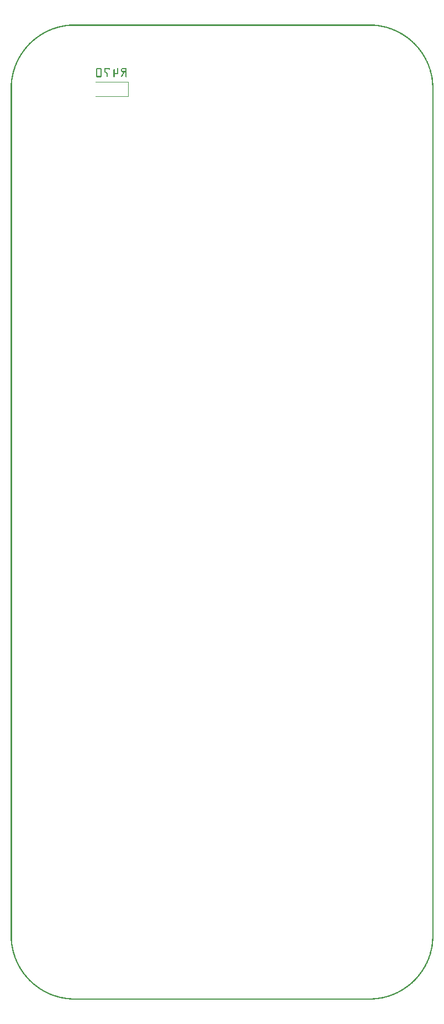
<source format=gbo>
G04 MADE WITH FRITZING*
G04 WWW.FRITZING.ORG*
G04 DOUBLE SIDED*
G04 HOLES PLATED*
G04 CONTOUR ON CENTER OF CONTOUR VECTOR*
%ASAXBY*%
%FSLAX23Y23*%
%MOIN*%
%OFA0B0*%
%SFA1.0B1.0*%
%ADD10R,0.001000X0.001000*%
%LNSILK0*%
G90*
G70*
G54D10*
X366Y5877D02*
X2186Y5877D01*
X352Y5876D02*
X2200Y5876D01*
X342Y5875D02*
X2210Y5875D01*
X334Y5874D02*
X2218Y5874D01*
X327Y5873D02*
X2225Y5873D01*
X321Y5872D02*
X2231Y5872D01*
X315Y5871D02*
X2237Y5871D01*
X310Y5870D02*
X2242Y5870D01*
X305Y5869D02*
X365Y5869D01*
X2187Y5869D02*
X2247Y5869D01*
X301Y5868D02*
X351Y5868D01*
X2201Y5868D02*
X2251Y5868D01*
X296Y5867D02*
X341Y5867D01*
X2211Y5867D02*
X2256Y5867D01*
X292Y5866D02*
X333Y5866D01*
X2219Y5866D02*
X2260Y5866D01*
X288Y5865D02*
X326Y5865D01*
X2226Y5865D02*
X2264Y5865D01*
X285Y5864D02*
X320Y5864D01*
X2232Y5864D02*
X2267Y5864D01*
X281Y5863D02*
X315Y5863D01*
X2237Y5863D02*
X2271Y5863D01*
X277Y5862D02*
X309Y5862D01*
X2243Y5862D02*
X2275Y5862D01*
X274Y5861D02*
X305Y5861D01*
X2247Y5861D02*
X2278Y5861D01*
X271Y5860D02*
X300Y5860D01*
X2252Y5860D02*
X2281Y5860D01*
X268Y5859D02*
X296Y5859D01*
X2256Y5859D02*
X2284Y5859D01*
X265Y5858D02*
X292Y5858D01*
X2260Y5858D02*
X2287Y5858D01*
X262Y5857D02*
X288Y5857D01*
X2264Y5857D02*
X2290Y5857D01*
X259Y5856D02*
X284Y5856D01*
X2268Y5856D02*
X2293Y5856D01*
X256Y5855D02*
X280Y5855D01*
X2272Y5855D02*
X2296Y5855D01*
X253Y5854D02*
X277Y5854D01*
X2275Y5854D02*
X2299Y5854D01*
X250Y5853D02*
X274Y5853D01*
X2278Y5853D02*
X2302Y5853D01*
X248Y5852D02*
X271Y5852D01*
X2281Y5852D02*
X2304Y5852D01*
X245Y5851D02*
X268Y5851D01*
X2284Y5851D02*
X2307Y5851D01*
X243Y5850D02*
X265Y5850D01*
X2287Y5850D02*
X2309Y5850D01*
X240Y5849D02*
X262Y5849D01*
X2290Y5849D02*
X2312Y5849D01*
X238Y5848D02*
X259Y5848D01*
X2293Y5848D02*
X2314Y5848D01*
X235Y5847D02*
X256Y5847D01*
X2296Y5847D02*
X2317Y5847D01*
X233Y5846D02*
X253Y5846D01*
X2299Y5846D02*
X2319Y5846D01*
X231Y5845D02*
X251Y5845D01*
X2301Y5845D02*
X2321Y5845D01*
X229Y5844D02*
X248Y5844D01*
X2304Y5844D02*
X2323Y5844D01*
X226Y5843D02*
X246Y5843D01*
X2306Y5843D02*
X2326Y5843D01*
X224Y5842D02*
X243Y5842D01*
X2309Y5842D02*
X2328Y5842D01*
X222Y5841D02*
X240Y5841D01*
X2312Y5841D02*
X2330Y5841D01*
X220Y5840D02*
X238Y5840D01*
X2314Y5840D02*
X2332Y5840D01*
X218Y5839D02*
X236Y5839D01*
X2316Y5839D02*
X2334Y5839D01*
X216Y5838D02*
X233Y5838D01*
X2319Y5838D02*
X2336Y5838D01*
X214Y5837D02*
X231Y5837D01*
X2321Y5837D02*
X2338Y5837D01*
X212Y5836D02*
X229Y5836D01*
X2323Y5836D02*
X2340Y5836D01*
X210Y5835D02*
X227Y5835D01*
X2325Y5835D02*
X2342Y5835D01*
X208Y5834D02*
X225Y5834D01*
X2327Y5834D02*
X2344Y5834D01*
X206Y5833D02*
X222Y5833D01*
X2330Y5833D02*
X2346Y5833D01*
X204Y5832D02*
X220Y5832D01*
X2332Y5832D02*
X2348Y5832D01*
X202Y5831D02*
X218Y5831D01*
X2334Y5831D02*
X2350Y5831D01*
X200Y5830D02*
X216Y5830D01*
X2336Y5830D02*
X2352Y5830D01*
X199Y5829D02*
X214Y5829D01*
X2338Y5829D02*
X2353Y5829D01*
X197Y5828D02*
X212Y5828D01*
X2340Y5828D02*
X2355Y5828D01*
X195Y5827D02*
X211Y5827D01*
X2341Y5827D02*
X2357Y5827D01*
X193Y5826D02*
X209Y5826D01*
X2343Y5826D02*
X2359Y5826D01*
X192Y5825D02*
X207Y5825D01*
X2345Y5825D02*
X2360Y5825D01*
X190Y5824D02*
X205Y5824D01*
X2347Y5824D02*
X2362Y5824D01*
X188Y5823D02*
X203Y5823D01*
X2349Y5823D02*
X2364Y5823D01*
X186Y5822D02*
X201Y5822D01*
X2351Y5822D02*
X2366Y5822D01*
X185Y5821D02*
X199Y5821D01*
X2353Y5821D02*
X2367Y5821D01*
X183Y5820D02*
X198Y5820D01*
X2354Y5820D02*
X2369Y5820D01*
X182Y5819D02*
X196Y5819D01*
X2356Y5819D02*
X2370Y5819D01*
X180Y5818D02*
X194Y5818D01*
X2358Y5818D02*
X2372Y5818D01*
X178Y5817D02*
X192Y5817D01*
X2360Y5817D02*
X2374Y5817D01*
X177Y5816D02*
X191Y5816D01*
X2361Y5816D02*
X2375Y5816D01*
X175Y5815D02*
X189Y5815D01*
X2363Y5815D02*
X2377Y5815D01*
X174Y5814D02*
X187Y5814D01*
X2365Y5814D02*
X2378Y5814D01*
X172Y5813D02*
X186Y5813D01*
X2366Y5813D02*
X2380Y5813D01*
X171Y5812D02*
X184Y5812D01*
X2368Y5812D02*
X2381Y5812D01*
X169Y5811D02*
X183Y5811D01*
X2369Y5811D02*
X2383Y5811D01*
X168Y5810D02*
X181Y5810D01*
X2371Y5810D02*
X2384Y5810D01*
X166Y5809D02*
X180Y5809D01*
X2372Y5809D02*
X2386Y5809D01*
X165Y5808D02*
X178Y5808D01*
X2374Y5808D02*
X2387Y5808D01*
X164Y5807D02*
X177Y5807D01*
X2375Y5807D02*
X2388Y5807D01*
X162Y5806D02*
X175Y5806D01*
X2377Y5806D02*
X2390Y5806D01*
X161Y5805D02*
X173Y5805D01*
X2379Y5805D02*
X2391Y5805D01*
X159Y5804D02*
X172Y5804D01*
X2380Y5804D02*
X2393Y5804D01*
X158Y5803D02*
X171Y5803D01*
X2381Y5803D02*
X2394Y5803D01*
X156Y5802D02*
X169Y5802D01*
X2383Y5802D02*
X2396Y5802D01*
X155Y5801D02*
X168Y5801D01*
X2384Y5801D02*
X2397Y5801D01*
X154Y5800D02*
X166Y5800D01*
X2386Y5800D02*
X2398Y5800D01*
X153Y5799D02*
X165Y5799D01*
X2387Y5799D02*
X2399Y5799D01*
X151Y5798D02*
X164Y5798D01*
X2388Y5798D02*
X2401Y5798D01*
X150Y5797D02*
X162Y5797D01*
X2390Y5797D02*
X2402Y5797D01*
X149Y5796D02*
X161Y5796D01*
X2391Y5796D02*
X2403Y5796D01*
X147Y5795D02*
X159Y5795D01*
X2393Y5795D02*
X2405Y5795D01*
X146Y5794D02*
X158Y5794D01*
X2394Y5794D02*
X2406Y5794D01*
X145Y5793D02*
X157Y5793D01*
X2395Y5793D02*
X2407Y5793D01*
X144Y5792D02*
X155Y5792D01*
X2397Y5792D02*
X2408Y5792D01*
X142Y5791D02*
X154Y5791D01*
X2398Y5791D02*
X2410Y5791D01*
X141Y5790D02*
X153Y5790D01*
X2399Y5790D02*
X2411Y5790D01*
X140Y5789D02*
X152Y5789D01*
X2400Y5789D02*
X2412Y5789D01*
X139Y5788D02*
X150Y5788D01*
X2402Y5788D02*
X2413Y5788D01*
X138Y5787D02*
X149Y5787D01*
X2403Y5787D02*
X2414Y5787D01*
X136Y5786D02*
X148Y5786D01*
X2404Y5786D02*
X2416Y5786D01*
X135Y5785D02*
X147Y5785D01*
X2405Y5785D02*
X2417Y5785D01*
X134Y5784D02*
X145Y5784D01*
X2407Y5784D02*
X2418Y5784D01*
X133Y5783D02*
X144Y5783D01*
X2408Y5783D02*
X2419Y5783D01*
X132Y5782D02*
X143Y5782D01*
X2409Y5782D02*
X2420Y5782D01*
X131Y5781D02*
X142Y5781D01*
X2410Y5781D02*
X2421Y5781D01*
X129Y5780D02*
X141Y5780D01*
X2411Y5780D02*
X2423Y5780D01*
X128Y5779D02*
X139Y5779D01*
X2413Y5779D02*
X2424Y5779D01*
X127Y5778D02*
X138Y5778D01*
X2414Y5778D02*
X2425Y5778D01*
X126Y5777D02*
X137Y5777D01*
X2415Y5777D02*
X2426Y5777D01*
X125Y5776D02*
X136Y5776D01*
X2416Y5776D02*
X2427Y5776D01*
X124Y5775D02*
X135Y5775D01*
X2417Y5775D02*
X2428Y5775D01*
X123Y5774D02*
X134Y5774D01*
X2418Y5774D02*
X2429Y5774D01*
X122Y5773D02*
X133Y5773D01*
X2419Y5773D02*
X2430Y5773D01*
X121Y5772D02*
X131Y5772D01*
X2421Y5772D02*
X2431Y5772D01*
X120Y5771D02*
X130Y5771D01*
X2422Y5771D02*
X2432Y5771D01*
X119Y5770D02*
X129Y5770D01*
X2423Y5770D02*
X2433Y5770D01*
X118Y5769D02*
X128Y5769D01*
X2424Y5769D02*
X2434Y5769D01*
X117Y5768D02*
X127Y5768D01*
X2425Y5768D02*
X2435Y5768D01*
X115Y5767D02*
X126Y5767D01*
X2426Y5767D02*
X2437Y5767D01*
X114Y5766D02*
X125Y5766D01*
X2427Y5766D02*
X2438Y5766D01*
X113Y5765D02*
X124Y5765D01*
X2428Y5765D02*
X2439Y5765D01*
X112Y5764D02*
X123Y5764D01*
X2429Y5764D02*
X2440Y5764D01*
X111Y5763D02*
X122Y5763D01*
X2430Y5763D02*
X2441Y5763D01*
X110Y5762D02*
X121Y5762D01*
X2431Y5762D02*
X2442Y5762D01*
X110Y5761D02*
X120Y5761D01*
X2432Y5761D02*
X2442Y5761D01*
X109Y5760D02*
X119Y5760D01*
X2433Y5760D02*
X2443Y5760D01*
X108Y5759D02*
X118Y5759D01*
X2434Y5759D02*
X2444Y5759D01*
X107Y5758D02*
X117Y5758D01*
X2435Y5758D02*
X2445Y5758D01*
X106Y5757D02*
X116Y5757D01*
X2436Y5757D02*
X2446Y5757D01*
X105Y5756D02*
X115Y5756D01*
X2437Y5756D02*
X2447Y5756D01*
X104Y5755D02*
X114Y5755D01*
X2438Y5755D02*
X2448Y5755D01*
X103Y5754D02*
X113Y5754D01*
X2439Y5754D02*
X2449Y5754D01*
X102Y5753D02*
X112Y5753D01*
X2440Y5753D02*
X2450Y5753D01*
X101Y5752D02*
X111Y5752D01*
X2441Y5752D02*
X2451Y5752D01*
X100Y5751D02*
X110Y5751D01*
X2442Y5751D02*
X2452Y5751D01*
X99Y5750D02*
X109Y5750D01*
X2443Y5750D02*
X2453Y5750D01*
X98Y5749D02*
X108Y5749D01*
X2444Y5749D02*
X2454Y5749D01*
X97Y5748D02*
X107Y5748D01*
X2445Y5748D02*
X2455Y5748D01*
X97Y5747D02*
X106Y5747D01*
X2446Y5747D02*
X2455Y5747D01*
X96Y5746D02*
X105Y5746D01*
X2447Y5746D02*
X2456Y5746D01*
X95Y5745D02*
X104Y5745D01*
X2448Y5745D02*
X2457Y5745D01*
X94Y5744D02*
X104Y5744D01*
X2448Y5744D02*
X2458Y5744D01*
X93Y5743D02*
X103Y5743D01*
X2449Y5743D02*
X2459Y5743D01*
X92Y5742D02*
X102Y5742D01*
X2450Y5742D02*
X2460Y5742D01*
X91Y5741D02*
X101Y5741D01*
X2451Y5741D02*
X2461Y5741D01*
X90Y5740D02*
X100Y5740D01*
X2452Y5740D02*
X2462Y5740D01*
X90Y5739D02*
X99Y5739D01*
X2453Y5739D02*
X2462Y5739D01*
X89Y5738D02*
X98Y5738D01*
X2454Y5738D02*
X2463Y5738D01*
X88Y5737D02*
X97Y5737D01*
X2455Y5737D02*
X2464Y5737D01*
X87Y5736D02*
X97Y5736D01*
X2455Y5736D02*
X2465Y5736D01*
X86Y5735D02*
X96Y5735D01*
X2456Y5735D02*
X2466Y5735D01*
X86Y5734D02*
X95Y5734D01*
X2457Y5734D02*
X2466Y5734D01*
X85Y5733D02*
X94Y5733D01*
X2458Y5733D02*
X2467Y5733D01*
X84Y5732D02*
X93Y5732D01*
X2459Y5732D02*
X2468Y5732D01*
X83Y5731D02*
X92Y5731D01*
X2460Y5731D02*
X2469Y5731D01*
X82Y5730D02*
X92Y5730D01*
X2460Y5730D02*
X2470Y5730D01*
X82Y5729D02*
X91Y5729D01*
X2461Y5729D02*
X2470Y5729D01*
X81Y5728D02*
X90Y5728D01*
X2462Y5728D02*
X2471Y5728D01*
X80Y5727D02*
X89Y5727D01*
X2463Y5727D02*
X2472Y5727D01*
X79Y5726D02*
X88Y5726D01*
X2464Y5726D02*
X2473Y5726D01*
X78Y5725D02*
X88Y5725D01*
X2464Y5725D02*
X2474Y5725D01*
X78Y5724D02*
X87Y5724D01*
X2465Y5724D02*
X2474Y5724D01*
X77Y5723D02*
X86Y5723D01*
X2466Y5723D02*
X2475Y5723D01*
X76Y5722D02*
X85Y5722D01*
X2467Y5722D02*
X2476Y5722D01*
X75Y5721D02*
X84Y5721D01*
X2468Y5721D02*
X2477Y5721D01*
X75Y5720D02*
X84Y5720D01*
X2468Y5720D02*
X2477Y5720D01*
X74Y5719D02*
X83Y5719D01*
X2469Y5719D02*
X2478Y5719D01*
X73Y5718D02*
X82Y5718D01*
X2470Y5718D02*
X2479Y5718D01*
X73Y5717D02*
X81Y5717D01*
X2471Y5717D02*
X2479Y5717D01*
X72Y5716D02*
X81Y5716D01*
X2471Y5716D02*
X2480Y5716D01*
X71Y5715D02*
X80Y5715D01*
X2472Y5715D02*
X2481Y5715D01*
X71Y5714D02*
X79Y5714D01*
X2473Y5714D02*
X2481Y5714D01*
X70Y5713D02*
X79Y5713D01*
X2473Y5713D02*
X2482Y5713D01*
X69Y5712D02*
X78Y5712D01*
X2474Y5712D02*
X2483Y5712D01*
X68Y5711D02*
X77Y5711D01*
X2475Y5711D02*
X2484Y5711D01*
X68Y5710D02*
X76Y5710D01*
X2476Y5710D02*
X2484Y5710D01*
X67Y5709D02*
X76Y5709D01*
X2476Y5709D02*
X2485Y5709D01*
X66Y5708D02*
X75Y5708D01*
X2477Y5708D02*
X2486Y5708D01*
X66Y5707D02*
X74Y5707D01*
X2478Y5707D02*
X2486Y5707D01*
X65Y5706D02*
X74Y5706D01*
X2478Y5706D02*
X2487Y5706D01*
X64Y5705D02*
X73Y5705D01*
X2479Y5705D02*
X2488Y5705D01*
X64Y5704D02*
X72Y5704D01*
X2480Y5704D02*
X2488Y5704D01*
X63Y5703D02*
X71Y5703D01*
X2481Y5703D02*
X2489Y5703D01*
X62Y5702D02*
X71Y5702D01*
X2481Y5702D02*
X2490Y5702D01*
X62Y5701D02*
X70Y5701D01*
X2482Y5701D02*
X2490Y5701D01*
X61Y5700D02*
X69Y5700D01*
X2483Y5700D02*
X2491Y5700D01*
X60Y5699D02*
X69Y5699D01*
X2483Y5699D02*
X2492Y5699D01*
X60Y5698D02*
X68Y5698D01*
X2484Y5698D02*
X2492Y5698D01*
X59Y5697D02*
X68Y5697D01*
X2484Y5697D02*
X2493Y5697D01*
X59Y5696D02*
X67Y5696D01*
X2485Y5696D02*
X2493Y5696D01*
X58Y5695D02*
X66Y5695D01*
X2486Y5695D02*
X2494Y5695D01*
X57Y5694D02*
X66Y5694D01*
X2486Y5694D02*
X2495Y5694D01*
X57Y5693D02*
X65Y5693D01*
X2487Y5693D02*
X2495Y5693D01*
X56Y5692D02*
X64Y5692D01*
X2488Y5692D02*
X2496Y5692D01*
X55Y5691D02*
X64Y5691D01*
X2488Y5691D02*
X2497Y5691D01*
X55Y5690D02*
X63Y5690D01*
X2489Y5690D02*
X2497Y5690D01*
X54Y5689D02*
X62Y5689D01*
X2490Y5689D02*
X2498Y5689D01*
X54Y5688D02*
X62Y5688D01*
X2490Y5688D02*
X2498Y5688D01*
X53Y5687D02*
X61Y5687D01*
X2491Y5687D02*
X2499Y5687D01*
X52Y5686D02*
X61Y5686D01*
X2491Y5686D02*
X2499Y5686D01*
X52Y5685D02*
X60Y5685D01*
X2492Y5685D02*
X2500Y5685D01*
X51Y5684D02*
X59Y5684D01*
X2493Y5684D02*
X2501Y5684D01*
X51Y5683D02*
X59Y5683D01*
X2493Y5683D02*
X2501Y5683D01*
X50Y5682D02*
X58Y5682D01*
X2494Y5682D02*
X2502Y5682D01*
X50Y5681D02*
X58Y5681D01*
X2494Y5681D02*
X2502Y5681D01*
X49Y5680D02*
X57Y5680D01*
X2495Y5680D02*
X2503Y5680D01*
X48Y5679D02*
X57Y5679D01*
X2495Y5679D02*
X2504Y5679D01*
X48Y5678D02*
X56Y5678D01*
X2496Y5678D02*
X2504Y5678D01*
X47Y5677D02*
X55Y5677D01*
X2497Y5677D02*
X2505Y5677D01*
X47Y5676D02*
X55Y5676D01*
X2497Y5676D02*
X2505Y5676D01*
X46Y5675D02*
X54Y5675D01*
X2498Y5675D02*
X2506Y5675D01*
X46Y5674D02*
X54Y5674D01*
X2498Y5674D02*
X2506Y5674D01*
X45Y5673D02*
X53Y5673D01*
X2499Y5673D02*
X2507Y5673D01*
X45Y5672D02*
X53Y5672D01*
X2499Y5672D02*
X2507Y5672D01*
X44Y5671D02*
X52Y5671D01*
X2500Y5671D02*
X2508Y5671D01*
X44Y5670D02*
X52Y5670D01*
X2500Y5670D02*
X2508Y5670D01*
X43Y5669D02*
X51Y5669D01*
X2501Y5669D02*
X2509Y5669D01*
X43Y5668D02*
X50Y5668D01*
X2502Y5668D02*
X2509Y5668D01*
X42Y5667D02*
X50Y5667D01*
X2502Y5667D02*
X2510Y5667D01*
X42Y5666D02*
X49Y5666D01*
X2503Y5666D02*
X2510Y5666D01*
X41Y5665D02*
X49Y5665D01*
X2503Y5665D02*
X2511Y5665D01*
X41Y5664D02*
X48Y5664D01*
X2504Y5664D02*
X2511Y5664D01*
X40Y5663D02*
X48Y5663D01*
X2504Y5663D02*
X2512Y5663D01*
X40Y5662D02*
X47Y5662D01*
X2505Y5662D02*
X2512Y5662D01*
X39Y5661D02*
X47Y5661D01*
X2505Y5661D02*
X2513Y5661D01*
X39Y5660D02*
X46Y5660D01*
X2506Y5660D02*
X2513Y5660D01*
X38Y5659D02*
X46Y5659D01*
X2506Y5659D02*
X2514Y5659D01*
X38Y5658D02*
X45Y5658D01*
X2507Y5658D02*
X2514Y5658D01*
X37Y5657D02*
X45Y5657D01*
X2507Y5657D02*
X2515Y5657D01*
X37Y5656D02*
X44Y5656D01*
X2508Y5656D02*
X2515Y5656D01*
X36Y5655D02*
X44Y5655D01*
X2508Y5655D02*
X2516Y5655D01*
X36Y5654D02*
X43Y5654D01*
X2509Y5654D02*
X2516Y5654D01*
X35Y5653D02*
X43Y5653D01*
X2509Y5653D02*
X2517Y5653D01*
X35Y5652D02*
X42Y5652D01*
X2510Y5652D02*
X2517Y5652D01*
X34Y5651D02*
X42Y5651D01*
X2510Y5651D02*
X2518Y5651D01*
X34Y5650D02*
X42Y5650D01*
X2510Y5650D02*
X2518Y5650D01*
X34Y5649D02*
X41Y5649D01*
X2511Y5649D02*
X2518Y5649D01*
X33Y5648D02*
X41Y5648D01*
X2511Y5648D02*
X2519Y5648D01*
X33Y5647D02*
X40Y5647D01*
X2512Y5647D02*
X2519Y5647D01*
X32Y5646D02*
X40Y5646D01*
X2512Y5646D02*
X2520Y5646D01*
X32Y5645D02*
X39Y5645D01*
X2513Y5645D02*
X2520Y5645D01*
X31Y5644D02*
X39Y5644D01*
X2513Y5644D02*
X2521Y5644D01*
X31Y5643D02*
X38Y5643D01*
X2514Y5643D02*
X2521Y5643D01*
X30Y5642D02*
X38Y5642D01*
X2514Y5642D02*
X2522Y5642D01*
X30Y5641D02*
X38Y5641D01*
X2514Y5641D02*
X2522Y5641D01*
X30Y5640D02*
X37Y5640D01*
X2515Y5640D02*
X2522Y5640D01*
X29Y5639D02*
X37Y5639D01*
X2515Y5639D02*
X2523Y5639D01*
X29Y5638D02*
X36Y5638D01*
X2516Y5638D02*
X2523Y5638D01*
X28Y5637D02*
X36Y5637D01*
X2516Y5637D02*
X2524Y5637D01*
X28Y5636D02*
X35Y5636D01*
X2517Y5636D02*
X2524Y5636D01*
X28Y5635D02*
X35Y5635D01*
X2517Y5635D02*
X2524Y5635D01*
X27Y5634D02*
X35Y5634D01*
X2517Y5634D02*
X2525Y5634D01*
X27Y5633D02*
X34Y5633D01*
X2518Y5633D02*
X2525Y5633D01*
X26Y5632D02*
X34Y5632D01*
X2518Y5632D02*
X2526Y5632D01*
X26Y5631D02*
X33Y5631D01*
X2519Y5631D02*
X2526Y5631D01*
X26Y5630D02*
X33Y5630D01*
X2519Y5630D02*
X2526Y5630D01*
X25Y5629D02*
X33Y5629D01*
X2519Y5629D02*
X2527Y5629D01*
X25Y5628D02*
X32Y5628D01*
X2520Y5628D02*
X2527Y5628D01*
X24Y5627D02*
X32Y5627D01*
X2520Y5627D02*
X2528Y5627D01*
X24Y5626D02*
X31Y5626D01*
X2521Y5626D02*
X2528Y5626D01*
X24Y5625D02*
X31Y5625D01*
X2521Y5625D02*
X2528Y5625D01*
X23Y5624D02*
X31Y5624D01*
X2521Y5624D02*
X2529Y5624D01*
X23Y5623D02*
X30Y5623D01*
X2522Y5623D02*
X2529Y5623D01*
X23Y5622D02*
X30Y5622D01*
X2522Y5622D02*
X2529Y5622D01*
X22Y5621D02*
X30Y5621D01*
X2522Y5621D02*
X2530Y5621D01*
X22Y5620D02*
X29Y5620D01*
X2523Y5620D02*
X2530Y5620D01*
X22Y5619D02*
X29Y5619D01*
X2523Y5619D02*
X2530Y5619D01*
X21Y5618D02*
X29Y5618D01*
X2523Y5618D02*
X2531Y5618D01*
X21Y5617D02*
X28Y5617D01*
X2524Y5617D02*
X2531Y5617D01*
X21Y5616D02*
X28Y5616D01*
X2524Y5616D02*
X2531Y5616D01*
X20Y5615D02*
X28Y5615D01*
X2524Y5615D02*
X2532Y5615D01*
X20Y5614D02*
X27Y5614D01*
X2525Y5614D02*
X2532Y5614D01*
X20Y5613D02*
X27Y5613D01*
X519Y5613D02*
X546Y5613D01*
X566Y5613D02*
X598Y5613D01*
X643Y5613D02*
X647Y5613D01*
X672Y5613D02*
X700Y5613D01*
X2525Y5613D02*
X2532Y5613D01*
X19Y5612D02*
X27Y5612D01*
X518Y5612D02*
X547Y5612D01*
X566Y5612D02*
X599Y5612D01*
X642Y5612D02*
X647Y5612D01*
X671Y5612D02*
X700Y5612D01*
X2525Y5612D02*
X2533Y5612D01*
X19Y5611D02*
X26Y5611D01*
X517Y5611D02*
X548Y5611D01*
X566Y5611D02*
X599Y5611D01*
X642Y5611D02*
X648Y5611D01*
X670Y5611D02*
X700Y5611D01*
X2526Y5611D02*
X2533Y5611D01*
X19Y5610D02*
X26Y5610D01*
X516Y5610D02*
X548Y5610D01*
X566Y5610D02*
X599Y5610D01*
X642Y5610D02*
X648Y5610D01*
X669Y5610D02*
X700Y5610D01*
X2526Y5610D02*
X2533Y5610D01*
X18Y5609D02*
X25Y5609D01*
X516Y5609D02*
X549Y5609D01*
X566Y5609D02*
X599Y5609D01*
X642Y5609D02*
X648Y5609D01*
X668Y5609D02*
X700Y5609D01*
X2527Y5609D02*
X2534Y5609D01*
X18Y5608D02*
X25Y5608D01*
X516Y5608D02*
X549Y5608D01*
X566Y5608D02*
X599Y5608D01*
X624Y5608D02*
X624Y5608D01*
X642Y5608D02*
X648Y5608D01*
X667Y5608D02*
X700Y5608D01*
X2527Y5608D02*
X2534Y5608D01*
X18Y5607D02*
X25Y5607D01*
X516Y5607D02*
X549Y5607D01*
X566Y5607D02*
X599Y5607D01*
X622Y5607D02*
X626Y5607D01*
X642Y5607D02*
X648Y5607D01*
X667Y5607D02*
X700Y5607D01*
X2527Y5607D02*
X2534Y5607D01*
X17Y5606D02*
X24Y5606D01*
X516Y5606D02*
X522Y5606D01*
X543Y5606D02*
X549Y5606D01*
X566Y5606D02*
X572Y5606D01*
X594Y5606D02*
X599Y5606D01*
X622Y5606D02*
X627Y5606D01*
X642Y5606D02*
X648Y5606D01*
X667Y5606D02*
X673Y5606D01*
X694Y5606D02*
X700Y5606D01*
X2528Y5606D02*
X2535Y5606D01*
X17Y5605D02*
X24Y5605D01*
X516Y5605D02*
X522Y5605D01*
X543Y5605D02*
X549Y5605D01*
X566Y5605D02*
X572Y5605D01*
X595Y5605D02*
X598Y5605D01*
X621Y5605D02*
X627Y5605D01*
X642Y5605D02*
X648Y5605D01*
X666Y5605D02*
X673Y5605D01*
X694Y5605D02*
X700Y5605D01*
X2528Y5605D02*
X2535Y5605D01*
X17Y5604D02*
X24Y5604D01*
X516Y5604D02*
X522Y5604D01*
X543Y5604D02*
X549Y5604D01*
X566Y5604D02*
X572Y5604D01*
X621Y5604D02*
X627Y5604D01*
X642Y5604D02*
X648Y5604D01*
X666Y5604D02*
X672Y5604D01*
X694Y5604D02*
X700Y5604D01*
X2528Y5604D02*
X2535Y5604D01*
X16Y5603D02*
X24Y5603D01*
X516Y5603D02*
X522Y5603D01*
X543Y5603D02*
X549Y5603D01*
X566Y5603D02*
X572Y5603D01*
X621Y5603D02*
X627Y5603D01*
X642Y5603D02*
X648Y5603D01*
X666Y5603D02*
X672Y5603D01*
X694Y5603D02*
X700Y5603D01*
X2528Y5603D02*
X2536Y5603D01*
X16Y5602D02*
X23Y5602D01*
X516Y5602D02*
X522Y5602D01*
X543Y5602D02*
X549Y5602D01*
X566Y5602D02*
X572Y5602D01*
X621Y5602D02*
X627Y5602D01*
X642Y5602D02*
X648Y5602D01*
X666Y5602D02*
X672Y5602D01*
X694Y5602D02*
X700Y5602D01*
X2529Y5602D02*
X2536Y5602D01*
X16Y5601D02*
X23Y5601D01*
X516Y5601D02*
X522Y5601D01*
X543Y5601D02*
X549Y5601D01*
X566Y5601D02*
X572Y5601D01*
X621Y5601D02*
X627Y5601D01*
X642Y5601D02*
X648Y5601D01*
X666Y5601D02*
X672Y5601D01*
X694Y5601D02*
X700Y5601D01*
X2529Y5601D02*
X2536Y5601D01*
X15Y5600D02*
X23Y5600D01*
X516Y5600D02*
X522Y5600D01*
X543Y5600D02*
X549Y5600D01*
X566Y5600D02*
X572Y5600D01*
X621Y5600D02*
X627Y5600D01*
X642Y5600D02*
X648Y5600D01*
X666Y5600D02*
X672Y5600D01*
X694Y5600D02*
X700Y5600D01*
X2529Y5600D02*
X2537Y5600D01*
X15Y5599D02*
X22Y5599D01*
X516Y5599D02*
X522Y5599D01*
X543Y5599D02*
X549Y5599D01*
X566Y5599D02*
X572Y5599D01*
X621Y5599D02*
X627Y5599D01*
X642Y5599D02*
X648Y5599D01*
X666Y5599D02*
X672Y5599D01*
X694Y5599D02*
X700Y5599D01*
X2530Y5599D02*
X2537Y5599D01*
X15Y5598D02*
X22Y5598D01*
X516Y5598D02*
X522Y5598D01*
X543Y5598D02*
X549Y5598D01*
X566Y5598D02*
X572Y5598D01*
X621Y5598D02*
X627Y5598D01*
X642Y5598D02*
X648Y5598D01*
X666Y5598D02*
X673Y5598D01*
X694Y5598D02*
X700Y5598D01*
X2530Y5598D02*
X2537Y5598D01*
X15Y5597D02*
X22Y5597D01*
X516Y5597D02*
X522Y5597D01*
X543Y5597D02*
X549Y5597D01*
X566Y5597D02*
X572Y5597D01*
X621Y5597D02*
X627Y5597D01*
X642Y5597D02*
X648Y5597D01*
X667Y5597D02*
X674Y5597D01*
X694Y5597D02*
X700Y5597D01*
X2530Y5597D02*
X2537Y5597D01*
X14Y5596D02*
X21Y5596D01*
X516Y5596D02*
X522Y5596D01*
X543Y5596D02*
X549Y5596D01*
X566Y5596D02*
X572Y5596D01*
X621Y5596D02*
X627Y5596D01*
X642Y5596D02*
X648Y5596D01*
X667Y5596D02*
X700Y5596D01*
X2531Y5596D02*
X2538Y5596D01*
X14Y5595D02*
X21Y5595D01*
X516Y5595D02*
X522Y5595D01*
X543Y5595D02*
X549Y5595D01*
X566Y5595D02*
X572Y5595D01*
X621Y5595D02*
X627Y5595D01*
X642Y5595D02*
X648Y5595D01*
X667Y5595D02*
X700Y5595D01*
X2531Y5595D02*
X2538Y5595D01*
X14Y5594D02*
X21Y5594D01*
X516Y5594D02*
X522Y5594D01*
X543Y5594D02*
X549Y5594D01*
X566Y5594D02*
X572Y5594D01*
X621Y5594D02*
X627Y5594D01*
X642Y5594D02*
X648Y5594D01*
X668Y5594D02*
X700Y5594D01*
X2531Y5594D02*
X2538Y5594D01*
X13Y5593D02*
X21Y5593D01*
X516Y5593D02*
X522Y5593D01*
X543Y5593D02*
X549Y5593D01*
X566Y5593D02*
X573Y5593D01*
X621Y5593D02*
X627Y5593D01*
X642Y5593D02*
X648Y5593D01*
X669Y5593D02*
X700Y5593D01*
X2531Y5593D02*
X2539Y5593D01*
X13Y5592D02*
X20Y5592D01*
X516Y5592D02*
X522Y5592D01*
X543Y5592D02*
X549Y5592D01*
X566Y5592D02*
X575Y5592D01*
X621Y5592D02*
X627Y5592D01*
X642Y5592D02*
X648Y5592D01*
X670Y5592D02*
X700Y5592D01*
X2532Y5592D02*
X2539Y5592D01*
X13Y5591D02*
X20Y5591D01*
X516Y5591D02*
X522Y5591D01*
X543Y5591D02*
X549Y5591D01*
X566Y5591D02*
X576Y5591D01*
X621Y5591D02*
X627Y5591D01*
X642Y5591D02*
X648Y5591D01*
X671Y5591D02*
X700Y5591D01*
X2532Y5591D02*
X2539Y5591D01*
X13Y5590D02*
X20Y5590D01*
X516Y5590D02*
X522Y5590D01*
X543Y5590D02*
X549Y5590D01*
X567Y5590D02*
X577Y5590D01*
X621Y5590D02*
X627Y5590D01*
X642Y5590D02*
X648Y5590D01*
X673Y5590D02*
X700Y5590D01*
X2532Y5590D02*
X2539Y5590D01*
X12Y5589D02*
X20Y5589D01*
X516Y5589D02*
X522Y5589D01*
X543Y5589D02*
X549Y5589D01*
X568Y5589D02*
X578Y5589D01*
X621Y5589D02*
X627Y5589D01*
X642Y5589D02*
X648Y5589D01*
X680Y5589D02*
X688Y5589D01*
X694Y5589D02*
X700Y5589D01*
X2532Y5589D02*
X2540Y5589D01*
X12Y5588D02*
X19Y5588D01*
X516Y5588D02*
X522Y5588D01*
X543Y5588D02*
X549Y5588D01*
X569Y5588D02*
X579Y5588D01*
X621Y5588D02*
X627Y5588D01*
X642Y5588D02*
X648Y5588D01*
X680Y5588D02*
X687Y5588D01*
X694Y5588D02*
X700Y5588D01*
X2533Y5588D02*
X2540Y5588D01*
X12Y5587D02*
X19Y5587D01*
X516Y5587D02*
X522Y5587D01*
X543Y5587D02*
X549Y5587D01*
X571Y5587D02*
X580Y5587D01*
X621Y5587D02*
X627Y5587D01*
X642Y5587D02*
X648Y5587D01*
X679Y5587D02*
X687Y5587D01*
X694Y5587D02*
X700Y5587D01*
X2533Y5587D02*
X2540Y5587D01*
X12Y5586D02*
X19Y5586D01*
X516Y5586D02*
X522Y5586D01*
X543Y5586D02*
X549Y5586D01*
X572Y5586D02*
X582Y5586D01*
X621Y5586D02*
X627Y5586D01*
X642Y5586D02*
X648Y5586D01*
X679Y5586D02*
X686Y5586D01*
X694Y5586D02*
X700Y5586D01*
X2533Y5586D02*
X2540Y5586D01*
X11Y5585D02*
X18Y5585D01*
X516Y5585D02*
X522Y5585D01*
X543Y5585D02*
X549Y5585D01*
X573Y5585D02*
X583Y5585D01*
X621Y5585D02*
X627Y5585D01*
X642Y5585D02*
X648Y5585D01*
X678Y5585D02*
X685Y5585D01*
X694Y5585D02*
X700Y5585D01*
X2534Y5585D02*
X2541Y5585D01*
X11Y5584D02*
X18Y5584D01*
X516Y5584D02*
X522Y5584D01*
X543Y5584D02*
X549Y5584D01*
X574Y5584D02*
X584Y5584D01*
X619Y5584D02*
X648Y5584D01*
X678Y5584D02*
X685Y5584D01*
X694Y5584D02*
X700Y5584D01*
X2534Y5584D02*
X2541Y5584D01*
X11Y5583D02*
X18Y5583D01*
X516Y5583D02*
X522Y5583D01*
X543Y5583D02*
X549Y5583D01*
X575Y5583D02*
X585Y5583D01*
X618Y5583D02*
X648Y5583D01*
X677Y5583D02*
X684Y5583D01*
X694Y5583D02*
X700Y5583D01*
X2534Y5583D02*
X2541Y5583D01*
X11Y5582D02*
X18Y5582D01*
X516Y5582D02*
X522Y5582D01*
X543Y5582D02*
X549Y5582D01*
X577Y5582D02*
X585Y5582D01*
X618Y5582D02*
X648Y5582D01*
X677Y5582D02*
X684Y5582D01*
X694Y5582D02*
X700Y5582D01*
X2534Y5582D02*
X2541Y5582D01*
X10Y5581D02*
X18Y5581D01*
X516Y5581D02*
X522Y5581D01*
X543Y5581D02*
X549Y5581D01*
X578Y5581D02*
X586Y5581D01*
X618Y5581D02*
X648Y5581D01*
X676Y5581D02*
X683Y5581D01*
X694Y5581D02*
X700Y5581D01*
X2534Y5581D02*
X2542Y5581D01*
X10Y5580D02*
X17Y5580D01*
X516Y5580D02*
X522Y5580D01*
X543Y5580D02*
X549Y5580D01*
X579Y5580D02*
X586Y5580D01*
X618Y5580D02*
X648Y5580D01*
X675Y5580D02*
X683Y5580D01*
X694Y5580D02*
X700Y5580D01*
X2535Y5580D02*
X2542Y5580D01*
X10Y5579D02*
X17Y5579D01*
X516Y5579D02*
X522Y5579D01*
X543Y5579D02*
X549Y5579D01*
X580Y5579D02*
X586Y5579D01*
X618Y5579D02*
X648Y5579D01*
X675Y5579D02*
X682Y5579D01*
X694Y5579D02*
X700Y5579D01*
X2535Y5579D02*
X2542Y5579D01*
X10Y5578D02*
X17Y5578D01*
X516Y5578D02*
X522Y5578D01*
X543Y5578D02*
X549Y5578D01*
X580Y5578D02*
X586Y5578D01*
X620Y5578D02*
X648Y5578D01*
X674Y5578D02*
X681Y5578D01*
X694Y5578D02*
X700Y5578D01*
X2535Y5578D02*
X2542Y5578D01*
X9Y5577D02*
X17Y5577D01*
X516Y5577D02*
X522Y5577D01*
X543Y5577D02*
X549Y5577D01*
X580Y5577D02*
X586Y5577D01*
X621Y5577D02*
X627Y5577D01*
X674Y5577D02*
X681Y5577D01*
X694Y5577D02*
X700Y5577D01*
X2535Y5577D02*
X2543Y5577D01*
X9Y5576D02*
X16Y5576D01*
X516Y5576D02*
X522Y5576D01*
X543Y5576D02*
X549Y5576D01*
X580Y5576D02*
X586Y5576D01*
X621Y5576D02*
X627Y5576D01*
X673Y5576D02*
X680Y5576D01*
X694Y5576D02*
X700Y5576D01*
X2536Y5576D02*
X2543Y5576D01*
X9Y5575D02*
X16Y5575D01*
X516Y5575D02*
X522Y5575D01*
X543Y5575D02*
X549Y5575D01*
X580Y5575D02*
X586Y5575D01*
X621Y5575D02*
X627Y5575D01*
X672Y5575D02*
X680Y5575D01*
X694Y5575D02*
X700Y5575D01*
X2536Y5575D02*
X2543Y5575D01*
X9Y5574D02*
X16Y5574D01*
X516Y5574D02*
X522Y5574D01*
X543Y5574D02*
X549Y5574D01*
X580Y5574D02*
X586Y5574D01*
X621Y5574D02*
X627Y5574D01*
X672Y5574D02*
X679Y5574D01*
X694Y5574D02*
X700Y5574D01*
X2536Y5574D02*
X2543Y5574D01*
X9Y5573D02*
X16Y5573D01*
X516Y5573D02*
X522Y5573D01*
X543Y5573D02*
X549Y5573D01*
X580Y5573D02*
X586Y5573D01*
X621Y5573D02*
X627Y5573D01*
X671Y5573D02*
X678Y5573D01*
X694Y5573D02*
X700Y5573D01*
X2536Y5573D02*
X2543Y5573D01*
X8Y5572D02*
X15Y5572D01*
X516Y5572D02*
X522Y5572D01*
X543Y5572D02*
X549Y5572D01*
X580Y5572D02*
X586Y5572D01*
X621Y5572D02*
X627Y5572D01*
X671Y5572D02*
X678Y5572D01*
X694Y5572D02*
X700Y5572D01*
X2537Y5572D02*
X2544Y5572D01*
X8Y5571D02*
X15Y5571D01*
X516Y5571D02*
X522Y5571D01*
X543Y5571D02*
X549Y5571D01*
X580Y5571D02*
X586Y5571D01*
X621Y5571D02*
X627Y5571D01*
X670Y5571D02*
X677Y5571D01*
X694Y5571D02*
X700Y5571D01*
X2537Y5571D02*
X2544Y5571D01*
X8Y5570D02*
X15Y5570D01*
X516Y5570D02*
X522Y5570D01*
X543Y5570D02*
X549Y5570D01*
X580Y5570D02*
X586Y5570D01*
X621Y5570D02*
X627Y5570D01*
X670Y5570D02*
X677Y5570D01*
X694Y5570D02*
X700Y5570D01*
X2537Y5570D02*
X2544Y5570D01*
X8Y5569D02*
X15Y5569D01*
X516Y5569D02*
X522Y5569D01*
X543Y5569D02*
X549Y5569D01*
X580Y5569D02*
X586Y5569D01*
X621Y5569D02*
X627Y5569D01*
X669Y5569D02*
X676Y5569D01*
X694Y5569D02*
X700Y5569D01*
X2537Y5569D02*
X2544Y5569D01*
X8Y5568D02*
X15Y5568D01*
X516Y5568D02*
X522Y5568D01*
X543Y5568D02*
X549Y5568D01*
X580Y5568D02*
X586Y5568D01*
X621Y5568D02*
X627Y5568D01*
X668Y5568D02*
X676Y5568D01*
X694Y5568D02*
X700Y5568D01*
X2537Y5568D02*
X2544Y5568D01*
X7Y5567D02*
X14Y5567D01*
X516Y5567D02*
X522Y5567D01*
X543Y5567D02*
X549Y5567D01*
X580Y5567D02*
X586Y5567D01*
X621Y5567D02*
X627Y5567D01*
X668Y5567D02*
X675Y5567D01*
X694Y5567D02*
X700Y5567D01*
X2538Y5567D02*
X2545Y5567D01*
X7Y5566D02*
X14Y5566D01*
X516Y5566D02*
X549Y5566D01*
X580Y5566D02*
X586Y5566D01*
X621Y5566D02*
X627Y5566D01*
X667Y5566D02*
X674Y5566D01*
X694Y5566D02*
X700Y5566D01*
X2538Y5566D02*
X2545Y5566D01*
X7Y5565D02*
X14Y5565D01*
X516Y5565D02*
X549Y5565D01*
X580Y5565D02*
X586Y5565D01*
X621Y5565D02*
X627Y5565D01*
X667Y5565D02*
X674Y5565D01*
X694Y5565D02*
X700Y5565D01*
X2538Y5565D02*
X2545Y5565D01*
X7Y5564D02*
X14Y5564D01*
X516Y5564D02*
X549Y5564D01*
X580Y5564D02*
X586Y5564D01*
X621Y5564D02*
X627Y5564D01*
X666Y5564D02*
X673Y5564D01*
X694Y5564D02*
X700Y5564D01*
X2538Y5564D02*
X2545Y5564D01*
X7Y5563D02*
X14Y5563D01*
X517Y5563D02*
X548Y5563D01*
X580Y5563D02*
X586Y5563D01*
X621Y5563D02*
X627Y5563D01*
X666Y5563D02*
X673Y5563D01*
X694Y5563D02*
X700Y5563D01*
X2538Y5563D02*
X2545Y5563D01*
X6Y5562D02*
X13Y5562D01*
X518Y5562D02*
X547Y5562D01*
X580Y5562D02*
X585Y5562D01*
X622Y5562D02*
X627Y5562D01*
X667Y5562D02*
X672Y5562D01*
X694Y5562D02*
X699Y5562D01*
X2539Y5562D02*
X2546Y5562D01*
X6Y5561D02*
X13Y5561D01*
X519Y5561D02*
X546Y5561D01*
X581Y5561D02*
X585Y5561D01*
X622Y5561D02*
X626Y5561D01*
X667Y5561D02*
X671Y5561D01*
X695Y5561D02*
X699Y5561D01*
X2539Y5561D02*
X2546Y5561D01*
X6Y5560D02*
X13Y5560D01*
X521Y5560D02*
X544Y5560D01*
X582Y5560D02*
X583Y5560D01*
X624Y5560D02*
X625Y5560D01*
X669Y5560D02*
X670Y5560D01*
X696Y5560D02*
X697Y5560D01*
X2539Y5560D02*
X2546Y5560D01*
X6Y5559D02*
X13Y5559D01*
X2539Y5559D02*
X2546Y5559D01*
X6Y5558D02*
X13Y5558D01*
X2539Y5558D02*
X2546Y5558D01*
X6Y5557D02*
X13Y5557D01*
X2539Y5557D02*
X2546Y5557D01*
X5Y5556D02*
X12Y5556D01*
X2540Y5556D02*
X2547Y5556D01*
X5Y5555D02*
X12Y5555D01*
X2540Y5555D02*
X2547Y5555D01*
X5Y5554D02*
X12Y5554D01*
X2540Y5554D02*
X2547Y5554D01*
X5Y5553D02*
X12Y5553D01*
X2540Y5553D02*
X2547Y5553D01*
X5Y5552D02*
X12Y5552D01*
X2540Y5552D02*
X2547Y5552D01*
X5Y5551D02*
X12Y5551D01*
X2540Y5551D02*
X2547Y5551D01*
X4Y5550D02*
X11Y5550D01*
X2541Y5550D02*
X2548Y5550D01*
X4Y5549D02*
X11Y5549D01*
X2541Y5549D02*
X2548Y5549D01*
X4Y5548D02*
X11Y5548D01*
X2541Y5548D02*
X2548Y5548D01*
X4Y5547D02*
X11Y5547D01*
X2541Y5547D02*
X2548Y5547D01*
X4Y5546D02*
X11Y5546D01*
X2541Y5546D02*
X2548Y5546D01*
X4Y5545D02*
X11Y5545D01*
X2541Y5545D02*
X2548Y5545D01*
X4Y5544D02*
X11Y5544D01*
X2541Y5544D02*
X2548Y5544D01*
X3Y5543D02*
X10Y5543D01*
X2542Y5543D02*
X2549Y5543D01*
X3Y5542D02*
X10Y5542D01*
X2542Y5542D02*
X2549Y5542D01*
X3Y5541D02*
X10Y5541D01*
X2542Y5541D02*
X2549Y5541D01*
X3Y5540D02*
X10Y5540D01*
X2542Y5540D02*
X2549Y5540D01*
X3Y5539D02*
X10Y5539D01*
X2542Y5539D02*
X2549Y5539D01*
X3Y5538D02*
X10Y5538D01*
X2542Y5538D02*
X2549Y5538D01*
X3Y5537D02*
X10Y5537D01*
X2542Y5537D02*
X2549Y5537D01*
X3Y5536D02*
X10Y5536D01*
X2542Y5536D02*
X2549Y5536D01*
X2Y5535D02*
X9Y5535D01*
X2543Y5535D02*
X2550Y5535D01*
X2Y5534D02*
X9Y5534D01*
X2543Y5534D02*
X2550Y5534D01*
X2Y5533D02*
X9Y5533D01*
X2543Y5533D02*
X2550Y5533D01*
X2Y5532D02*
X9Y5532D01*
X512Y5532D02*
X711Y5532D01*
X2543Y5532D02*
X2550Y5532D01*
X2Y5531D02*
X9Y5531D01*
X512Y5531D02*
X711Y5531D01*
X2543Y5531D02*
X2550Y5531D01*
X2Y5530D02*
X9Y5530D01*
X512Y5530D02*
X711Y5530D01*
X2543Y5530D02*
X2550Y5530D01*
X2Y5529D02*
X9Y5529D01*
X512Y5529D02*
X514Y5529D01*
X587Y5529D02*
X636Y5529D01*
X709Y5529D02*
X711Y5529D01*
X2543Y5529D02*
X2550Y5529D01*
X2Y5528D02*
X9Y5528D01*
X512Y5528D02*
X513Y5528D01*
X709Y5528D02*
X711Y5528D01*
X2543Y5528D02*
X2550Y5528D01*
X2Y5527D02*
X9Y5527D01*
X512Y5527D02*
X513Y5527D01*
X709Y5527D02*
X711Y5527D01*
X2543Y5527D02*
X2550Y5527D01*
X2Y5526D02*
X9Y5526D01*
X512Y5526D02*
X513Y5526D01*
X709Y5526D02*
X711Y5526D01*
X2543Y5526D02*
X2550Y5526D01*
X1Y5525D02*
X8Y5525D01*
X512Y5525D02*
X513Y5525D01*
X709Y5525D02*
X711Y5525D01*
X2544Y5525D02*
X2551Y5525D01*
X1Y5524D02*
X8Y5524D01*
X512Y5524D02*
X513Y5524D01*
X709Y5524D02*
X711Y5524D01*
X2544Y5524D02*
X2551Y5524D01*
X1Y5523D02*
X8Y5523D01*
X512Y5523D02*
X513Y5523D01*
X709Y5523D02*
X711Y5523D01*
X2544Y5523D02*
X2551Y5523D01*
X1Y5522D02*
X8Y5522D01*
X512Y5522D02*
X513Y5522D01*
X709Y5522D02*
X711Y5522D01*
X2544Y5522D02*
X2551Y5522D01*
X1Y5521D02*
X8Y5521D01*
X512Y5521D02*
X513Y5521D01*
X709Y5521D02*
X711Y5521D01*
X2544Y5521D02*
X2551Y5521D01*
X1Y5520D02*
X8Y5520D01*
X512Y5520D02*
X513Y5520D01*
X709Y5520D02*
X711Y5520D01*
X2544Y5520D02*
X2551Y5520D01*
X1Y5519D02*
X8Y5519D01*
X512Y5519D02*
X513Y5519D01*
X709Y5519D02*
X711Y5519D01*
X2544Y5519D02*
X2551Y5519D01*
X1Y5518D02*
X8Y5518D01*
X512Y5518D02*
X513Y5518D01*
X709Y5518D02*
X711Y5518D01*
X2544Y5518D02*
X2551Y5518D01*
X1Y5517D02*
X8Y5517D01*
X512Y5517D02*
X513Y5517D01*
X709Y5517D02*
X711Y5517D01*
X2544Y5517D02*
X2551Y5517D01*
X1Y5516D02*
X8Y5516D01*
X512Y5516D02*
X513Y5516D01*
X709Y5516D02*
X711Y5516D01*
X2544Y5516D02*
X2551Y5516D01*
X1Y5515D02*
X8Y5515D01*
X512Y5515D02*
X513Y5515D01*
X709Y5515D02*
X711Y5515D01*
X2544Y5515D02*
X2551Y5515D01*
X1Y5514D02*
X8Y5514D01*
X512Y5514D02*
X513Y5514D01*
X709Y5514D02*
X711Y5514D01*
X2544Y5514D02*
X2551Y5514D01*
X1Y5513D02*
X8Y5513D01*
X512Y5513D02*
X513Y5513D01*
X709Y5513D02*
X711Y5513D01*
X2544Y5513D02*
X2551Y5513D01*
X1Y5512D02*
X8Y5512D01*
X512Y5512D02*
X513Y5512D01*
X709Y5512D02*
X711Y5512D01*
X2544Y5512D02*
X2551Y5512D01*
X0Y5511D02*
X7Y5511D01*
X512Y5511D02*
X513Y5511D01*
X709Y5511D02*
X711Y5511D01*
X2545Y5511D02*
X2552Y5511D01*
X0Y5510D02*
X7Y5510D01*
X512Y5510D02*
X513Y5510D01*
X709Y5510D02*
X711Y5510D01*
X2545Y5510D02*
X2552Y5510D01*
X0Y5509D02*
X7Y5509D01*
X512Y5509D02*
X513Y5509D01*
X709Y5509D02*
X711Y5509D01*
X2545Y5509D02*
X2552Y5509D01*
X0Y5508D02*
X7Y5508D01*
X512Y5508D02*
X513Y5508D01*
X709Y5508D02*
X711Y5508D01*
X2545Y5508D02*
X2552Y5508D01*
X0Y5507D02*
X7Y5507D01*
X512Y5507D02*
X513Y5507D01*
X709Y5507D02*
X711Y5507D01*
X2545Y5507D02*
X2552Y5507D01*
X0Y5506D02*
X7Y5506D01*
X512Y5506D02*
X513Y5506D01*
X709Y5506D02*
X711Y5506D01*
X2545Y5506D02*
X2552Y5506D01*
X0Y5505D02*
X7Y5505D01*
X512Y5505D02*
X513Y5505D01*
X709Y5505D02*
X711Y5505D01*
X2545Y5505D02*
X2552Y5505D01*
X0Y5504D02*
X7Y5504D01*
X512Y5504D02*
X513Y5504D01*
X709Y5504D02*
X711Y5504D01*
X2545Y5504D02*
X2552Y5504D01*
X0Y5503D02*
X7Y5503D01*
X512Y5503D02*
X513Y5503D01*
X709Y5503D02*
X711Y5503D01*
X2545Y5503D02*
X2552Y5503D01*
X0Y5502D02*
X7Y5502D01*
X512Y5502D02*
X513Y5502D01*
X709Y5502D02*
X711Y5502D01*
X2545Y5502D02*
X2552Y5502D01*
X0Y5501D02*
X7Y5501D01*
X512Y5501D02*
X513Y5501D01*
X709Y5501D02*
X711Y5501D01*
X2545Y5501D02*
X2552Y5501D01*
X0Y5500D02*
X7Y5500D01*
X512Y5500D02*
X513Y5500D01*
X709Y5500D02*
X711Y5500D01*
X2545Y5500D02*
X2552Y5500D01*
X0Y5499D02*
X7Y5499D01*
X512Y5499D02*
X513Y5499D01*
X709Y5499D02*
X711Y5499D01*
X2545Y5499D02*
X2552Y5499D01*
X0Y5498D02*
X7Y5498D01*
X512Y5498D02*
X513Y5498D01*
X709Y5498D02*
X711Y5498D01*
X2545Y5498D02*
X2552Y5498D01*
X0Y5497D02*
X7Y5497D01*
X512Y5497D02*
X513Y5497D01*
X709Y5497D02*
X711Y5497D01*
X2545Y5497D02*
X2552Y5497D01*
X0Y5496D02*
X7Y5496D01*
X512Y5496D02*
X513Y5496D01*
X709Y5496D02*
X711Y5496D01*
X2545Y5496D02*
X2552Y5496D01*
X0Y5495D02*
X7Y5495D01*
X512Y5495D02*
X513Y5495D01*
X709Y5495D02*
X711Y5495D01*
X2545Y5495D02*
X2552Y5495D01*
X0Y5494D02*
X7Y5494D01*
X512Y5494D02*
X513Y5494D01*
X709Y5494D02*
X711Y5494D01*
X2545Y5494D02*
X2552Y5494D01*
X0Y5493D02*
X7Y5493D01*
X512Y5493D02*
X513Y5493D01*
X709Y5493D02*
X711Y5493D01*
X2545Y5493D02*
X2552Y5493D01*
X0Y5492D02*
X7Y5492D01*
X512Y5492D02*
X513Y5492D01*
X709Y5492D02*
X711Y5492D01*
X2545Y5492D02*
X2552Y5492D01*
X0Y5491D02*
X7Y5491D01*
X512Y5491D02*
X513Y5491D01*
X709Y5491D02*
X711Y5491D01*
X2545Y5491D02*
X2552Y5491D01*
X0Y5490D02*
X7Y5490D01*
X512Y5490D02*
X513Y5490D01*
X709Y5490D02*
X711Y5490D01*
X2545Y5490D02*
X2552Y5490D01*
X0Y5489D02*
X7Y5489D01*
X512Y5489D02*
X513Y5489D01*
X709Y5489D02*
X711Y5489D01*
X2545Y5489D02*
X2552Y5489D01*
X0Y5488D02*
X7Y5488D01*
X512Y5488D02*
X513Y5488D01*
X709Y5488D02*
X711Y5488D01*
X2545Y5488D02*
X2552Y5488D01*
X0Y5487D02*
X7Y5487D01*
X512Y5487D02*
X513Y5487D01*
X709Y5487D02*
X711Y5487D01*
X2545Y5487D02*
X2552Y5487D01*
X0Y5486D02*
X7Y5486D01*
X512Y5486D02*
X513Y5486D01*
X709Y5486D02*
X711Y5486D01*
X2545Y5486D02*
X2552Y5486D01*
X0Y5485D02*
X7Y5485D01*
X512Y5485D02*
X513Y5485D01*
X709Y5485D02*
X711Y5485D01*
X2545Y5485D02*
X2552Y5485D01*
X0Y5484D02*
X7Y5484D01*
X512Y5484D02*
X513Y5484D01*
X709Y5484D02*
X711Y5484D01*
X2545Y5484D02*
X2552Y5484D01*
X0Y5483D02*
X7Y5483D01*
X512Y5483D02*
X513Y5483D01*
X709Y5483D02*
X711Y5483D01*
X2545Y5483D02*
X2552Y5483D01*
X0Y5482D02*
X7Y5482D01*
X512Y5482D02*
X513Y5482D01*
X709Y5482D02*
X711Y5482D01*
X2545Y5482D02*
X2552Y5482D01*
X0Y5481D02*
X7Y5481D01*
X512Y5481D02*
X513Y5481D01*
X709Y5481D02*
X711Y5481D01*
X2545Y5481D02*
X2552Y5481D01*
X0Y5480D02*
X7Y5480D01*
X512Y5480D02*
X513Y5480D01*
X709Y5480D02*
X711Y5480D01*
X2545Y5480D02*
X2552Y5480D01*
X0Y5479D02*
X7Y5479D01*
X512Y5479D02*
X513Y5479D01*
X709Y5479D02*
X711Y5479D01*
X2545Y5479D02*
X2552Y5479D01*
X0Y5478D02*
X7Y5478D01*
X512Y5478D02*
X513Y5478D01*
X709Y5478D02*
X711Y5478D01*
X2545Y5478D02*
X2552Y5478D01*
X0Y5477D02*
X7Y5477D01*
X512Y5477D02*
X513Y5477D01*
X709Y5477D02*
X711Y5477D01*
X2545Y5477D02*
X2552Y5477D01*
X0Y5476D02*
X7Y5476D01*
X512Y5476D02*
X513Y5476D01*
X709Y5476D02*
X711Y5476D01*
X2545Y5476D02*
X2552Y5476D01*
X0Y5475D02*
X7Y5475D01*
X512Y5475D02*
X513Y5475D01*
X709Y5475D02*
X711Y5475D01*
X2545Y5475D02*
X2552Y5475D01*
X0Y5474D02*
X7Y5474D01*
X512Y5474D02*
X513Y5474D01*
X709Y5474D02*
X711Y5474D01*
X2545Y5474D02*
X2552Y5474D01*
X0Y5473D02*
X7Y5473D01*
X512Y5473D02*
X513Y5473D01*
X709Y5473D02*
X711Y5473D01*
X2545Y5473D02*
X2552Y5473D01*
X0Y5472D02*
X7Y5472D01*
X512Y5472D02*
X513Y5472D01*
X709Y5472D02*
X711Y5472D01*
X2545Y5472D02*
X2552Y5472D01*
X0Y5471D02*
X7Y5471D01*
X512Y5471D02*
X513Y5471D01*
X709Y5471D02*
X711Y5471D01*
X2545Y5471D02*
X2552Y5471D01*
X0Y5470D02*
X7Y5470D01*
X512Y5470D02*
X513Y5470D01*
X709Y5470D02*
X711Y5470D01*
X2545Y5470D02*
X2552Y5470D01*
X0Y5469D02*
X7Y5469D01*
X512Y5469D02*
X513Y5469D01*
X709Y5469D02*
X711Y5469D01*
X2545Y5469D02*
X2552Y5469D01*
X0Y5468D02*
X7Y5468D01*
X512Y5468D02*
X513Y5468D01*
X709Y5468D02*
X711Y5468D01*
X2545Y5468D02*
X2552Y5468D01*
X0Y5467D02*
X7Y5467D01*
X512Y5467D02*
X513Y5467D01*
X709Y5467D02*
X711Y5467D01*
X2545Y5467D02*
X2552Y5467D01*
X0Y5466D02*
X7Y5466D01*
X512Y5466D02*
X513Y5466D01*
X709Y5466D02*
X711Y5466D01*
X2545Y5466D02*
X2552Y5466D01*
X0Y5465D02*
X7Y5465D01*
X512Y5465D02*
X513Y5465D01*
X709Y5465D02*
X711Y5465D01*
X2545Y5465D02*
X2552Y5465D01*
X0Y5464D02*
X7Y5464D01*
X512Y5464D02*
X513Y5464D01*
X709Y5464D02*
X711Y5464D01*
X2545Y5464D02*
X2552Y5464D01*
X0Y5463D02*
X7Y5463D01*
X512Y5463D02*
X513Y5463D01*
X709Y5463D02*
X711Y5463D01*
X2545Y5463D02*
X2552Y5463D01*
X0Y5462D02*
X7Y5462D01*
X512Y5462D02*
X513Y5462D01*
X709Y5462D02*
X711Y5462D01*
X2545Y5462D02*
X2552Y5462D01*
X0Y5461D02*
X7Y5461D01*
X512Y5461D02*
X513Y5461D01*
X709Y5461D02*
X711Y5461D01*
X2545Y5461D02*
X2552Y5461D01*
X0Y5460D02*
X7Y5460D01*
X512Y5460D02*
X513Y5460D01*
X709Y5460D02*
X711Y5460D01*
X2545Y5460D02*
X2552Y5460D01*
X0Y5459D02*
X7Y5459D01*
X512Y5459D02*
X513Y5459D01*
X709Y5459D02*
X711Y5459D01*
X2545Y5459D02*
X2552Y5459D01*
X0Y5458D02*
X7Y5458D01*
X512Y5458D02*
X513Y5458D01*
X709Y5458D02*
X711Y5458D01*
X2545Y5458D02*
X2552Y5458D01*
X0Y5457D02*
X7Y5457D01*
X512Y5457D02*
X513Y5457D01*
X709Y5457D02*
X711Y5457D01*
X2545Y5457D02*
X2552Y5457D01*
X0Y5456D02*
X7Y5456D01*
X512Y5456D02*
X513Y5456D01*
X709Y5456D02*
X711Y5456D01*
X2545Y5456D02*
X2552Y5456D01*
X0Y5455D02*
X7Y5455D01*
X512Y5455D02*
X513Y5455D01*
X709Y5455D02*
X711Y5455D01*
X2545Y5455D02*
X2552Y5455D01*
X0Y5454D02*
X7Y5454D01*
X512Y5454D02*
X513Y5454D01*
X709Y5454D02*
X711Y5454D01*
X2545Y5454D02*
X2552Y5454D01*
X0Y5453D02*
X7Y5453D01*
X512Y5453D02*
X513Y5453D01*
X709Y5453D02*
X711Y5453D01*
X2545Y5453D02*
X2552Y5453D01*
X0Y5452D02*
X7Y5452D01*
X512Y5452D02*
X513Y5452D01*
X709Y5452D02*
X711Y5452D01*
X2545Y5452D02*
X2552Y5452D01*
X0Y5451D02*
X7Y5451D01*
X512Y5451D02*
X513Y5451D01*
X709Y5451D02*
X711Y5451D01*
X2545Y5451D02*
X2552Y5451D01*
X0Y5450D02*
X7Y5450D01*
X512Y5450D02*
X513Y5450D01*
X709Y5450D02*
X711Y5450D01*
X2545Y5450D02*
X2552Y5450D01*
X0Y5449D02*
X7Y5449D01*
X512Y5449D02*
X513Y5449D01*
X709Y5449D02*
X711Y5449D01*
X2545Y5449D02*
X2552Y5449D01*
X0Y5448D02*
X7Y5448D01*
X512Y5448D02*
X513Y5448D01*
X709Y5448D02*
X711Y5448D01*
X2545Y5448D02*
X2552Y5448D01*
X0Y5447D02*
X7Y5447D01*
X512Y5447D02*
X513Y5447D01*
X709Y5447D02*
X711Y5447D01*
X2545Y5447D02*
X2552Y5447D01*
X0Y5446D02*
X7Y5446D01*
X512Y5446D02*
X513Y5446D01*
X709Y5446D02*
X711Y5446D01*
X2545Y5446D02*
X2552Y5446D01*
X0Y5445D02*
X7Y5445D01*
X512Y5445D02*
X513Y5445D01*
X587Y5445D02*
X635Y5445D01*
X709Y5445D02*
X711Y5445D01*
X2545Y5445D02*
X2552Y5445D01*
X0Y5444D02*
X7Y5444D01*
X512Y5444D02*
X711Y5444D01*
X2545Y5444D02*
X2552Y5444D01*
X0Y5443D02*
X7Y5443D01*
X512Y5443D02*
X711Y5443D01*
X2545Y5443D02*
X2552Y5443D01*
X0Y5442D02*
X7Y5442D01*
X512Y5442D02*
X711Y5442D01*
X2545Y5442D02*
X2552Y5442D01*
X0Y5441D02*
X7Y5441D01*
X2545Y5441D02*
X2552Y5441D01*
X0Y5440D02*
X7Y5440D01*
X2545Y5440D02*
X2552Y5440D01*
X0Y5439D02*
X7Y5439D01*
X2545Y5439D02*
X2552Y5439D01*
X0Y5438D02*
X7Y5438D01*
X2545Y5438D02*
X2552Y5438D01*
X0Y5437D02*
X7Y5437D01*
X2545Y5437D02*
X2552Y5437D01*
X0Y5436D02*
X7Y5436D01*
X2545Y5436D02*
X2552Y5436D01*
X0Y5435D02*
X7Y5435D01*
X2545Y5435D02*
X2552Y5435D01*
X0Y5434D02*
X7Y5434D01*
X2545Y5434D02*
X2552Y5434D01*
X0Y5433D02*
X7Y5433D01*
X2545Y5433D02*
X2552Y5433D01*
X0Y5432D02*
X7Y5432D01*
X2545Y5432D02*
X2552Y5432D01*
X0Y5431D02*
X7Y5431D01*
X2545Y5431D02*
X2552Y5431D01*
X0Y5430D02*
X7Y5430D01*
X2545Y5430D02*
X2552Y5430D01*
X0Y5429D02*
X7Y5429D01*
X2545Y5429D02*
X2552Y5429D01*
X0Y5428D02*
X7Y5428D01*
X2545Y5428D02*
X2552Y5428D01*
X0Y5427D02*
X7Y5427D01*
X2545Y5427D02*
X2552Y5427D01*
X0Y5426D02*
X7Y5426D01*
X2545Y5426D02*
X2552Y5426D01*
X0Y5425D02*
X7Y5425D01*
X2545Y5425D02*
X2552Y5425D01*
X0Y5424D02*
X7Y5424D01*
X2545Y5424D02*
X2552Y5424D01*
X0Y5423D02*
X7Y5423D01*
X2545Y5423D02*
X2552Y5423D01*
X0Y5422D02*
X7Y5422D01*
X2545Y5422D02*
X2552Y5422D01*
X0Y5421D02*
X7Y5421D01*
X2545Y5421D02*
X2552Y5421D01*
X0Y5420D02*
X7Y5420D01*
X2545Y5420D02*
X2552Y5420D01*
X0Y5419D02*
X7Y5419D01*
X2545Y5419D02*
X2552Y5419D01*
X0Y5418D02*
X7Y5418D01*
X2545Y5418D02*
X2552Y5418D01*
X0Y5417D02*
X7Y5417D01*
X2545Y5417D02*
X2552Y5417D01*
X0Y5416D02*
X7Y5416D01*
X2545Y5416D02*
X2552Y5416D01*
X0Y5415D02*
X7Y5415D01*
X2545Y5415D02*
X2552Y5415D01*
X0Y5414D02*
X7Y5414D01*
X2545Y5414D02*
X2552Y5414D01*
X0Y5413D02*
X7Y5413D01*
X2545Y5413D02*
X2552Y5413D01*
X0Y5412D02*
X7Y5412D01*
X2545Y5412D02*
X2552Y5412D01*
X0Y5411D02*
X7Y5411D01*
X2545Y5411D02*
X2552Y5411D01*
X0Y5410D02*
X7Y5410D01*
X2545Y5410D02*
X2552Y5410D01*
X0Y5409D02*
X7Y5409D01*
X2545Y5409D02*
X2552Y5409D01*
X0Y5408D02*
X7Y5408D01*
X2545Y5408D02*
X2552Y5408D01*
X0Y5407D02*
X7Y5407D01*
X2545Y5407D02*
X2552Y5407D01*
X0Y5406D02*
X7Y5406D01*
X2545Y5406D02*
X2552Y5406D01*
X0Y5405D02*
X7Y5405D01*
X2545Y5405D02*
X2552Y5405D01*
X0Y5404D02*
X7Y5404D01*
X2545Y5404D02*
X2552Y5404D01*
X0Y5403D02*
X7Y5403D01*
X2545Y5403D02*
X2552Y5403D01*
X0Y5402D02*
X7Y5402D01*
X2545Y5402D02*
X2552Y5402D01*
X0Y5401D02*
X7Y5401D01*
X2545Y5401D02*
X2552Y5401D01*
X0Y5400D02*
X7Y5400D01*
X2545Y5400D02*
X2552Y5400D01*
X0Y5399D02*
X7Y5399D01*
X2545Y5399D02*
X2552Y5399D01*
X0Y5398D02*
X7Y5398D01*
X2545Y5398D02*
X2552Y5398D01*
X0Y5397D02*
X7Y5397D01*
X2545Y5397D02*
X2552Y5397D01*
X0Y5396D02*
X7Y5396D01*
X2545Y5396D02*
X2552Y5396D01*
X0Y5395D02*
X7Y5395D01*
X2545Y5395D02*
X2552Y5395D01*
X0Y5394D02*
X7Y5394D01*
X2545Y5394D02*
X2552Y5394D01*
X0Y5393D02*
X7Y5393D01*
X2545Y5393D02*
X2552Y5393D01*
X0Y5392D02*
X7Y5392D01*
X2545Y5392D02*
X2552Y5392D01*
X0Y5391D02*
X7Y5391D01*
X2545Y5391D02*
X2552Y5391D01*
X0Y5390D02*
X7Y5390D01*
X2545Y5390D02*
X2552Y5390D01*
X0Y5389D02*
X7Y5389D01*
X2545Y5389D02*
X2552Y5389D01*
X0Y5388D02*
X7Y5388D01*
X2545Y5388D02*
X2552Y5388D01*
X0Y5387D02*
X7Y5387D01*
X2545Y5387D02*
X2552Y5387D01*
X0Y5386D02*
X7Y5386D01*
X2545Y5386D02*
X2552Y5386D01*
X0Y5385D02*
X7Y5385D01*
X2545Y5385D02*
X2552Y5385D01*
X0Y5384D02*
X7Y5384D01*
X2545Y5384D02*
X2552Y5384D01*
X0Y5383D02*
X7Y5383D01*
X2545Y5383D02*
X2552Y5383D01*
X0Y5382D02*
X7Y5382D01*
X2545Y5382D02*
X2552Y5382D01*
X0Y5381D02*
X7Y5381D01*
X2545Y5381D02*
X2552Y5381D01*
X0Y5380D02*
X7Y5380D01*
X2545Y5380D02*
X2552Y5380D01*
X0Y5379D02*
X7Y5379D01*
X2545Y5379D02*
X2552Y5379D01*
X0Y5378D02*
X7Y5378D01*
X2545Y5378D02*
X2552Y5378D01*
X0Y5377D02*
X7Y5377D01*
X2545Y5377D02*
X2552Y5377D01*
X0Y5376D02*
X7Y5376D01*
X2545Y5376D02*
X2552Y5376D01*
X0Y5375D02*
X7Y5375D01*
X2545Y5375D02*
X2552Y5375D01*
X0Y5374D02*
X7Y5374D01*
X2545Y5374D02*
X2552Y5374D01*
X0Y5373D02*
X7Y5373D01*
X2545Y5373D02*
X2552Y5373D01*
X0Y5372D02*
X7Y5372D01*
X2545Y5372D02*
X2552Y5372D01*
X0Y5371D02*
X7Y5371D01*
X2545Y5371D02*
X2552Y5371D01*
X0Y5370D02*
X7Y5370D01*
X2545Y5370D02*
X2552Y5370D01*
X0Y5369D02*
X7Y5369D01*
X2545Y5369D02*
X2552Y5369D01*
X0Y5368D02*
X7Y5368D01*
X2545Y5368D02*
X2552Y5368D01*
X0Y5367D02*
X7Y5367D01*
X2545Y5367D02*
X2552Y5367D01*
X0Y5366D02*
X7Y5366D01*
X2545Y5366D02*
X2552Y5366D01*
X0Y5365D02*
X7Y5365D01*
X2545Y5365D02*
X2552Y5365D01*
X0Y5364D02*
X7Y5364D01*
X2545Y5364D02*
X2552Y5364D01*
X0Y5363D02*
X7Y5363D01*
X2545Y5363D02*
X2552Y5363D01*
X0Y5362D02*
X7Y5362D01*
X2545Y5362D02*
X2552Y5362D01*
X0Y5361D02*
X7Y5361D01*
X2545Y5361D02*
X2552Y5361D01*
X0Y5360D02*
X7Y5360D01*
X2545Y5360D02*
X2552Y5360D01*
X0Y5359D02*
X7Y5359D01*
X2545Y5359D02*
X2552Y5359D01*
X0Y5358D02*
X7Y5358D01*
X2545Y5358D02*
X2552Y5358D01*
X0Y5357D02*
X7Y5357D01*
X2545Y5357D02*
X2552Y5357D01*
X0Y5356D02*
X7Y5356D01*
X2545Y5356D02*
X2552Y5356D01*
X0Y5355D02*
X7Y5355D01*
X2545Y5355D02*
X2552Y5355D01*
X0Y5354D02*
X7Y5354D01*
X2545Y5354D02*
X2552Y5354D01*
X0Y5353D02*
X7Y5353D01*
X2545Y5353D02*
X2552Y5353D01*
X0Y5352D02*
X7Y5352D01*
X2545Y5352D02*
X2552Y5352D01*
X0Y5351D02*
X7Y5351D01*
X2545Y5351D02*
X2552Y5351D01*
X0Y5350D02*
X7Y5350D01*
X2545Y5350D02*
X2552Y5350D01*
X0Y5349D02*
X7Y5349D01*
X2545Y5349D02*
X2552Y5349D01*
X0Y5348D02*
X7Y5348D01*
X2545Y5348D02*
X2552Y5348D01*
X0Y5347D02*
X7Y5347D01*
X2545Y5347D02*
X2552Y5347D01*
X0Y5346D02*
X7Y5346D01*
X2545Y5346D02*
X2552Y5346D01*
X0Y5345D02*
X7Y5345D01*
X2545Y5345D02*
X2552Y5345D01*
X0Y5344D02*
X7Y5344D01*
X2545Y5344D02*
X2552Y5344D01*
X0Y5343D02*
X7Y5343D01*
X2545Y5343D02*
X2552Y5343D01*
X0Y5342D02*
X7Y5342D01*
X2545Y5342D02*
X2552Y5342D01*
X0Y5341D02*
X7Y5341D01*
X2545Y5341D02*
X2552Y5341D01*
X0Y5340D02*
X7Y5340D01*
X2545Y5340D02*
X2552Y5340D01*
X0Y5339D02*
X7Y5339D01*
X2545Y5339D02*
X2552Y5339D01*
X0Y5338D02*
X7Y5338D01*
X2545Y5338D02*
X2552Y5338D01*
X0Y5337D02*
X7Y5337D01*
X2545Y5337D02*
X2552Y5337D01*
X0Y5336D02*
X7Y5336D01*
X2545Y5336D02*
X2552Y5336D01*
X0Y5335D02*
X7Y5335D01*
X2545Y5335D02*
X2552Y5335D01*
X0Y5334D02*
X7Y5334D01*
X2545Y5334D02*
X2552Y5334D01*
X0Y5333D02*
X7Y5333D01*
X2545Y5333D02*
X2552Y5333D01*
X0Y5332D02*
X7Y5332D01*
X2545Y5332D02*
X2552Y5332D01*
X0Y5331D02*
X7Y5331D01*
X2545Y5331D02*
X2552Y5331D01*
X0Y5330D02*
X7Y5330D01*
X2545Y5330D02*
X2552Y5330D01*
X0Y5329D02*
X7Y5329D01*
X2545Y5329D02*
X2552Y5329D01*
X0Y5328D02*
X7Y5328D01*
X2545Y5328D02*
X2552Y5328D01*
X0Y5327D02*
X7Y5327D01*
X2545Y5327D02*
X2552Y5327D01*
X0Y5326D02*
X7Y5326D01*
X2545Y5326D02*
X2552Y5326D01*
X0Y5325D02*
X7Y5325D01*
X2545Y5325D02*
X2552Y5325D01*
X0Y5324D02*
X7Y5324D01*
X2545Y5324D02*
X2552Y5324D01*
X0Y5323D02*
X7Y5323D01*
X2545Y5323D02*
X2552Y5323D01*
X0Y5322D02*
X7Y5322D01*
X2545Y5322D02*
X2552Y5322D01*
X0Y5321D02*
X7Y5321D01*
X2545Y5321D02*
X2552Y5321D01*
X0Y5320D02*
X7Y5320D01*
X2545Y5320D02*
X2552Y5320D01*
X0Y5319D02*
X7Y5319D01*
X2545Y5319D02*
X2552Y5319D01*
X0Y5318D02*
X7Y5318D01*
X2545Y5318D02*
X2552Y5318D01*
X0Y5317D02*
X7Y5317D01*
X2545Y5317D02*
X2552Y5317D01*
X0Y5316D02*
X7Y5316D01*
X2545Y5316D02*
X2552Y5316D01*
X0Y5315D02*
X7Y5315D01*
X2545Y5315D02*
X2552Y5315D01*
X0Y5314D02*
X7Y5314D01*
X2545Y5314D02*
X2552Y5314D01*
X0Y5313D02*
X7Y5313D01*
X2545Y5313D02*
X2552Y5313D01*
X0Y5312D02*
X7Y5312D01*
X2545Y5312D02*
X2552Y5312D01*
X0Y5311D02*
X7Y5311D01*
X2545Y5311D02*
X2552Y5311D01*
X0Y5310D02*
X7Y5310D01*
X2545Y5310D02*
X2552Y5310D01*
X0Y5309D02*
X7Y5309D01*
X2545Y5309D02*
X2552Y5309D01*
X0Y5308D02*
X7Y5308D01*
X2545Y5308D02*
X2552Y5308D01*
X0Y5307D02*
X7Y5307D01*
X2545Y5307D02*
X2552Y5307D01*
X0Y5306D02*
X7Y5306D01*
X2545Y5306D02*
X2552Y5306D01*
X0Y5305D02*
X7Y5305D01*
X2545Y5305D02*
X2552Y5305D01*
X0Y5304D02*
X7Y5304D01*
X2545Y5304D02*
X2552Y5304D01*
X0Y5303D02*
X7Y5303D01*
X2545Y5303D02*
X2552Y5303D01*
X0Y5302D02*
X7Y5302D01*
X2545Y5302D02*
X2552Y5302D01*
X0Y5301D02*
X7Y5301D01*
X2545Y5301D02*
X2552Y5301D01*
X0Y5300D02*
X7Y5300D01*
X2545Y5300D02*
X2552Y5300D01*
X0Y5299D02*
X7Y5299D01*
X2545Y5299D02*
X2552Y5299D01*
X0Y5298D02*
X7Y5298D01*
X2545Y5298D02*
X2552Y5298D01*
X0Y5297D02*
X7Y5297D01*
X2545Y5297D02*
X2552Y5297D01*
X0Y5296D02*
X7Y5296D01*
X2545Y5296D02*
X2552Y5296D01*
X0Y5295D02*
X7Y5295D01*
X2545Y5295D02*
X2552Y5295D01*
X0Y5294D02*
X7Y5294D01*
X2545Y5294D02*
X2552Y5294D01*
X0Y5293D02*
X7Y5293D01*
X2545Y5293D02*
X2552Y5293D01*
X0Y5292D02*
X7Y5292D01*
X2545Y5292D02*
X2552Y5292D01*
X0Y5291D02*
X7Y5291D01*
X2545Y5291D02*
X2552Y5291D01*
X0Y5290D02*
X7Y5290D01*
X2545Y5290D02*
X2552Y5290D01*
X0Y5289D02*
X7Y5289D01*
X2545Y5289D02*
X2552Y5289D01*
X0Y5288D02*
X7Y5288D01*
X2545Y5288D02*
X2552Y5288D01*
X0Y5287D02*
X7Y5287D01*
X2545Y5287D02*
X2552Y5287D01*
X0Y5286D02*
X7Y5286D01*
X2545Y5286D02*
X2552Y5286D01*
X0Y5285D02*
X7Y5285D01*
X2545Y5285D02*
X2552Y5285D01*
X0Y5284D02*
X7Y5284D01*
X2545Y5284D02*
X2552Y5284D01*
X0Y5283D02*
X7Y5283D01*
X2545Y5283D02*
X2552Y5283D01*
X0Y5282D02*
X7Y5282D01*
X2545Y5282D02*
X2552Y5282D01*
X0Y5281D02*
X7Y5281D01*
X2545Y5281D02*
X2552Y5281D01*
X0Y5280D02*
X7Y5280D01*
X2545Y5280D02*
X2552Y5280D01*
X0Y5279D02*
X7Y5279D01*
X2545Y5279D02*
X2552Y5279D01*
X0Y5278D02*
X7Y5278D01*
X2545Y5278D02*
X2552Y5278D01*
X0Y5277D02*
X7Y5277D01*
X2545Y5277D02*
X2552Y5277D01*
X0Y5276D02*
X7Y5276D01*
X2545Y5276D02*
X2552Y5276D01*
X0Y5275D02*
X7Y5275D01*
X2545Y5275D02*
X2552Y5275D01*
X0Y5274D02*
X7Y5274D01*
X2545Y5274D02*
X2552Y5274D01*
X0Y5273D02*
X7Y5273D01*
X2545Y5273D02*
X2552Y5273D01*
X0Y5272D02*
X7Y5272D01*
X2545Y5272D02*
X2552Y5272D01*
X0Y5271D02*
X7Y5271D01*
X2545Y5271D02*
X2552Y5271D01*
X0Y5270D02*
X7Y5270D01*
X2545Y5270D02*
X2552Y5270D01*
X0Y5269D02*
X7Y5269D01*
X2545Y5269D02*
X2552Y5269D01*
X0Y5268D02*
X7Y5268D01*
X2545Y5268D02*
X2552Y5268D01*
X0Y5267D02*
X7Y5267D01*
X2545Y5267D02*
X2552Y5267D01*
X0Y5266D02*
X7Y5266D01*
X2545Y5266D02*
X2552Y5266D01*
X0Y5265D02*
X7Y5265D01*
X2545Y5265D02*
X2552Y5265D01*
X0Y5264D02*
X7Y5264D01*
X2545Y5264D02*
X2552Y5264D01*
X0Y5263D02*
X7Y5263D01*
X2545Y5263D02*
X2552Y5263D01*
X0Y5262D02*
X7Y5262D01*
X2545Y5262D02*
X2552Y5262D01*
X0Y5261D02*
X7Y5261D01*
X2545Y5261D02*
X2552Y5261D01*
X0Y5260D02*
X7Y5260D01*
X2545Y5260D02*
X2552Y5260D01*
X0Y5259D02*
X7Y5259D01*
X2545Y5259D02*
X2552Y5259D01*
X0Y5258D02*
X7Y5258D01*
X2545Y5258D02*
X2552Y5258D01*
X0Y5257D02*
X7Y5257D01*
X2545Y5257D02*
X2552Y5257D01*
X0Y5256D02*
X7Y5256D01*
X2545Y5256D02*
X2552Y5256D01*
X0Y5255D02*
X7Y5255D01*
X2545Y5255D02*
X2552Y5255D01*
X0Y5254D02*
X7Y5254D01*
X2545Y5254D02*
X2552Y5254D01*
X0Y5253D02*
X7Y5253D01*
X2545Y5253D02*
X2552Y5253D01*
X0Y5252D02*
X7Y5252D01*
X2545Y5252D02*
X2552Y5252D01*
X0Y5251D02*
X7Y5251D01*
X2545Y5251D02*
X2552Y5251D01*
X0Y5250D02*
X7Y5250D01*
X2545Y5250D02*
X2552Y5250D01*
X0Y5249D02*
X7Y5249D01*
X2545Y5249D02*
X2552Y5249D01*
X0Y5248D02*
X7Y5248D01*
X2545Y5248D02*
X2552Y5248D01*
X0Y5247D02*
X7Y5247D01*
X2545Y5247D02*
X2552Y5247D01*
X0Y5246D02*
X7Y5246D01*
X2545Y5246D02*
X2552Y5246D01*
X0Y5245D02*
X7Y5245D01*
X2545Y5245D02*
X2552Y5245D01*
X0Y5244D02*
X7Y5244D01*
X2545Y5244D02*
X2552Y5244D01*
X0Y5243D02*
X7Y5243D01*
X2545Y5243D02*
X2552Y5243D01*
X0Y5242D02*
X7Y5242D01*
X2545Y5242D02*
X2552Y5242D01*
X0Y5241D02*
X7Y5241D01*
X2545Y5241D02*
X2552Y5241D01*
X0Y5240D02*
X7Y5240D01*
X2545Y5240D02*
X2552Y5240D01*
X0Y5239D02*
X7Y5239D01*
X2545Y5239D02*
X2552Y5239D01*
X0Y5238D02*
X7Y5238D01*
X2545Y5238D02*
X2552Y5238D01*
X0Y5237D02*
X7Y5237D01*
X2545Y5237D02*
X2552Y5237D01*
X0Y5236D02*
X7Y5236D01*
X2545Y5236D02*
X2552Y5236D01*
X0Y5235D02*
X7Y5235D01*
X2545Y5235D02*
X2552Y5235D01*
X0Y5234D02*
X7Y5234D01*
X2545Y5234D02*
X2552Y5234D01*
X0Y5233D02*
X7Y5233D01*
X2545Y5233D02*
X2552Y5233D01*
X0Y5232D02*
X7Y5232D01*
X2545Y5232D02*
X2552Y5232D01*
X0Y5231D02*
X7Y5231D01*
X2545Y5231D02*
X2552Y5231D01*
X0Y5230D02*
X7Y5230D01*
X2545Y5230D02*
X2552Y5230D01*
X0Y5229D02*
X7Y5229D01*
X2545Y5229D02*
X2552Y5229D01*
X0Y5228D02*
X7Y5228D01*
X2545Y5228D02*
X2552Y5228D01*
X0Y5227D02*
X7Y5227D01*
X2545Y5227D02*
X2552Y5227D01*
X0Y5226D02*
X7Y5226D01*
X2545Y5226D02*
X2552Y5226D01*
X0Y5225D02*
X7Y5225D01*
X2545Y5225D02*
X2552Y5225D01*
X0Y5224D02*
X7Y5224D01*
X2545Y5224D02*
X2552Y5224D01*
X0Y5223D02*
X7Y5223D01*
X2545Y5223D02*
X2552Y5223D01*
X0Y5222D02*
X7Y5222D01*
X2545Y5222D02*
X2552Y5222D01*
X0Y5221D02*
X7Y5221D01*
X2545Y5221D02*
X2552Y5221D01*
X0Y5220D02*
X7Y5220D01*
X2545Y5220D02*
X2552Y5220D01*
X0Y5219D02*
X7Y5219D01*
X2545Y5219D02*
X2552Y5219D01*
X0Y5218D02*
X7Y5218D01*
X2545Y5218D02*
X2552Y5218D01*
X0Y5217D02*
X7Y5217D01*
X2545Y5217D02*
X2552Y5217D01*
X0Y5216D02*
X7Y5216D01*
X2545Y5216D02*
X2552Y5216D01*
X0Y5215D02*
X7Y5215D01*
X2545Y5215D02*
X2552Y5215D01*
X0Y5214D02*
X7Y5214D01*
X2545Y5214D02*
X2552Y5214D01*
X0Y5213D02*
X7Y5213D01*
X2545Y5213D02*
X2552Y5213D01*
X0Y5212D02*
X7Y5212D01*
X2545Y5212D02*
X2552Y5212D01*
X0Y5211D02*
X7Y5211D01*
X2545Y5211D02*
X2552Y5211D01*
X0Y5210D02*
X7Y5210D01*
X2545Y5210D02*
X2552Y5210D01*
X0Y5209D02*
X7Y5209D01*
X2545Y5209D02*
X2552Y5209D01*
X0Y5208D02*
X7Y5208D01*
X2545Y5208D02*
X2552Y5208D01*
X0Y5207D02*
X7Y5207D01*
X2545Y5207D02*
X2552Y5207D01*
X0Y5206D02*
X7Y5206D01*
X2545Y5206D02*
X2552Y5206D01*
X0Y5205D02*
X7Y5205D01*
X2545Y5205D02*
X2552Y5205D01*
X0Y5204D02*
X7Y5204D01*
X2545Y5204D02*
X2552Y5204D01*
X0Y5203D02*
X7Y5203D01*
X2545Y5203D02*
X2552Y5203D01*
X0Y5202D02*
X7Y5202D01*
X2545Y5202D02*
X2552Y5202D01*
X0Y5201D02*
X7Y5201D01*
X2545Y5201D02*
X2552Y5201D01*
X0Y5200D02*
X7Y5200D01*
X2545Y5200D02*
X2552Y5200D01*
X0Y5199D02*
X7Y5199D01*
X2545Y5199D02*
X2552Y5199D01*
X0Y5198D02*
X7Y5198D01*
X2545Y5198D02*
X2552Y5198D01*
X0Y5197D02*
X7Y5197D01*
X2545Y5197D02*
X2552Y5197D01*
X0Y5196D02*
X7Y5196D01*
X2545Y5196D02*
X2552Y5196D01*
X0Y5195D02*
X7Y5195D01*
X2545Y5195D02*
X2552Y5195D01*
X0Y5194D02*
X7Y5194D01*
X2545Y5194D02*
X2552Y5194D01*
X0Y5193D02*
X7Y5193D01*
X2545Y5193D02*
X2552Y5193D01*
X0Y5192D02*
X7Y5192D01*
X2545Y5192D02*
X2552Y5192D01*
X0Y5191D02*
X7Y5191D01*
X2545Y5191D02*
X2552Y5191D01*
X0Y5190D02*
X7Y5190D01*
X2545Y5190D02*
X2552Y5190D01*
X0Y5189D02*
X7Y5189D01*
X2545Y5189D02*
X2552Y5189D01*
X0Y5188D02*
X7Y5188D01*
X2545Y5188D02*
X2552Y5188D01*
X0Y5187D02*
X7Y5187D01*
X2545Y5187D02*
X2552Y5187D01*
X0Y5186D02*
X7Y5186D01*
X2545Y5186D02*
X2552Y5186D01*
X0Y5185D02*
X7Y5185D01*
X2545Y5185D02*
X2552Y5185D01*
X0Y5184D02*
X7Y5184D01*
X2545Y5184D02*
X2552Y5184D01*
X0Y5183D02*
X7Y5183D01*
X2545Y5183D02*
X2552Y5183D01*
X0Y5182D02*
X7Y5182D01*
X2545Y5182D02*
X2552Y5182D01*
X0Y5181D02*
X7Y5181D01*
X2545Y5181D02*
X2552Y5181D01*
X0Y5180D02*
X7Y5180D01*
X2545Y5180D02*
X2552Y5180D01*
X0Y5179D02*
X7Y5179D01*
X2545Y5179D02*
X2552Y5179D01*
X0Y5178D02*
X7Y5178D01*
X2545Y5178D02*
X2552Y5178D01*
X0Y5177D02*
X7Y5177D01*
X2545Y5177D02*
X2552Y5177D01*
X0Y5176D02*
X7Y5176D01*
X2545Y5176D02*
X2552Y5176D01*
X0Y5175D02*
X7Y5175D01*
X2545Y5175D02*
X2552Y5175D01*
X0Y5174D02*
X7Y5174D01*
X2545Y5174D02*
X2552Y5174D01*
X0Y5173D02*
X7Y5173D01*
X2545Y5173D02*
X2552Y5173D01*
X0Y5172D02*
X7Y5172D01*
X2545Y5172D02*
X2552Y5172D01*
X0Y5171D02*
X7Y5171D01*
X2545Y5171D02*
X2552Y5171D01*
X0Y5170D02*
X7Y5170D01*
X2545Y5170D02*
X2552Y5170D01*
X0Y5169D02*
X7Y5169D01*
X2545Y5169D02*
X2552Y5169D01*
X0Y5168D02*
X7Y5168D01*
X2545Y5168D02*
X2552Y5168D01*
X0Y5167D02*
X7Y5167D01*
X2545Y5167D02*
X2552Y5167D01*
X0Y5166D02*
X7Y5166D01*
X2545Y5166D02*
X2552Y5166D01*
X0Y5165D02*
X7Y5165D01*
X2545Y5165D02*
X2552Y5165D01*
X0Y5164D02*
X7Y5164D01*
X2545Y5164D02*
X2552Y5164D01*
X0Y5163D02*
X7Y5163D01*
X2545Y5163D02*
X2552Y5163D01*
X0Y5162D02*
X7Y5162D01*
X2545Y5162D02*
X2552Y5162D01*
X0Y5161D02*
X7Y5161D01*
X2545Y5161D02*
X2552Y5161D01*
X0Y5160D02*
X7Y5160D01*
X2545Y5160D02*
X2552Y5160D01*
X0Y5159D02*
X7Y5159D01*
X2545Y5159D02*
X2552Y5159D01*
X0Y5158D02*
X7Y5158D01*
X2545Y5158D02*
X2552Y5158D01*
X0Y5157D02*
X7Y5157D01*
X2545Y5157D02*
X2552Y5157D01*
X0Y5156D02*
X7Y5156D01*
X2545Y5156D02*
X2552Y5156D01*
X0Y5155D02*
X7Y5155D01*
X2545Y5155D02*
X2552Y5155D01*
X0Y5154D02*
X7Y5154D01*
X2545Y5154D02*
X2552Y5154D01*
X0Y5153D02*
X7Y5153D01*
X2545Y5153D02*
X2552Y5153D01*
X0Y5152D02*
X7Y5152D01*
X2545Y5152D02*
X2552Y5152D01*
X0Y5151D02*
X7Y5151D01*
X2545Y5151D02*
X2552Y5151D01*
X0Y5150D02*
X7Y5150D01*
X2545Y5150D02*
X2552Y5150D01*
X0Y5149D02*
X7Y5149D01*
X2545Y5149D02*
X2552Y5149D01*
X0Y5148D02*
X7Y5148D01*
X2545Y5148D02*
X2552Y5148D01*
X0Y5147D02*
X7Y5147D01*
X2545Y5147D02*
X2552Y5147D01*
X0Y5146D02*
X7Y5146D01*
X2545Y5146D02*
X2552Y5146D01*
X0Y5145D02*
X7Y5145D01*
X2545Y5145D02*
X2552Y5145D01*
X0Y5144D02*
X7Y5144D01*
X2545Y5144D02*
X2552Y5144D01*
X0Y5143D02*
X7Y5143D01*
X2545Y5143D02*
X2552Y5143D01*
X0Y5142D02*
X7Y5142D01*
X2545Y5142D02*
X2552Y5142D01*
X0Y5141D02*
X7Y5141D01*
X2545Y5141D02*
X2552Y5141D01*
X0Y5140D02*
X7Y5140D01*
X2545Y5140D02*
X2552Y5140D01*
X0Y5139D02*
X7Y5139D01*
X2545Y5139D02*
X2552Y5139D01*
X0Y5138D02*
X7Y5138D01*
X2545Y5138D02*
X2552Y5138D01*
X0Y5137D02*
X7Y5137D01*
X2545Y5137D02*
X2552Y5137D01*
X0Y5136D02*
X7Y5136D01*
X2545Y5136D02*
X2552Y5136D01*
X0Y5135D02*
X7Y5135D01*
X2545Y5135D02*
X2552Y5135D01*
X0Y5134D02*
X7Y5134D01*
X2545Y5134D02*
X2552Y5134D01*
X0Y5133D02*
X7Y5133D01*
X2545Y5133D02*
X2552Y5133D01*
X0Y5132D02*
X7Y5132D01*
X2545Y5132D02*
X2552Y5132D01*
X0Y5131D02*
X7Y5131D01*
X2545Y5131D02*
X2552Y5131D01*
X0Y5130D02*
X7Y5130D01*
X2545Y5130D02*
X2552Y5130D01*
X0Y5129D02*
X7Y5129D01*
X2545Y5129D02*
X2552Y5129D01*
X0Y5128D02*
X7Y5128D01*
X2545Y5128D02*
X2552Y5128D01*
X0Y5127D02*
X7Y5127D01*
X2545Y5127D02*
X2552Y5127D01*
X0Y5126D02*
X7Y5126D01*
X2545Y5126D02*
X2552Y5126D01*
X0Y5125D02*
X7Y5125D01*
X2545Y5125D02*
X2552Y5125D01*
X0Y5124D02*
X7Y5124D01*
X2545Y5124D02*
X2552Y5124D01*
X0Y5123D02*
X7Y5123D01*
X2545Y5123D02*
X2552Y5123D01*
X0Y5122D02*
X7Y5122D01*
X2545Y5122D02*
X2552Y5122D01*
X0Y5121D02*
X7Y5121D01*
X2545Y5121D02*
X2552Y5121D01*
X0Y5120D02*
X7Y5120D01*
X2545Y5120D02*
X2552Y5120D01*
X0Y5119D02*
X7Y5119D01*
X2545Y5119D02*
X2552Y5119D01*
X0Y5118D02*
X7Y5118D01*
X2545Y5118D02*
X2552Y5118D01*
X0Y5117D02*
X7Y5117D01*
X2545Y5117D02*
X2552Y5117D01*
X0Y5116D02*
X7Y5116D01*
X2545Y5116D02*
X2552Y5116D01*
X0Y5115D02*
X7Y5115D01*
X2545Y5115D02*
X2552Y5115D01*
X0Y5114D02*
X7Y5114D01*
X2545Y5114D02*
X2552Y5114D01*
X0Y5113D02*
X7Y5113D01*
X2545Y5113D02*
X2552Y5113D01*
X0Y5112D02*
X7Y5112D01*
X2545Y5112D02*
X2552Y5112D01*
X0Y5111D02*
X7Y5111D01*
X2545Y5111D02*
X2552Y5111D01*
X0Y5110D02*
X7Y5110D01*
X2545Y5110D02*
X2552Y5110D01*
X0Y5109D02*
X7Y5109D01*
X2545Y5109D02*
X2552Y5109D01*
X0Y5108D02*
X7Y5108D01*
X2545Y5108D02*
X2552Y5108D01*
X0Y5107D02*
X7Y5107D01*
X2545Y5107D02*
X2552Y5107D01*
X0Y5106D02*
X7Y5106D01*
X2545Y5106D02*
X2552Y5106D01*
X0Y5105D02*
X7Y5105D01*
X2545Y5105D02*
X2552Y5105D01*
X0Y5104D02*
X7Y5104D01*
X2545Y5104D02*
X2552Y5104D01*
X0Y5103D02*
X7Y5103D01*
X2545Y5103D02*
X2552Y5103D01*
X0Y5102D02*
X7Y5102D01*
X2545Y5102D02*
X2552Y5102D01*
X0Y5101D02*
X7Y5101D01*
X2545Y5101D02*
X2552Y5101D01*
X0Y5100D02*
X7Y5100D01*
X2545Y5100D02*
X2552Y5100D01*
X0Y5099D02*
X7Y5099D01*
X2545Y5099D02*
X2552Y5099D01*
X0Y5098D02*
X7Y5098D01*
X2545Y5098D02*
X2552Y5098D01*
X0Y5097D02*
X7Y5097D01*
X2545Y5097D02*
X2552Y5097D01*
X0Y5096D02*
X7Y5096D01*
X2545Y5096D02*
X2552Y5096D01*
X0Y5095D02*
X7Y5095D01*
X2545Y5095D02*
X2552Y5095D01*
X0Y5094D02*
X7Y5094D01*
X2545Y5094D02*
X2552Y5094D01*
X0Y5093D02*
X7Y5093D01*
X2545Y5093D02*
X2552Y5093D01*
X0Y5092D02*
X7Y5092D01*
X2545Y5092D02*
X2552Y5092D01*
X0Y5091D02*
X7Y5091D01*
X2545Y5091D02*
X2552Y5091D01*
X0Y5090D02*
X7Y5090D01*
X2545Y5090D02*
X2552Y5090D01*
X0Y5089D02*
X7Y5089D01*
X2545Y5089D02*
X2552Y5089D01*
X0Y5088D02*
X7Y5088D01*
X2545Y5088D02*
X2552Y5088D01*
X0Y5087D02*
X7Y5087D01*
X2545Y5087D02*
X2552Y5087D01*
X0Y5086D02*
X7Y5086D01*
X2545Y5086D02*
X2552Y5086D01*
X0Y5085D02*
X7Y5085D01*
X2545Y5085D02*
X2552Y5085D01*
X0Y5084D02*
X7Y5084D01*
X2545Y5084D02*
X2552Y5084D01*
X0Y5083D02*
X7Y5083D01*
X2545Y5083D02*
X2552Y5083D01*
X0Y5082D02*
X7Y5082D01*
X2545Y5082D02*
X2552Y5082D01*
X0Y5081D02*
X7Y5081D01*
X2545Y5081D02*
X2552Y5081D01*
X0Y5080D02*
X7Y5080D01*
X2545Y5080D02*
X2552Y5080D01*
X0Y5079D02*
X7Y5079D01*
X2545Y5079D02*
X2552Y5079D01*
X0Y5078D02*
X7Y5078D01*
X2545Y5078D02*
X2552Y5078D01*
X0Y5077D02*
X7Y5077D01*
X2545Y5077D02*
X2552Y5077D01*
X0Y5076D02*
X7Y5076D01*
X2545Y5076D02*
X2552Y5076D01*
X0Y5075D02*
X7Y5075D01*
X2545Y5075D02*
X2552Y5075D01*
X0Y5074D02*
X7Y5074D01*
X2545Y5074D02*
X2552Y5074D01*
X0Y5073D02*
X7Y5073D01*
X2545Y5073D02*
X2552Y5073D01*
X0Y5072D02*
X7Y5072D01*
X2545Y5072D02*
X2552Y5072D01*
X0Y5071D02*
X7Y5071D01*
X2545Y5071D02*
X2552Y5071D01*
X0Y5070D02*
X7Y5070D01*
X2545Y5070D02*
X2552Y5070D01*
X0Y5069D02*
X7Y5069D01*
X2545Y5069D02*
X2552Y5069D01*
X0Y5068D02*
X7Y5068D01*
X2545Y5068D02*
X2552Y5068D01*
X0Y5067D02*
X7Y5067D01*
X2545Y5067D02*
X2552Y5067D01*
X0Y5066D02*
X7Y5066D01*
X2545Y5066D02*
X2552Y5066D01*
X0Y5065D02*
X7Y5065D01*
X2545Y5065D02*
X2552Y5065D01*
X0Y5064D02*
X7Y5064D01*
X2545Y5064D02*
X2552Y5064D01*
X0Y5063D02*
X7Y5063D01*
X2545Y5063D02*
X2552Y5063D01*
X0Y5062D02*
X7Y5062D01*
X2545Y5062D02*
X2552Y5062D01*
X0Y5061D02*
X7Y5061D01*
X2545Y5061D02*
X2552Y5061D01*
X0Y5060D02*
X7Y5060D01*
X2545Y5060D02*
X2552Y5060D01*
X0Y5059D02*
X7Y5059D01*
X2545Y5059D02*
X2552Y5059D01*
X0Y5058D02*
X7Y5058D01*
X2545Y5058D02*
X2552Y5058D01*
X0Y5057D02*
X7Y5057D01*
X2545Y5057D02*
X2552Y5057D01*
X0Y5056D02*
X7Y5056D01*
X2545Y5056D02*
X2552Y5056D01*
X0Y5055D02*
X7Y5055D01*
X2545Y5055D02*
X2552Y5055D01*
X0Y5054D02*
X7Y5054D01*
X2545Y5054D02*
X2552Y5054D01*
X0Y5053D02*
X7Y5053D01*
X2545Y5053D02*
X2552Y5053D01*
X0Y5052D02*
X7Y5052D01*
X2545Y5052D02*
X2552Y5052D01*
X0Y5051D02*
X7Y5051D01*
X2545Y5051D02*
X2552Y5051D01*
X0Y5050D02*
X7Y5050D01*
X2545Y5050D02*
X2552Y5050D01*
X0Y5049D02*
X7Y5049D01*
X2545Y5049D02*
X2552Y5049D01*
X0Y5048D02*
X7Y5048D01*
X2545Y5048D02*
X2552Y5048D01*
X0Y5047D02*
X7Y5047D01*
X2545Y5047D02*
X2552Y5047D01*
X0Y5046D02*
X7Y5046D01*
X2545Y5046D02*
X2552Y5046D01*
X0Y5045D02*
X7Y5045D01*
X2545Y5045D02*
X2552Y5045D01*
X0Y5044D02*
X7Y5044D01*
X2545Y5044D02*
X2552Y5044D01*
X0Y5043D02*
X7Y5043D01*
X2545Y5043D02*
X2552Y5043D01*
X0Y5042D02*
X7Y5042D01*
X2545Y5042D02*
X2552Y5042D01*
X0Y5041D02*
X7Y5041D01*
X2545Y5041D02*
X2552Y5041D01*
X0Y5040D02*
X7Y5040D01*
X2545Y5040D02*
X2552Y5040D01*
X0Y5039D02*
X7Y5039D01*
X2545Y5039D02*
X2552Y5039D01*
X0Y5038D02*
X7Y5038D01*
X2545Y5038D02*
X2552Y5038D01*
X0Y5037D02*
X7Y5037D01*
X2545Y5037D02*
X2552Y5037D01*
X0Y5036D02*
X7Y5036D01*
X2545Y5036D02*
X2552Y5036D01*
X0Y5035D02*
X7Y5035D01*
X2545Y5035D02*
X2552Y5035D01*
X0Y5034D02*
X7Y5034D01*
X2545Y5034D02*
X2552Y5034D01*
X0Y5033D02*
X7Y5033D01*
X2545Y5033D02*
X2552Y5033D01*
X0Y5032D02*
X7Y5032D01*
X2545Y5032D02*
X2552Y5032D01*
X0Y5031D02*
X7Y5031D01*
X2545Y5031D02*
X2552Y5031D01*
X0Y5030D02*
X7Y5030D01*
X2545Y5030D02*
X2552Y5030D01*
X0Y5029D02*
X7Y5029D01*
X2545Y5029D02*
X2552Y5029D01*
X0Y5028D02*
X7Y5028D01*
X2545Y5028D02*
X2552Y5028D01*
X0Y5027D02*
X7Y5027D01*
X2545Y5027D02*
X2552Y5027D01*
X0Y5026D02*
X7Y5026D01*
X2545Y5026D02*
X2552Y5026D01*
X0Y5025D02*
X7Y5025D01*
X2545Y5025D02*
X2552Y5025D01*
X0Y5024D02*
X7Y5024D01*
X2545Y5024D02*
X2552Y5024D01*
X0Y5023D02*
X7Y5023D01*
X2545Y5023D02*
X2552Y5023D01*
X0Y5022D02*
X7Y5022D01*
X2545Y5022D02*
X2552Y5022D01*
X0Y5021D02*
X7Y5021D01*
X2545Y5021D02*
X2552Y5021D01*
X0Y5020D02*
X7Y5020D01*
X2545Y5020D02*
X2552Y5020D01*
X0Y5019D02*
X7Y5019D01*
X2545Y5019D02*
X2552Y5019D01*
X0Y5018D02*
X7Y5018D01*
X2545Y5018D02*
X2552Y5018D01*
X0Y5017D02*
X7Y5017D01*
X2545Y5017D02*
X2552Y5017D01*
X0Y5016D02*
X7Y5016D01*
X2545Y5016D02*
X2552Y5016D01*
X0Y5015D02*
X7Y5015D01*
X2545Y5015D02*
X2552Y5015D01*
X0Y5014D02*
X7Y5014D01*
X2545Y5014D02*
X2552Y5014D01*
X0Y5013D02*
X7Y5013D01*
X2545Y5013D02*
X2552Y5013D01*
X0Y5012D02*
X7Y5012D01*
X2545Y5012D02*
X2552Y5012D01*
X0Y5011D02*
X7Y5011D01*
X2545Y5011D02*
X2552Y5011D01*
X0Y5010D02*
X7Y5010D01*
X2545Y5010D02*
X2552Y5010D01*
X0Y5009D02*
X7Y5009D01*
X2545Y5009D02*
X2552Y5009D01*
X0Y5008D02*
X7Y5008D01*
X2545Y5008D02*
X2552Y5008D01*
X0Y5007D02*
X7Y5007D01*
X2545Y5007D02*
X2552Y5007D01*
X0Y5006D02*
X7Y5006D01*
X2545Y5006D02*
X2552Y5006D01*
X0Y5005D02*
X7Y5005D01*
X2545Y5005D02*
X2552Y5005D01*
X0Y5004D02*
X7Y5004D01*
X2545Y5004D02*
X2552Y5004D01*
X0Y5003D02*
X7Y5003D01*
X2545Y5003D02*
X2552Y5003D01*
X0Y5002D02*
X7Y5002D01*
X2545Y5002D02*
X2552Y5002D01*
X0Y5001D02*
X7Y5001D01*
X2545Y5001D02*
X2552Y5001D01*
X0Y5000D02*
X7Y5000D01*
X2545Y5000D02*
X2552Y5000D01*
X0Y4999D02*
X7Y4999D01*
X2545Y4999D02*
X2552Y4999D01*
X0Y4998D02*
X7Y4998D01*
X2545Y4998D02*
X2552Y4998D01*
X0Y4997D02*
X7Y4997D01*
X2545Y4997D02*
X2552Y4997D01*
X0Y4996D02*
X7Y4996D01*
X2545Y4996D02*
X2552Y4996D01*
X0Y4995D02*
X7Y4995D01*
X2545Y4995D02*
X2552Y4995D01*
X0Y4994D02*
X7Y4994D01*
X2545Y4994D02*
X2552Y4994D01*
X0Y4993D02*
X7Y4993D01*
X2545Y4993D02*
X2552Y4993D01*
X0Y4992D02*
X7Y4992D01*
X2545Y4992D02*
X2552Y4992D01*
X0Y4991D02*
X7Y4991D01*
X2545Y4991D02*
X2552Y4991D01*
X0Y4990D02*
X7Y4990D01*
X2545Y4990D02*
X2552Y4990D01*
X0Y4989D02*
X7Y4989D01*
X2545Y4989D02*
X2552Y4989D01*
X0Y4988D02*
X7Y4988D01*
X2545Y4988D02*
X2552Y4988D01*
X0Y4987D02*
X7Y4987D01*
X2545Y4987D02*
X2552Y4987D01*
X0Y4986D02*
X7Y4986D01*
X2545Y4986D02*
X2552Y4986D01*
X0Y4985D02*
X7Y4985D01*
X2545Y4985D02*
X2552Y4985D01*
X0Y4984D02*
X7Y4984D01*
X2545Y4984D02*
X2552Y4984D01*
X0Y4983D02*
X7Y4983D01*
X2545Y4983D02*
X2552Y4983D01*
X0Y4982D02*
X7Y4982D01*
X2545Y4982D02*
X2552Y4982D01*
X0Y4981D02*
X7Y4981D01*
X2545Y4981D02*
X2552Y4981D01*
X0Y4980D02*
X7Y4980D01*
X2545Y4980D02*
X2552Y4980D01*
X0Y4979D02*
X7Y4979D01*
X2545Y4979D02*
X2552Y4979D01*
X0Y4978D02*
X7Y4978D01*
X2545Y4978D02*
X2552Y4978D01*
X0Y4977D02*
X7Y4977D01*
X2545Y4977D02*
X2552Y4977D01*
X0Y4976D02*
X7Y4976D01*
X2545Y4976D02*
X2552Y4976D01*
X0Y4975D02*
X7Y4975D01*
X2545Y4975D02*
X2552Y4975D01*
X0Y4974D02*
X7Y4974D01*
X2545Y4974D02*
X2552Y4974D01*
X0Y4973D02*
X7Y4973D01*
X2545Y4973D02*
X2552Y4973D01*
X0Y4972D02*
X7Y4972D01*
X2545Y4972D02*
X2552Y4972D01*
X0Y4971D02*
X7Y4971D01*
X2545Y4971D02*
X2552Y4971D01*
X0Y4970D02*
X7Y4970D01*
X2545Y4970D02*
X2552Y4970D01*
X0Y4969D02*
X7Y4969D01*
X2545Y4969D02*
X2552Y4969D01*
X0Y4968D02*
X7Y4968D01*
X2545Y4968D02*
X2552Y4968D01*
X0Y4967D02*
X7Y4967D01*
X2545Y4967D02*
X2552Y4967D01*
X0Y4966D02*
X7Y4966D01*
X2545Y4966D02*
X2552Y4966D01*
X0Y4965D02*
X7Y4965D01*
X2545Y4965D02*
X2552Y4965D01*
X0Y4964D02*
X7Y4964D01*
X2545Y4964D02*
X2552Y4964D01*
X0Y4963D02*
X7Y4963D01*
X2545Y4963D02*
X2552Y4963D01*
X0Y4962D02*
X7Y4962D01*
X2545Y4962D02*
X2552Y4962D01*
X0Y4961D02*
X7Y4961D01*
X2545Y4961D02*
X2552Y4961D01*
X0Y4960D02*
X7Y4960D01*
X2545Y4960D02*
X2552Y4960D01*
X0Y4959D02*
X7Y4959D01*
X2545Y4959D02*
X2552Y4959D01*
X0Y4958D02*
X7Y4958D01*
X2545Y4958D02*
X2552Y4958D01*
X0Y4957D02*
X7Y4957D01*
X2545Y4957D02*
X2552Y4957D01*
X0Y4956D02*
X7Y4956D01*
X2545Y4956D02*
X2552Y4956D01*
X0Y4955D02*
X7Y4955D01*
X2545Y4955D02*
X2552Y4955D01*
X0Y4954D02*
X7Y4954D01*
X2545Y4954D02*
X2552Y4954D01*
X0Y4953D02*
X7Y4953D01*
X2545Y4953D02*
X2552Y4953D01*
X0Y4952D02*
X7Y4952D01*
X2545Y4952D02*
X2552Y4952D01*
X0Y4951D02*
X7Y4951D01*
X2545Y4951D02*
X2552Y4951D01*
X0Y4950D02*
X7Y4950D01*
X2545Y4950D02*
X2552Y4950D01*
X0Y4949D02*
X7Y4949D01*
X2545Y4949D02*
X2552Y4949D01*
X0Y4948D02*
X7Y4948D01*
X2545Y4948D02*
X2552Y4948D01*
X0Y4947D02*
X7Y4947D01*
X2545Y4947D02*
X2552Y4947D01*
X0Y4946D02*
X7Y4946D01*
X2545Y4946D02*
X2552Y4946D01*
X0Y4945D02*
X7Y4945D01*
X2545Y4945D02*
X2552Y4945D01*
X0Y4944D02*
X7Y4944D01*
X2545Y4944D02*
X2552Y4944D01*
X0Y4943D02*
X7Y4943D01*
X2545Y4943D02*
X2552Y4943D01*
X0Y4942D02*
X7Y4942D01*
X2545Y4942D02*
X2552Y4942D01*
X0Y4941D02*
X7Y4941D01*
X2545Y4941D02*
X2552Y4941D01*
X0Y4940D02*
X7Y4940D01*
X2545Y4940D02*
X2552Y4940D01*
X0Y4939D02*
X7Y4939D01*
X2545Y4939D02*
X2552Y4939D01*
X0Y4938D02*
X7Y4938D01*
X2545Y4938D02*
X2552Y4938D01*
X0Y4937D02*
X7Y4937D01*
X2545Y4937D02*
X2552Y4937D01*
X0Y4936D02*
X7Y4936D01*
X2545Y4936D02*
X2552Y4936D01*
X0Y4935D02*
X7Y4935D01*
X2545Y4935D02*
X2552Y4935D01*
X0Y4934D02*
X7Y4934D01*
X2545Y4934D02*
X2552Y4934D01*
X0Y4933D02*
X7Y4933D01*
X2545Y4933D02*
X2552Y4933D01*
X0Y4932D02*
X7Y4932D01*
X2545Y4932D02*
X2552Y4932D01*
X0Y4931D02*
X7Y4931D01*
X2545Y4931D02*
X2552Y4931D01*
X0Y4930D02*
X7Y4930D01*
X2545Y4930D02*
X2552Y4930D01*
X0Y4929D02*
X7Y4929D01*
X2545Y4929D02*
X2552Y4929D01*
X0Y4928D02*
X7Y4928D01*
X2545Y4928D02*
X2552Y4928D01*
X0Y4927D02*
X7Y4927D01*
X2545Y4927D02*
X2552Y4927D01*
X0Y4926D02*
X7Y4926D01*
X2545Y4926D02*
X2552Y4926D01*
X0Y4925D02*
X7Y4925D01*
X2545Y4925D02*
X2552Y4925D01*
X0Y4924D02*
X7Y4924D01*
X2545Y4924D02*
X2552Y4924D01*
X0Y4923D02*
X7Y4923D01*
X2545Y4923D02*
X2552Y4923D01*
X0Y4922D02*
X7Y4922D01*
X2545Y4922D02*
X2552Y4922D01*
X0Y4921D02*
X7Y4921D01*
X2545Y4921D02*
X2552Y4921D01*
X0Y4920D02*
X7Y4920D01*
X2545Y4920D02*
X2552Y4920D01*
X0Y4919D02*
X7Y4919D01*
X2545Y4919D02*
X2552Y4919D01*
X0Y4918D02*
X7Y4918D01*
X2545Y4918D02*
X2552Y4918D01*
X0Y4917D02*
X7Y4917D01*
X2545Y4917D02*
X2552Y4917D01*
X0Y4916D02*
X7Y4916D01*
X2545Y4916D02*
X2552Y4916D01*
X0Y4915D02*
X7Y4915D01*
X2545Y4915D02*
X2552Y4915D01*
X0Y4914D02*
X7Y4914D01*
X2545Y4914D02*
X2552Y4914D01*
X0Y4913D02*
X7Y4913D01*
X2545Y4913D02*
X2552Y4913D01*
X0Y4912D02*
X7Y4912D01*
X2545Y4912D02*
X2552Y4912D01*
X0Y4911D02*
X7Y4911D01*
X2545Y4911D02*
X2552Y4911D01*
X0Y4910D02*
X7Y4910D01*
X2545Y4910D02*
X2552Y4910D01*
X0Y4909D02*
X7Y4909D01*
X2545Y4909D02*
X2552Y4909D01*
X0Y4908D02*
X7Y4908D01*
X2545Y4908D02*
X2552Y4908D01*
X0Y4907D02*
X7Y4907D01*
X2545Y4907D02*
X2552Y4907D01*
X0Y4906D02*
X7Y4906D01*
X2545Y4906D02*
X2552Y4906D01*
X0Y4905D02*
X7Y4905D01*
X2545Y4905D02*
X2552Y4905D01*
X0Y4904D02*
X7Y4904D01*
X2545Y4904D02*
X2552Y4904D01*
X0Y4903D02*
X7Y4903D01*
X2545Y4903D02*
X2552Y4903D01*
X0Y4902D02*
X7Y4902D01*
X2545Y4902D02*
X2552Y4902D01*
X0Y4901D02*
X7Y4901D01*
X2545Y4901D02*
X2552Y4901D01*
X0Y4900D02*
X7Y4900D01*
X2545Y4900D02*
X2552Y4900D01*
X0Y4899D02*
X7Y4899D01*
X2545Y4899D02*
X2552Y4899D01*
X0Y4898D02*
X7Y4898D01*
X2545Y4898D02*
X2552Y4898D01*
X0Y4897D02*
X7Y4897D01*
X2545Y4897D02*
X2552Y4897D01*
X0Y4896D02*
X7Y4896D01*
X2545Y4896D02*
X2552Y4896D01*
X0Y4895D02*
X7Y4895D01*
X2545Y4895D02*
X2552Y4895D01*
X0Y4894D02*
X7Y4894D01*
X2545Y4894D02*
X2552Y4894D01*
X0Y4893D02*
X7Y4893D01*
X2545Y4893D02*
X2552Y4893D01*
X0Y4892D02*
X7Y4892D01*
X2545Y4892D02*
X2552Y4892D01*
X0Y4891D02*
X7Y4891D01*
X2545Y4891D02*
X2552Y4891D01*
X0Y4890D02*
X7Y4890D01*
X2545Y4890D02*
X2552Y4890D01*
X0Y4889D02*
X7Y4889D01*
X2545Y4889D02*
X2552Y4889D01*
X0Y4888D02*
X7Y4888D01*
X2545Y4888D02*
X2552Y4888D01*
X0Y4887D02*
X7Y4887D01*
X2545Y4887D02*
X2552Y4887D01*
X0Y4886D02*
X7Y4886D01*
X2545Y4886D02*
X2552Y4886D01*
X0Y4885D02*
X7Y4885D01*
X2545Y4885D02*
X2552Y4885D01*
X0Y4884D02*
X7Y4884D01*
X2545Y4884D02*
X2552Y4884D01*
X0Y4883D02*
X7Y4883D01*
X2545Y4883D02*
X2552Y4883D01*
X0Y4882D02*
X7Y4882D01*
X2545Y4882D02*
X2552Y4882D01*
X0Y4881D02*
X7Y4881D01*
X2545Y4881D02*
X2552Y4881D01*
X0Y4880D02*
X7Y4880D01*
X2545Y4880D02*
X2552Y4880D01*
X0Y4879D02*
X7Y4879D01*
X2545Y4879D02*
X2552Y4879D01*
X0Y4878D02*
X7Y4878D01*
X2545Y4878D02*
X2552Y4878D01*
X0Y4877D02*
X7Y4877D01*
X2545Y4877D02*
X2552Y4877D01*
X0Y4876D02*
X7Y4876D01*
X2545Y4876D02*
X2552Y4876D01*
X0Y4875D02*
X7Y4875D01*
X2545Y4875D02*
X2552Y4875D01*
X0Y4874D02*
X7Y4874D01*
X2545Y4874D02*
X2552Y4874D01*
X0Y4873D02*
X7Y4873D01*
X2545Y4873D02*
X2552Y4873D01*
X0Y4872D02*
X7Y4872D01*
X2545Y4872D02*
X2552Y4872D01*
X0Y4871D02*
X7Y4871D01*
X2545Y4871D02*
X2552Y4871D01*
X0Y4870D02*
X7Y4870D01*
X2545Y4870D02*
X2552Y4870D01*
X0Y4869D02*
X7Y4869D01*
X2545Y4869D02*
X2552Y4869D01*
X0Y4868D02*
X7Y4868D01*
X2545Y4868D02*
X2552Y4868D01*
X0Y4867D02*
X7Y4867D01*
X2545Y4867D02*
X2552Y4867D01*
X0Y4866D02*
X7Y4866D01*
X2545Y4866D02*
X2552Y4866D01*
X0Y4865D02*
X7Y4865D01*
X2545Y4865D02*
X2552Y4865D01*
X0Y4864D02*
X7Y4864D01*
X2545Y4864D02*
X2552Y4864D01*
X0Y4863D02*
X7Y4863D01*
X2545Y4863D02*
X2552Y4863D01*
X0Y4862D02*
X7Y4862D01*
X2545Y4862D02*
X2552Y4862D01*
X0Y4861D02*
X7Y4861D01*
X2545Y4861D02*
X2552Y4861D01*
X0Y4860D02*
X7Y4860D01*
X2545Y4860D02*
X2552Y4860D01*
X0Y4859D02*
X7Y4859D01*
X2545Y4859D02*
X2552Y4859D01*
X0Y4858D02*
X7Y4858D01*
X2545Y4858D02*
X2552Y4858D01*
X0Y4857D02*
X7Y4857D01*
X2545Y4857D02*
X2552Y4857D01*
X0Y4856D02*
X7Y4856D01*
X2545Y4856D02*
X2552Y4856D01*
X0Y4855D02*
X7Y4855D01*
X2545Y4855D02*
X2552Y4855D01*
X0Y4854D02*
X7Y4854D01*
X2545Y4854D02*
X2552Y4854D01*
X0Y4853D02*
X7Y4853D01*
X2545Y4853D02*
X2552Y4853D01*
X0Y4852D02*
X7Y4852D01*
X2545Y4852D02*
X2552Y4852D01*
X0Y4851D02*
X7Y4851D01*
X2545Y4851D02*
X2552Y4851D01*
X0Y4850D02*
X7Y4850D01*
X2545Y4850D02*
X2552Y4850D01*
X0Y4849D02*
X7Y4849D01*
X2545Y4849D02*
X2552Y4849D01*
X0Y4848D02*
X7Y4848D01*
X2545Y4848D02*
X2552Y4848D01*
X0Y4847D02*
X7Y4847D01*
X2545Y4847D02*
X2552Y4847D01*
X0Y4846D02*
X7Y4846D01*
X2545Y4846D02*
X2552Y4846D01*
X0Y4845D02*
X7Y4845D01*
X2545Y4845D02*
X2552Y4845D01*
X0Y4844D02*
X7Y4844D01*
X2545Y4844D02*
X2552Y4844D01*
X0Y4843D02*
X7Y4843D01*
X2545Y4843D02*
X2552Y4843D01*
X0Y4842D02*
X7Y4842D01*
X2545Y4842D02*
X2552Y4842D01*
X0Y4841D02*
X7Y4841D01*
X2545Y4841D02*
X2552Y4841D01*
X0Y4840D02*
X7Y4840D01*
X2545Y4840D02*
X2552Y4840D01*
X0Y4839D02*
X7Y4839D01*
X2545Y4839D02*
X2552Y4839D01*
X0Y4838D02*
X7Y4838D01*
X2545Y4838D02*
X2552Y4838D01*
X0Y4837D02*
X7Y4837D01*
X2545Y4837D02*
X2552Y4837D01*
X0Y4836D02*
X7Y4836D01*
X2545Y4836D02*
X2552Y4836D01*
X0Y4835D02*
X7Y4835D01*
X2545Y4835D02*
X2552Y4835D01*
X0Y4834D02*
X7Y4834D01*
X2545Y4834D02*
X2552Y4834D01*
X0Y4833D02*
X7Y4833D01*
X2545Y4833D02*
X2552Y4833D01*
X0Y4832D02*
X7Y4832D01*
X2545Y4832D02*
X2552Y4832D01*
X0Y4831D02*
X7Y4831D01*
X2545Y4831D02*
X2552Y4831D01*
X0Y4830D02*
X7Y4830D01*
X2545Y4830D02*
X2552Y4830D01*
X0Y4829D02*
X7Y4829D01*
X2545Y4829D02*
X2552Y4829D01*
X0Y4828D02*
X7Y4828D01*
X2545Y4828D02*
X2552Y4828D01*
X0Y4827D02*
X7Y4827D01*
X2545Y4827D02*
X2552Y4827D01*
X0Y4826D02*
X7Y4826D01*
X2545Y4826D02*
X2552Y4826D01*
X0Y4825D02*
X7Y4825D01*
X2545Y4825D02*
X2552Y4825D01*
X0Y4824D02*
X7Y4824D01*
X2545Y4824D02*
X2552Y4824D01*
X0Y4823D02*
X7Y4823D01*
X2545Y4823D02*
X2552Y4823D01*
X0Y4822D02*
X7Y4822D01*
X2545Y4822D02*
X2552Y4822D01*
X0Y4821D02*
X7Y4821D01*
X2545Y4821D02*
X2552Y4821D01*
X0Y4820D02*
X7Y4820D01*
X2545Y4820D02*
X2552Y4820D01*
X0Y4819D02*
X7Y4819D01*
X2545Y4819D02*
X2552Y4819D01*
X0Y4818D02*
X7Y4818D01*
X2545Y4818D02*
X2552Y4818D01*
X0Y4817D02*
X7Y4817D01*
X2545Y4817D02*
X2552Y4817D01*
X0Y4816D02*
X7Y4816D01*
X2545Y4816D02*
X2552Y4816D01*
X0Y4815D02*
X7Y4815D01*
X2545Y4815D02*
X2552Y4815D01*
X0Y4814D02*
X7Y4814D01*
X2545Y4814D02*
X2552Y4814D01*
X0Y4813D02*
X7Y4813D01*
X2545Y4813D02*
X2552Y4813D01*
X0Y4812D02*
X7Y4812D01*
X2545Y4812D02*
X2552Y4812D01*
X0Y4811D02*
X7Y4811D01*
X2545Y4811D02*
X2552Y4811D01*
X0Y4810D02*
X7Y4810D01*
X2545Y4810D02*
X2552Y4810D01*
X0Y4809D02*
X7Y4809D01*
X2545Y4809D02*
X2552Y4809D01*
X0Y4808D02*
X7Y4808D01*
X2545Y4808D02*
X2552Y4808D01*
X0Y4807D02*
X7Y4807D01*
X2545Y4807D02*
X2552Y4807D01*
X0Y4806D02*
X7Y4806D01*
X2545Y4806D02*
X2552Y4806D01*
X0Y4805D02*
X7Y4805D01*
X2545Y4805D02*
X2552Y4805D01*
X0Y4804D02*
X7Y4804D01*
X2545Y4804D02*
X2552Y4804D01*
X0Y4803D02*
X7Y4803D01*
X2545Y4803D02*
X2552Y4803D01*
X0Y4802D02*
X7Y4802D01*
X2545Y4802D02*
X2552Y4802D01*
X0Y4801D02*
X7Y4801D01*
X2545Y4801D02*
X2552Y4801D01*
X0Y4800D02*
X7Y4800D01*
X2545Y4800D02*
X2552Y4800D01*
X0Y4799D02*
X7Y4799D01*
X2545Y4799D02*
X2552Y4799D01*
X0Y4798D02*
X7Y4798D01*
X2545Y4798D02*
X2552Y4798D01*
X0Y4797D02*
X7Y4797D01*
X2545Y4797D02*
X2552Y4797D01*
X0Y4796D02*
X7Y4796D01*
X2545Y4796D02*
X2552Y4796D01*
X0Y4795D02*
X7Y4795D01*
X2545Y4795D02*
X2552Y4795D01*
X0Y4794D02*
X7Y4794D01*
X2545Y4794D02*
X2552Y4794D01*
X0Y4793D02*
X7Y4793D01*
X2545Y4793D02*
X2552Y4793D01*
X0Y4792D02*
X7Y4792D01*
X2545Y4792D02*
X2552Y4792D01*
X0Y4791D02*
X7Y4791D01*
X2545Y4791D02*
X2552Y4791D01*
X0Y4790D02*
X7Y4790D01*
X2545Y4790D02*
X2552Y4790D01*
X0Y4789D02*
X7Y4789D01*
X2545Y4789D02*
X2552Y4789D01*
X0Y4788D02*
X7Y4788D01*
X2545Y4788D02*
X2552Y4788D01*
X0Y4787D02*
X7Y4787D01*
X2545Y4787D02*
X2552Y4787D01*
X0Y4786D02*
X7Y4786D01*
X2545Y4786D02*
X2552Y4786D01*
X0Y4785D02*
X7Y4785D01*
X2545Y4785D02*
X2552Y4785D01*
X0Y4784D02*
X7Y4784D01*
X2545Y4784D02*
X2552Y4784D01*
X0Y4783D02*
X7Y4783D01*
X2545Y4783D02*
X2552Y4783D01*
X0Y4782D02*
X7Y4782D01*
X2545Y4782D02*
X2552Y4782D01*
X0Y4781D02*
X7Y4781D01*
X2545Y4781D02*
X2552Y4781D01*
X0Y4780D02*
X7Y4780D01*
X2545Y4780D02*
X2552Y4780D01*
X0Y4779D02*
X7Y4779D01*
X2545Y4779D02*
X2552Y4779D01*
X0Y4778D02*
X7Y4778D01*
X2545Y4778D02*
X2552Y4778D01*
X0Y4777D02*
X7Y4777D01*
X2545Y4777D02*
X2552Y4777D01*
X0Y4776D02*
X7Y4776D01*
X2545Y4776D02*
X2552Y4776D01*
X0Y4775D02*
X7Y4775D01*
X2545Y4775D02*
X2552Y4775D01*
X0Y4774D02*
X7Y4774D01*
X2545Y4774D02*
X2552Y4774D01*
X0Y4773D02*
X7Y4773D01*
X2545Y4773D02*
X2552Y4773D01*
X0Y4772D02*
X7Y4772D01*
X2545Y4772D02*
X2552Y4772D01*
X0Y4771D02*
X7Y4771D01*
X2545Y4771D02*
X2552Y4771D01*
X0Y4770D02*
X7Y4770D01*
X2545Y4770D02*
X2552Y4770D01*
X0Y4769D02*
X7Y4769D01*
X2545Y4769D02*
X2552Y4769D01*
X0Y4768D02*
X7Y4768D01*
X2545Y4768D02*
X2552Y4768D01*
X0Y4767D02*
X7Y4767D01*
X2545Y4767D02*
X2552Y4767D01*
X0Y4766D02*
X7Y4766D01*
X2545Y4766D02*
X2552Y4766D01*
X0Y4765D02*
X7Y4765D01*
X2545Y4765D02*
X2552Y4765D01*
X0Y4764D02*
X7Y4764D01*
X2545Y4764D02*
X2552Y4764D01*
X0Y4763D02*
X7Y4763D01*
X2545Y4763D02*
X2552Y4763D01*
X0Y4762D02*
X7Y4762D01*
X2545Y4762D02*
X2552Y4762D01*
X0Y4761D02*
X7Y4761D01*
X2545Y4761D02*
X2552Y4761D01*
X0Y4760D02*
X7Y4760D01*
X2545Y4760D02*
X2552Y4760D01*
X0Y4759D02*
X7Y4759D01*
X2545Y4759D02*
X2552Y4759D01*
X0Y4758D02*
X7Y4758D01*
X2545Y4758D02*
X2552Y4758D01*
X0Y4757D02*
X7Y4757D01*
X2545Y4757D02*
X2552Y4757D01*
X0Y4756D02*
X7Y4756D01*
X2545Y4756D02*
X2552Y4756D01*
X0Y4755D02*
X7Y4755D01*
X2545Y4755D02*
X2552Y4755D01*
X0Y4754D02*
X7Y4754D01*
X2545Y4754D02*
X2552Y4754D01*
X0Y4753D02*
X7Y4753D01*
X2545Y4753D02*
X2552Y4753D01*
X0Y4752D02*
X7Y4752D01*
X2545Y4752D02*
X2552Y4752D01*
X0Y4751D02*
X7Y4751D01*
X2545Y4751D02*
X2552Y4751D01*
X0Y4750D02*
X7Y4750D01*
X2545Y4750D02*
X2552Y4750D01*
X0Y4749D02*
X7Y4749D01*
X2545Y4749D02*
X2552Y4749D01*
X0Y4748D02*
X7Y4748D01*
X2545Y4748D02*
X2552Y4748D01*
X0Y4747D02*
X7Y4747D01*
X2545Y4747D02*
X2552Y4747D01*
X0Y4746D02*
X7Y4746D01*
X2545Y4746D02*
X2552Y4746D01*
X0Y4745D02*
X7Y4745D01*
X2545Y4745D02*
X2552Y4745D01*
X0Y4744D02*
X7Y4744D01*
X2545Y4744D02*
X2552Y4744D01*
X0Y4743D02*
X7Y4743D01*
X2545Y4743D02*
X2552Y4743D01*
X0Y4742D02*
X7Y4742D01*
X2545Y4742D02*
X2552Y4742D01*
X0Y4741D02*
X7Y4741D01*
X2545Y4741D02*
X2552Y4741D01*
X0Y4740D02*
X7Y4740D01*
X2545Y4740D02*
X2552Y4740D01*
X0Y4739D02*
X7Y4739D01*
X2545Y4739D02*
X2552Y4739D01*
X0Y4738D02*
X7Y4738D01*
X2545Y4738D02*
X2552Y4738D01*
X0Y4737D02*
X7Y4737D01*
X2545Y4737D02*
X2552Y4737D01*
X0Y4736D02*
X7Y4736D01*
X2545Y4736D02*
X2552Y4736D01*
X0Y4735D02*
X7Y4735D01*
X2545Y4735D02*
X2552Y4735D01*
X0Y4734D02*
X7Y4734D01*
X2545Y4734D02*
X2552Y4734D01*
X0Y4733D02*
X7Y4733D01*
X2545Y4733D02*
X2552Y4733D01*
X0Y4732D02*
X7Y4732D01*
X2545Y4732D02*
X2552Y4732D01*
X0Y4731D02*
X7Y4731D01*
X2545Y4731D02*
X2552Y4731D01*
X0Y4730D02*
X7Y4730D01*
X2545Y4730D02*
X2552Y4730D01*
X0Y4729D02*
X7Y4729D01*
X2545Y4729D02*
X2552Y4729D01*
X0Y4728D02*
X7Y4728D01*
X2545Y4728D02*
X2552Y4728D01*
X0Y4727D02*
X7Y4727D01*
X2545Y4727D02*
X2552Y4727D01*
X0Y4726D02*
X7Y4726D01*
X2545Y4726D02*
X2552Y4726D01*
X0Y4725D02*
X7Y4725D01*
X2545Y4725D02*
X2552Y4725D01*
X0Y4724D02*
X7Y4724D01*
X2545Y4724D02*
X2552Y4724D01*
X0Y4723D02*
X7Y4723D01*
X2545Y4723D02*
X2552Y4723D01*
X0Y4722D02*
X7Y4722D01*
X2545Y4722D02*
X2552Y4722D01*
X0Y4721D02*
X7Y4721D01*
X2545Y4721D02*
X2552Y4721D01*
X0Y4720D02*
X7Y4720D01*
X2545Y4720D02*
X2552Y4720D01*
X0Y4719D02*
X7Y4719D01*
X2545Y4719D02*
X2552Y4719D01*
X0Y4718D02*
X7Y4718D01*
X2545Y4718D02*
X2552Y4718D01*
X0Y4717D02*
X7Y4717D01*
X2545Y4717D02*
X2552Y4717D01*
X0Y4716D02*
X7Y4716D01*
X2545Y4716D02*
X2552Y4716D01*
X0Y4715D02*
X7Y4715D01*
X2545Y4715D02*
X2552Y4715D01*
X0Y4714D02*
X7Y4714D01*
X2545Y4714D02*
X2552Y4714D01*
X0Y4713D02*
X7Y4713D01*
X2545Y4713D02*
X2552Y4713D01*
X0Y4712D02*
X7Y4712D01*
X2545Y4712D02*
X2552Y4712D01*
X0Y4711D02*
X7Y4711D01*
X2545Y4711D02*
X2552Y4711D01*
X0Y4710D02*
X7Y4710D01*
X2545Y4710D02*
X2552Y4710D01*
X0Y4709D02*
X7Y4709D01*
X2545Y4709D02*
X2552Y4709D01*
X0Y4708D02*
X7Y4708D01*
X2545Y4708D02*
X2552Y4708D01*
X0Y4707D02*
X7Y4707D01*
X2545Y4707D02*
X2552Y4707D01*
X0Y4706D02*
X7Y4706D01*
X2545Y4706D02*
X2552Y4706D01*
X0Y4705D02*
X7Y4705D01*
X2545Y4705D02*
X2552Y4705D01*
X0Y4704D02*
X7Y4704D01*
X2545Y4704D02*
X2552Y4704D01*
X0Y4703D02*
X7Y4703D01*
X2545Y4703D02*
X2552Y4703D01*
X0Y4702D02*
X7Y4702D01*
X2545Y4702D02*
X2552Y4702D01*
X0Y4701D02*
X7Y4701D01*
X2545Y4701D02*
X2552Y4701D01*
X0Y4700D02*
X7Y4700D01*
X2545Y4700D02*
X2552Y4700D01*
X0Y4699D02*
X7Y4699D01*
X2545Y4699D02*
X2552Y4699D01*
X0Y4698D02*
X7Y4698D01*
X2545Y4698D02*
X2552Y4698D01*
X0Y4697D02*
X7Y4697D01*
X2545Y4697D02*
X2552Y4697D01*
X0Y4696D02*
X7Y4696D01*
X2545Y4696D02*
X2552Y4696D01*
X0Y4695D02*
X7Y4695D01*
X2545Y4695D02*
X2552Y4695D01*
X0Y4694D02*
X7Y4694D01*
X2545Y4694D02*
X2552Y4694D01*
X0Y4693D02*
X7Y4693D01*
X2545Y4693D02*
X2552Y4693D01*
X0Y4692D02*
X7Y4692D01*
X2545Y4692D02*
X2552Y4692D01*
X0Y4691D02*
X7Y4691D01*
X2545Y4691D02*
X2552Y4691D01*
X0Y4690D02*
X7Y4690D01*
X2545Y4690D02*
X2552Y4690D01*
X0Y4689D02*
X7Y4689D01*
X2545Y4689D02*
X2552Y4689D01*
X0Y4688D02*
X7Y4688D01*
X2545Y4688D02*
X2552Y4688D01*
X0Y4687D02*
X7Y4687D01*
X2545Y4687D02*
X2552Y4687D01*
X0Y4686D02*
X7Y4686D01*
X2545Y4686D02*
X2552Y4686D01*
X0Y4685D02*
X7Y4685D01*
X2545Y4685D02*
X2552Y4685D01*
X0Y4684D02*
X7Y4684D01*
X2545Y4684D02*
X2552Y4684D01*
X0Y4683D02*
X7Y4683D01*
X2545Y4683D02*
X2552Y4683D01*
X0Y4682D02*
X7Y4682D01*
X2545Y4682D02*
X2552Y4682D01*
X0Y4681D02*
X7Y4681D01*
X2545Y4681D02*
X2552Y4681D01*
X0Y4680D02*
X7Y4680D01*
X2545Y4680D02*
X2552Y4680D01*
X0Y4679D02*
X7Y4679D01*
X2545Y4679D02*
X2552Y4679D01*
X0Y4678D02*
X7Y4678D01*
X2545Y4678D02*
X2552Y4678D01*
X0Y4677D02*
X7Y4677D01*
X2545Y4677D02*
X2552Y4677D01*
X0Y4676D02*
X7Y4676D01*
X2545Y4676D02*
X2552Y4676D01*
X0Y4675D02*
X7Y4675D01*
X2545Y4675D02*
X2552Y4675D01*
X0Y4674D02*
X7Y4674D01*
X2545Y4674D02*
X2552Y4674D01*
X0Y4673D02*
X7Y4673D01*
X2545Y4673D02*
X2552Y4673D01*
X0Y4672D02*
X7Y4672D01*
X2545Y4672D02*
X2552Y4672D01*
X0Y4671D02*
X7Y4671D01*
X2545Y4671D02*
X2552Y4671D01*
X0Y4670D02*
X7Y4670D01*
X2545Y4670D02*
X2552Y4670D01*
X0Y4669D02*
X7Y4669D01*
X2545Y4669D02*
X2552Y4669D01*
X0Y4668D02*
X7Y4668D01*
X2545Y4668D02*
X2552Y4668D01*
X0Y4667D02*
X7Y4667D01*
X2545Y4667D02*
X2552Y4667D01*
X0Y4666D02*
X7Y4666D01*
X2545Y4666D02*
X2552Y4666D01*
X0Y4665D02*
X7Y4665D01*
X2545Y4665D02*
X2552Y4665D01*
X0Y4664D02*
X7Y4664D01*
X2545Y4664D02*
X2552Y4664D01*
X0Y4663D02*
X7Y4663D01*
X2545Y4663D02*
X2552Y4663D01*
X0Y4662D02*
X7Y4662D01*
X2545Y4662D02*
X2552Y4662D01*
X0Y4661D02*
X7Y4661D01*
X2545Y4661D02*
X2552Y4661D01*
X0Y4660D02*
X7Y4660D01*
X2545Y4660D02*
X2552Y4660D01*
X0Y4659D02*
X7Y4659D01*
X2545Y4659D02*
X2552Y4659D01*
X0Y4658D02*
X7Y4658D01*
X2545Y4658D02*
X2552Y4658D01*
X0Y4657D02*
X7Y4657D01*
X2545Y4657D02*
X2552Y4657D01*
X0Y4656D02*
X7Y4656D01*
X2545Y4656D02*
X2552Y4656D01*
X0Y4655D02*
X7Y4655D01*
X2545Y4655D02*
X2552Y4655D01*
X0Y4654D02*
X7Y4654D01*
X2545Y4654D02*
X2552Y4654D01*
X0Y4653D02*
X7Y4653D01*
X2545Y4653D02*
X2552Y4653D01*
X0Y4652D02*
X7Y4652D01*
X2545Y4652D02*
X2552Y4652D01*
X0Y4651D02*
X7Y4651D01*
X2545Y4651D02*
X2552Y4651D01*
X0Y4650D02*
X7Y4650D01*
X2545Y4650D02*
X2552Y4650D01*
X0Y4649D02*
X7Y4649D01*
X2545Y4649D02*
X2552Y4649D01*
X0Y4648D02*
X7Y4648D01*
X2545Y4648D02*
X2552Y4648D01*
X0Y4647D02*
X7Y4647D01*
X2545Y4647D02*
X2552Y4647D01*
X0Y4646D02*
X7Y4646D01*
X2545Y4646D02*
X2552Y4646D01*
X0Y4645D02*
X7Y4645D01*
X2545Y4645D02*
X2552Y4645D01*
X0Y4644D02*
X7Y4644D01*
X2545Y4644D02*
X2552Y4644D01*
X0Y4643D02*
X7Y4643D01*
X2545Y4643D02*
X2552Y4643D01*
X0Y4642D02*
X7Y4642D01*
X2545Y4642D02*
X2552Y4642D01*
X0Y4641D02*
X7Y4641D01*
X2545Y4641D02*
X2552Y4641D01*
X0Y4640D02*
X7Y4640D01*
X2545Y4640D02*
X2552Y4640D01*
X0Y4639D02*
X7Y4639D01*
X2545Y4639D02*
X2552Y4639D01*
X0Y4638D02*
X7Y4638D01*
X2545Y4638D02*
X2552Y4638D01*
X0Y4637D02*
X7Y4637D01*
X2545Y4637D02*
X2552Y4637D01*
X0Y4636D02*
X7Y4636D01*
X2545Y4636D02*
X2552Y4636D01*
X0Y4635D02*
X7Y4635D01*
X2545Y4635D02*
X2552Y4635D01*
X0Y4634D02*
X7Y4634D01*
X2545Y4634D02*
X2552Y4634D01*
X0Y4633D02*
X7Y4633D01*
X2545Y4633D02*
X2552Y4633D01*
X0Y4632D02*
X7Y4632D01*
X2545Y4632D02*
X2552Y4632D01*
X0Y4631D02*
X7Y4631D01*
X2545Y4631D02*
X2552Y4631D01*
X0Y4630D02*
X7Y4630D01*
X2545Y4630D02*
X2552Y4630D01*
X0Y4629D02*
X7Y4629D01*
X2545Y4629D02*
X2552Y4629D01*
X0Y4628D02*
X7Y4628D01*
X2545Y4628D02*
X2552Y4628D01*
X0Y4627D02*
X7Y4627D01*
X2545Y4627D02*
X2552Y4627D01*
X0Y4626D02*
X7Y4626D01*
X2545Y4626D02*
X2552Y4626D01*
X0Y4625D02*
X7Y4625D01*
X2545Y4625D02*
X2552Y4625D01*
X0Y4624D02*
X7Y4624D01*
X2545Y4624D02*
X2552Y4624D01*
X0Y4623D02*
X7Y4623D01*
X2545Y4623D02*
X2552Y4623D01*
X0Y4622D02*
X7Y4622D01*
X2545Y4622D02*
X2552Y4622D01*
X0Y4621D02*
X7Y4621D01*
X2545Y4621D02*
X2552Y4621D01*
X0Y4620D02*
X7Y4620D01*
X2545Y4620D02*
X2552Y4620D01*
X0Y4619D02*
X7Y4619D01*
X2545Y4619D02*
X2552Y4619D01*
X0Y4618D02*
X7Y4618D01*
X2545Y4618D02*
X2552Y4618D01*
X0Y4617D02*
X7Y4617D01*
X2545Y4617D02*
X2552Y4617D01*
X0Y4616D02*
X7Y4616D01*
X2545Y4616D02*
X2552Y4616D01*
X0Y4615D02*
X7Y4615D01*
X2545Y4615D02*
X2552Y4615D01*
X0Y4614D02*
X7Y4614D01*
X2545Y4614D02*
X2552Y4614D01*
X0Y4613D02*
X7Y4613D01*
X2545Y4613D02*
X2552Y4613D01*
X0Y4612D02*
X7Y4612D01*
X2545Y4612D02*
X2552Y4612D01*
X0Y4611D02*
X7Y4611D01*
X2545Y4611D02*
X2552Y4611D01*
X0Y4610D02*
X7Y4610D01*
X2545Y4610D02*
X2552Y4610D01*
X0Y4609D02*
X7Y4609D01*
X2545Y4609D02*
X2552Y4609D01*
X0Y4608D02*
X7Y4608D01*
X2545Y4608D02*
X2552Y4608D01*
X0Y4607D02*
X7Y4607D01*
X2545Y4607D02*
X2552Y4607D01*
X0Y4606D02*
X7Y4606D01*
X2545Y4606D02*
X2552Y4606D01*
X0Y4605D02*
X7Y4605D01*
X2545Y4605D02*
X2552Y4605D01*
X0Y4604D02*
X7Y4604D01*
X2545Y4604D02*
X2552Y4604D01*
X0Y4603D02*
X7Y4603D01*
X2545Y4603D02*
X2552Y4603D01*
X0Y4602D02*
X7Y4602D01*
X2545Y4602D02*
X2552Y4602D01*
X0Y4601D02*
X7Y4601D01*
X2545Y4601D02*
X2552Y4601D01*
X0Y4600D02*
X7Y4600D01*
X2545Y4600D02*
X2552Y4600D01*
X0Y4599D02*
X7Y4599D01*
X2545Y4599D02*
X2552Y4599D01*
X0Y4598D02*
X7Y4598D01*
X2545Y4598D02*
X2552Y4598D01*
X0Y4597D02*
X7Y4597D01*
X2545Y4597D02*
X2552Y4597D01*
X0Y4596D02*
X7Y4596D01*
X2545Y4596D02*
X2552Y4596D01*
X0Y4595D02*
X7Y4595D01*
X2545Y4595D02*
X2552Y4595D01*
X0Y4594D02*
X7Y4594D01*
X2545Y4594D02*
X2552Y4594D01*
X0Y4593D02*
X7Y4593D01*
X2545Y4593D02*
X2552Y4593D01*
X0Y4592D02*
X7Y4592D01*
X2545Y4592D02*
X2552Y4592D01*
X0Y4591D02*
X7Y4591D01*
X2545Y4591D02*
X2552Y4591D01*
X0Y4590D02*
X7Y4590D01*
X2545Y4590D02*
X2552Y4590D01*
X0Y4589D02*
X7Y4589D01*
X2545Y4589D02*
X2552Y4589D01*
X0Y4588D02*
X7Y4588D01*
X2545Y4588D02*
X2552Y4588D01*
X0Y4587D02*
X7Y4587D01*
X2545Y4587D02*
X2552Y4587D01*
X0Y4586D02*
X7Y4586D01*
X2545Y4586D02*
X2552Y4586D01*
X0Y4585D02*
X7Y4585D01*
X2545Y4585D02*
X2552Y4585D01*
X0Y4584D02*
X7Y4584D01*
X2545Y4584D02*
X2552Y4584D01*
X0Y4583D02*
X7Y4583D01*
X2545Y4583D02*
X2552Y4583D01*
X0Y4582D02*
X7Y4582D01*
X2545Y4582D02*
X2552Y4582D01*
X0Y4581D02*
X7Y4581D01*
X2545Y4581D02*
X2552Y4581D01*
X0Y4580D02*
X7Y4580D01*
X2545Y4580D02*
X2552Y4580D01*
X0Y4579D02*
X7Y4579D01*
X2545Y4579D02*
X2552Y4579D01*
X0Y4578D02*
X7Y4578D01*
X2545Y4578D02*
X2552Y4578D01*
X0Y4577D02*
X7Y4577D01*
X2545Y4577D02*
X2552Y4577D01*
X0Y4576D02*
X7Y4576D01*
X2545Y4576D02*
X2552Y4576D01*
X0Y4575D02*
X7Y4575D01*
X2545Y4575D02*
X2552Y4575D01*
X0Y4574D02*
X7Y4574D01*
X2545Y4574D02*
X2552Y4574D01*
X0Y4573D02*
X7Y4573D01*
X2545Y4573D02*
X2552Y4573D01*
X0Y4572D02*
X7Y4572D01*
X2545Y4572D02*
X2552Y4572D01*
X0Y4571D02*
X7Y4571D01*
X2545Y4571D02*
X2552Y4571D01*
X0Y4570D02*
X7Y4570D01*
X2545Y4570D02*
X2552Y4570D01*
X0Y4569D02*
X7Y4569D01*
X2545Y4569D02*
X2552Y4569D01*
X0Y4568D02*
X7Y4568D01*
X2545Y4568D02*
X2552Y4568D01*
X0Y4567D02*
X7Y4567D01*
X2545Y4567D02*
X2552Y4567D01*
X0Y4566D02*
X7Y4566D01*
X2545Y4566D02*
X2552Y4566D01*
X0Y4565D02*
X7Y4565D01*
X2545Y4565D02*
X2552Y4565D01*
X0Y4564D02*
X7Y4564D01*
X2545Y4564D02*
X2552Y4564D01*
X0Y4563D02*
X7Y4563D01*
X2545Y4563D02*
X2552Y4563D01*
X0Y4562D02*
X7Y4562D01*
X2545Y4562D02*
X2552Y4562D01*
X0Y4561D02*
X7Y4561D01*
X2545Y4561D02*
X2552Y4561D01*
X0Y4560D02*
X7Y4560D01*
X2545Y4560D02*
X2552Y4560D01*
X0Y4559D02*
X7Y4559D01*
X2545Y4559D02*
X2552Y4559D01*
X0Y4558D02*
X7Y4558D01*
X2545Y4558D02*
X2552Y4558D01*
X0Y4557D02*
X7Y4557D01*
X2545Y4557D02*
X2552Y4557D01*
X0Y4556D02*
X7Y4556D01*
X2545Y4556D02*
X2552Y4556D01*
X0Y4555D02*
X7Y4555D01*
X2545Y4555D02*
X2552Y4555D01*
X0Y4554D02*
X7Y4554D01*
X2545Y4554D02*
X2552Y4554D01*
X0Y4553D02*
X7Y4553D01*
X2545Y4553D02*
X2552Y4553D01*
X0Y4552D02*
X7Y4552D01*
X2545Y4552D02*
X2552Y4552D01*
X0Y4551D02*
X7Y4551D01*
X2545Y4551D02*
X2552Y4551D01*
X0Y4550D02*
X7Y4550D01*
X2545Y4550D02*
X2552Y4550D01*
X0Y4549D02*
X7Y4549D01*
X2545Y4549D02*
X2552Y4549D01*
X0Y4548D02*
X7Y4548D01*
X2545Y4548D02*
X2552Y4548D01*
X0Y4547D02*
X7Y4547D01*
X2545Y4547D02*
X2552Y4547D01*
X0Y4546D02*
X7Y4546D01*
X2545Y4546D02*
X2552Y4546D01*
X0Y4545D02*
X7Y4545D01*
X2545Y4545D02*
X2552Y4545D01*
X0Y4544D02*
X7Y4544D01*
X2545Y4544D02*
X2552Y4544D01*
X0Y4543D02*
X7Y4543D01*
X2545Y4543D02*
X2552Y4543D01*
X0Y4542D02*
X7Y4542D01*
X2545Y4542D02*
X2552Y4542D01*
X0Y4541D02*
X7Y4541D01*
X2545Y4541D02*
X2552Y4541D01*
X0Y4540D02*
X7Y4540D01*
X2545Y4540D02*
X2552Y4540D01*
X0Y4539D02*
X7Y4539D01*
X2545Y4539D02*
X2552Y4539D01*
X0Y4538D02*
X7Y4538D01*
X2545Y4538D02*
X2552Y4538D01*
X0Y4537D02*
X7Y4537D01*
X2545Y4537D02*
X2552Y4537D01*
X0Y4536D02*
X7Y4536D01*
X2545Y4536D02*
X2552Y4536D01*
X0Y4535D02*
X7Y4535D01*
X2545Y4535D02*
X2552Y4535D01*
X0Y4534D02*
X7Y4534D01*
X2545Y4534D02*
X2552Y4534D01*
X0Y4533D02*
X7Y4533D01*
X2545Y4533D02*
X2552Y4533D01*
X0Y4532D02*
X7Y4532D01*
X2545Y4532D02*
X2552Y4532D01*
X0Y4531D02*
X7Y4531D01*
X2545Y4531D02*
X2552Y4531D01*
X0Y4530D02*
X7Y4530D01*
X2545Y4530D02*
X2552Y4530D01*
X0Y4529D02*
X7Y4529D01*
X2545Y4529D02*
X2552Y4529D01*
X0Y4528D02*
X7Y4528D01*
X2545Y4528D02*
X2552Y4528D01*
X0Y4527D02*
X7Y4527D01*
X2545Y4527D02*
X2552Y4527D01*
X0Y4526D02*
X7Y4526D01*
X2545Y4526D02*
X2552Y4526D01*
X0Y4525D02*
X7Y4525D01*
X2545Y4525D02*
X2552Y4525D01*
X0Y4524D02*
X7Y4524D01*
X2545Y4524D02*
X2552Y4524D01*
X0Y4523D02*
X7Y4523D01*
X2545Y4523D02*
X2552Y4523D01*
X0Y4522D02*
X7Y4522D01*
X2545Y4522D02*
X2552Y4522D01*
X0Y4521D02*
X7Y4521D01*
X2545Y4521D02*
X2552Y4521D01*
X0Y4520D02*
X7Y4520D01*
X2545Y4520D02*
X2552Y4520D01*
X0Y4519D02*
X7Y4519D01*
X2545Y4519D02*
X2552Y4519D01*
X0Y4518D02*
X7Y4518D01*
X2545Y4518D02*
X2552Y4518D01*
X0Y4517D02*
X7Y4517D01*
X2545Y4517D02*
X2552Y4517D01*
X0Y4516D02*
X7Y4516D01*
X2545Y4516D02*
X2552Y4516D01*
X0Y4515D02*
X7Y4515D01*
X2545Y4515D02*
X2552Y4515D01*
X0Y4514D02*
X7Y4514D01*
X2545Y4514D02*
X2552Y4514D01*
X0Y4513D02*
X7Y4513D01*
X2545Y4513D02*
X2552Y4513D01*
X0Y4512D02*
X7Y4512D01*
X2545Y4512D02*
X2552Y4512D01*
X0Y4511D02*
X7Y4511D01*
X2545Y4511D02*
X2552Y4511D01*
X0Y4510D02*
X7Y4510D01*
X2545Y4510D02*
X2552Y4510D01*
X0Y4509D02*
X7Y4509D01*
X2545Y4509D02*
X2552Y4509D01*
X0Y4508D02*
X7Y4508D01*
X2545Y4508D02*
X2552Y4508D01*
X0Y4507D02*
X7Y4507D01*
X2545Y4507D02*
X2552Y4507D01*
X0Y4506D02*
X7Y4506D01*
X2545Y4506D02*
X2552Y4506D01*
X0Y4505D02*
X7Y4505D01*
X2545Y4505D02*
X2552Y4505D01*
X0Y4504D02*
X7Y4504D01*
X2545Y4504D02*
X2552Y4504D01*
X0Y4503D02*
X7Y4503D01*
X2545Y4503D02*
X2552Y4503D01*
X0Y4502D02*
X7Y4502D01*
X2545Y4502D02*
X2552Y4502D01*
X0Y4501D02*
X7Y4501D01*
X2545Y4501D02*
X2552Y4501D01*
X0Y4500D02*
X7Y4500D01*
X2545Y4500D02*
X2552Y4500D01*
X0Y4499D02*
X7Y4499D01*
X2545Y4499D02*
X2552Y4499D01*
X0Y4498D02*
X7Y4498D01*
X2545Y4498D02*
X2552Y4498D01*
X0Y4497D02*
X7Y4497D01*
X2545Y4497D02*
X2552Y4497D01*
X0Y4496D02*
X7Y4496D01*
X2545Y4496D02*
X2552Y4496D01*
X0Y4495D02*
X7Y4495D01*
X2545Y4495D02*
X2552Y4495D01*
X0Y4494D02*
X7Y4494D01*
X2545Y4494D02*
X2552Y4494D01*
X0Y4493D02*
X7Y4493D01*
X2545Y4493D02*
X2552Y4493D01*
X0Y4492D02*
X7Y4492D01*
X2545Y4492D02*
X2552Y4492D01*
X0Y4491D02*
X7Y4491D01*
X2545Y4491D02*
X2552Y4491D01*
X0Y4490D02*
X7Y4490D01*
X2545Y4490D02*
X2552Y4490D01*
X0Y4489D02*
X7Y4489D01*
X2545Y4489D02*
X2552Y4489D01*
X0Y4488D02*
X7Y4488D01*
X2545Y4488D02*
X2552Y4488D01*
X0Y4487D02*
X7Y4487D01*
X2545Y4487D02*
X2552Y4487D01*
X0Y4486D02*
X7Y4486D01*
X2545Y4486D02*
X2552Y4486D01*
X0Y4485D02*
X7Y4485D01*
X2545Y4485D02*
X2552Y4485D01*
X0Y4484D02*
X7Y4484D01*
X2545Y4484D02*
X2552Y4484D01*
X0Y4483D02*
X7Y4483D01*
X2545Y4483D02*
X2552Y4483D01*
X0Y4482D02*
X7Y4482D01*
X2545Y4482D02*
X2552Y4482D01*
X0Y4481D02*
X7Y4481D01*
X2545Y4481D02*
X2552Y4481D01*
X0Y4480D02*
X7Y4480D01*
X2545Y4480D02*
X2552Y4480D01*
X0Y4479D02*
X7Y4479D01*
X2545Y4479D02*
X2552Y4479D01*
X0Y4478D02*
X7Y4478D01*
X2545Y4478D02*
X2552Y4478D01*
X0Y4477D02*
X7Y4477D01*
X2545Y4477D02*
X2552Y4477D01*
X0Y4476D02*
X7Y4476D01*
X2545Y4476D02*
X2552Y4476D01*
X0Y4475D02*
X7Y4475D01*
X2545Y4475D02*
X2552Y4475D01*
X0Y4474D02*
X7Y4474D01*
X2545Y4474D02*
X2552Y4474D01*
X0Y4473D02*
X7Y4473D01*
X2545Y4473D02*
X2552Y4473D01*
X0Y4472D02*
X7Y4472D01*
X2545Y4472D02*
X2552Y4472D01*
X0Y4471D02*
X7Y4471D01*
X2545Y4471D02*
X2552Y4471D01*
X0Y4470D02*
X7Y4470D01*
X2545Y4470D02*
X2552Y4470D01*
X0Y4469D02*
X7Y4469D01*
X2545Y4469D02*
X2552Y4469D01*
X0Y4468D02*
X7Y4468D01*
X2545Y4468D02*
X2552Y4468D01*
X0Y4467D02*
X7Y4467D01*
X2545Y4467D02*
X2552Y4467D01*
X0Y4466D02*
X7Y4466D01*
X2545Y4466D02*
X2552Y4466D01*
X0Y4465D02*
X7Y4465D01*
X2545Y4465D02*
X2552Y4465D01*
X0Y4464D02*
X7Y4464D01*
X2545Y4464D02*
X2552Y4464D01*
X0Y4463D02*
X7Y4463D01*
X2545Y4463D02*
X2552Y4463D01*
X0Y4462D02*
X7Y4462D01*
X2545Y4462D02*
X2552Y4462D01*
X0Y4461D02*
X7Y4461D01*
X2545Y4461D02*
X2552Y4461D01*
X0Y4460D02*
X7Y4460D01*
X2545Y4460D02*
X2552Y4460D01*
X0Y4459D02*
X7Y4459D01*
X2545Y4459D02*
X2552Y4459D01*
X0Y4458D02*
X7Y4458D01*
X2545Y4458D02*
X2552Y4458D01*
X0Y4457D02*
X7Y4457D01*
X2545Y4457D02*
X2552Y4457D01*
X0Y4456D02*
X7Y4456D01*
X2545Y4456D02*
X2552Y4456D01*
X0Y4455D02*
X7Y4455D01*
X2545Y4455D02*
X2552Y4455D01*
X0Y4454D02*
X7Y4454D01*
X2545Y4454D02*
X2552Y4454D01*
X0Y4453D02*
X7Y4453D01*
X2545Y4453D02*
X2552Y4453D01*
X0Y4452D02*
X7Y4452D01*
X2545Y4452D02*
X2552Y4452D01*
X0Y4451D02*
X7Y4451D01*
X2545Y4451D02*
X2552Y4451D01*
X0Y4450D02*
X7Y4450D01*
X2545Y4450D02*
X2552Y4450D01*
X0Y4449D02*
X7Y4449D01*
X2545Y4449D02*
X2552Y4449D01*
X0Y4448D02*
X7Y4448D01*
X2545Y4448D02*
X2552Y4448D01*
X0Y4447D02*
X7Y4447D01*
X2545Y4447D02*
X2552Y4447D01*
X0Y4446D02*
X7Y4446D01*
X2545Y4446D02*
X2552Y4446D01*
X0Y4445D02*
X7Y4445D01*
X2545Y4445D02*
X2552Y4445D01*
X0Y4444D02*
X7Y4444D01*
X2545Y4444D02*
X2552Y4444D01*
X0Y4443D02*
X7Y4443D01*
X2545Y4443D02*
X2552Y4443D01*
X0Y4442D02*
X7Y4442D01*
X2545Y4442D02*
X2552Y4442D01*
X0Y4441D02*
X7Y4441D01*
X2545Y4441D02*
X2552Y4441D01*
X0Y4440D02*
X7Y4440D01*
X2545Y4440D02*
X2552Y4440D01*
X0Y4439D02*
X7Y4439D01*
X2545Y4439D02*
X2552Y4439D01*
X0Y4438D02*
X7Y4438D01*
X2545Y4438D02*
X2552Y4438D01*
X0Y4437D02*
X7Y4437D01*
X2545Y4437D02*
X2552Y4437D01*
X0Y4436D02*
X7Y4436D01*
X2545Y4436D02*
X2552Y4436D01*
X0Y4435D02*
X7Y4435D01*
X2545Y4435D02*
X2552Y4435D01*
X0Y4434D02*
X7Y4434D01*
X2545Y4434D02*
X2552Y4434D01*
X0Y4433D02*
X7Y4433D01*
X2545Y4433D02*
X2552Y4433D01*
X0Y4432D02*
X7Y4432D01*
X2545Y4432D02*
X2552Y4432D01*
X0Y4431D02*
X7Y4431D01*
X2545Y4431D02*
X2552Y4431D01*
X0Y4430D02*
X7Y4430D01*
X2545Y4430D02*
X2552Y4430D01*
X0Y4429D02*
X7Y4429D01*
X2545Y4429D02*
X2552Y4429D01*
X0Y4428D02*
X7Y4428D01*
X2545Y4428D02*
X2552Y4428D01*
X0Y4427D02*
X7Y4427D01*
X2545Y4427D02*
X2552Y4427D01*
X0Y4426D02*
X7Y4426D01*
X2545Y4426D02*
X2552Y4426D01*
X0Y4425D02*
X7Y4425D01*
X2545Y4425D02*
X2552Y4425D01*
X0Y4424D02*
X7Y4424D01*
X2545Y4424D02*
X2552Y4424D01*
X0Y4423D02*
X7Y4423D01*
X2545Y4423D02*
X2552Y4423D01*
X0Y4422D02*
X7Y4422D01*
X2545Y4422D02*
X2552Y4422D01*
X0Y4421D02*
X7Y4421D01*
X2545Y4421D02*
X2552Y4421D01*
X0Y4420D02*
X7Y4420D01*
X2545Y4420D02*
X2552Y4420D01*
X0Y4419D02*
X7Y4419D01*
X2545Y4419D02*
X2552Y4419D01*
X0Y4418D02*
X7Y4418D01*
X2545Y4418D02*
X2552Y4418D01*
X0Y4417D02*
X7Y4417D01*
X2545Y4417D02*
X2552Y4417D01*
X0Y4416D02*
X7Y4416D01*
X2545Y4416D02*
X2552Y4416D01*
X0Y4415D02*
X7Y4415D01*
X2545Y4415D02*
X2552Y4415D01*
X0Y4414D02*
X7Y4414D01*
X2545Y4414D02*
X2552Y4414D01*
X0Y4413D02*
X7Y4413D01*
X2545Y4413D02*
X2552Y4413D01*
X0Y4412D02*
X7Y4412D01*
X2545Y4412D02*
X2552Y4412D01*
X0Y4411D02*
X7Y4411D01*
X2545Y4411D02*
X2552Y4411D01*
X0Y4410D02*
X7Y4410D01*
X2545Y4410D02*
X2552Y4410D01*
X0Y4409D02*
X7Y4409D01*
X2545Y4409D02*
X2552Y4409D01*
X0Y4408D02*
X7Y4408D01*
X2545Y4408D02*
X2552Y4408D01*
X0Y4407D02*
X7Y4407D01*
X2545Y4407D02*
X2552Y4407D01*
X0Y4406D02*
X7Y4406D01*
X2545Y4406D02*
X2552Y4406D01*
X0Y4405D02*
X7Y4405D01*
X2545Y4405D02*
X2552Y4405D01*
X0Y4404D02*
X7Y4404D01*
X2545Y4404D02*
X2552Y4404D01*
X0Y4403D02*
X7Y4403D01*
X2545Y4403D02*
X2552Y4403D01*
X0Y4402D02*
X7Y4402D01*
X2545Y4402D02*
X2552Y4402D01*
X0Y4401D02*
X7Y4401D01*
X2545Y4401D02*
X2552Y4401D01*
X0Y4400D02*
X7Y4400D01*
X2545Y4400D02*
X2552Y4400D01*
X0Y4399D02*
X7Y4399D01*
X2545Y4399D02*
X2552Y4399D01*
X0Y4398D02*
X7Y4398D01*
X2545Y4398D02*
X2552Y4398D01*
X0Y4397D02*
X7Y4397D01*
X2545Y4397D02*
X2552Y4397D01*
X0Y4396D02*
X7Y4396D01*
X2545Y4396D02*
X2552Y4396D01*
X0Y4395D02*
X7Y4395D01*
X2545Y4395D02*
X2552Y4395D01*
X0Y4394D02*
X7Y4394D01*
X2545Y4394D02*
X2552Y4394D01*
X0Y4393D02*
X7Y4393D01*
X2545Y4393D02*
X2552Y4393D01*
X0Y4392D02*
X7Y4392D01*
X2545Y4392D02*
X2552Y4392D01*
X0Y4391D02*
X7Y4391D01*
X2545Y4391D02*
X2552Y4391D01*
X0Y4390D02*
X7Y4390D01*
X2545Y4390D02*
X2552Y4390D01*
X0Y4389D02*
X7Y4389D01*
X2545Y4389D02*
X2552Y4389D01*
X0Y4388D02*
X7Y4388D01*
X2545Y4388D02*
X2552Y4388D01*
X0Y4387D02*
X7Y4387D01*
X2545Y4387D02*
X2552Y4387D01*
X0Y4386D02*
X7Y4386D01*
X2545Y4386D02*
X2552Y4386D01*
X0Y4385D02*
X7Y4385D01*
X2545Y4385D02*
X2552Y4385D01*
X0Y4384D02*
X7Y4384D01*
X2545Y4384D02*
X2552Y4384D01*
X0Y4383D02*
X7Y4383D01*
X2545Y4383D02*
X2552Y4383D01*
X0Y4382D02*
X7Y4382D01*
X2545Y4382D02*
X2552Y4382D01*
X0Y4381D02*
X7Y4381D01*
X2545Y4381D02*
X2552Y4381D01*
X0Y4380D02*
X7Y4380D01*
X2545Y4380D02*
X2552Y4380D01*
X0Y4379D02*
X7Y4379D01*
X2545Y4379D02*
X2552Y4379D01*
X0Y4378D02*
X7Y4378D01*
X2545Y4378D02*
X2552Y4378D01*
X0Y4377D02*
X7Y4377D01*
X2545Y4377D02*
X2552Y4377D01*
X0Y4376D02*
X7Y4376D01*
X2545Y4376D02*
X2552Y4376D01*
X0Y4375D02*
X7Y4375D01*
X2545Y4375D02*
X2552Y4375D01*
X0Y4374D02*
X7Y4374D01*
X2545Y4374D02*
X2552Y4374D01*
X0Y4373D02*
X7Y4373D01*
X2545Y4373D02*
X2552Y4373D01*
X0Y4372D02*
X7Y4372D01*
X2545Y4372D02*
X2552Y4372D01*
X0Y4371D02*
X7Y4371D01*
X2545Y4371D02*
X2552Y4371D01*
X0Y4370D02*
X7Y4370D01*
X2545Y4370D02*
X2552Y4370D01*
X0Y4369D02*
X7Y4369D01*
X2545Y4369D02*
X2552Y4369D01*
X0Y4368D02*
X7Y4368D01*
X2545Y4368D02*
X2552Y4368D01*
X0Y4367D02*
X7Y4367D01*
X2545Y4367D02*
X2552Y4367D01*
X0Y4366D02*
X7Y4366D01*
X2545Y4366D02*
X2552Y4366D01*
X0Y4365D02*
X7Y4365D01*
X2545Y4365D02*
X2552Y4365D01*
X0Y4364D02*
X7Y4364D01*
X2545Y4364D02*
X2552Y4364D01*
X0Y4363D02*
X7Y4363D01*
X2545Y4363D02*
X2552Y4363D01*
X0Y4362D02*
X7Y4362D01*
X2545Y4362D02*
X2552Y4362D01*
X0Y4361D02*
X7Y4361D01*
X2545Y4361D02*
X2552Y4361D01*
X0Y4360D02*
X7Y4360D01*
X2545Y4360D02*
X2552Y4360D01*
X0Y4359D02*
X7Y4359D01*
X2545Y4359D02*
X2552Y4359D01*
X0Y4358D02*
X7Y4358D01*
X2545Y4358D02*
X2552Y4358D01*
X0Y4357D02*
X7Y4357D01*
X2545Y4357D02*
X2552Y4357D01*
X0Y4356D02*
X7Y4356D01*
X2545Y4356D02*
X2552Y4356D01*
X0Y4355D02*
X7Y4355D01*
X2545Y4355D02*
X2552Y4355D01*
X0Y4354D02*
X7Y4354D01*
X2545Y4354D02*
X2552Y4354D01*
X0Y4353D02*
X7Y4353D01*
X2545Y4353D02*
X2552Y4353D01*
X0Y4352D02*
X7Y4352D01*
X2545Y4352D02*
X2552Y4352D01*
X0Y4351D02*
X7Y4351D01*
X2545Y4351D02*
X2552Y4351D01*
X0Y4350D02*
X7Y4350D01*
X2545Y4350D02*
X2552Y4350D01*
X0Y4349D02*
X7Y4349D01*
X2545Y4349D02*
X2552Y4349D01*
X0Y4348D02*
X7Y4348D01*
X2545Y4348D02*
X2552Y4348D01*
X0Y4347D02*
X7Y4347D01*
X2545Y4347D02*
X2552Y4347D01*
X0Y4346D02*
X7Y4346D01*
X2545Y4346D02*
X2552Y4346D01*
X0Y4345D02*
X7Y4345D01*
X2545Y4345D02*
X2552Y4345D01*
X0Y4344D02*
X7Y4344D01*
X2545Y4344D02*
X2552Y4344D01*
X0Y4343D02*
X7Y4343D01*
X2545Y4343D02*
X2552Y4343D01*
X0Y4342D02*
X7Y4342D01*
X2545Y4342D02*
X2552Y4342D01*
X0Y4341D02*
X7Y4341D01*
X2545Y4341D02*
X2552Y4341D01*
X0Y4340D02*
X7Y4340D01*
X2545Y4340D02*
X2552Y4340D01*
X0Y4339D02*
X7Y4339D01*
X2545Y4339D02*
X2552Y4339D01*
X0Y4338D02*
X7Y4338D01*
X2545Y4338D02*
X2552Y4338D01*
X0Y4337D02*
X7Y4337D01*
X2545Y4337D02*
X2552Y4337D01*
X0Y4336D02*
X7Y4336D01*
X2545Y4336D02*
X2552Y4336D01*
X0Y4335D02*
X7Y4335D01*
X2545Y4335D02*
X2552Y4335D01*
X0Y4334D02*
X7Y4334D01*
X2545Y4334D02*
X2552Y4334D01*
X0Y4333D02*
X7Y4333D01*
X2545Y4333D02*
X2552Y4333D01*
X0Y4332D02*
X7Y4332D01*
X2545Y4332D02*
X2552Y4332D01*
X0Y4331D02*
X7Y4331D01*
X2545Y4331D02*
X2552Y4331D01*
X0Y4330D02*
X7Y4330D01*
X2545Y4330D02*
X2552Y4330D01*
X0Y4329D02*
X7Y4329D01*
X2545Y4329D02*
X2552Y4329D01*
X0Y4328D02*
X7Y4328D01*
X2545Y4328D02*
X2552Y4328D01*
X0Y4327D02*
X7Y4327D01*
X2545Y4327D02*
X2552Y4327D01*
X0Y4326D02*
X7Y4326D01*
X2545Y4326D02*
X2552Y4326D01*
X0Y4325D02*
X7Y4325D01*
X2545Y4325D02*
X2552Y4325D01*
X0Y4324D02*
X7Y4324D01*
X2545Y4324D02*
X2552Y4324D01*
X0Y4323D02*
X7Y4323D01*
X2545Y4323D02*
X2552Y4323D01*
X0Y4322D02*
X7Y4322D01*
X2545Y4322D02*
X2552Y4322D01*
X0Y4321D02*
X7Y4321D01*
X2545Y4321D02*
X2552Y4321D01*
X0Y4320D02*
X7Y4320D01*
X2545Y4320D02*
X2552Y4320D01*
X0Y4319D02*
X7Y4319D01*
X2545Y4319D02*
X2552Y4319D01*
X0Y4318D02*
X7Y4318D01*
X2545Y4318D02*
X2552Y4318D01*
X0Y4317D02*
X7Y4317D01*
X2545Y4317D02*
X2552Y4317D01*
X0Y4316D02*
X7Y4316D01*
X2545Y4316D02*
X2552Y4316D01*
X0Y4315D02*
X7Y4315D01*
X2545Y4315D02*
X2552Y4315D01*
X0Y4314D02*
X7Y4314D01*
X2545Y4314D02*
X2552Y4314D01*
X0Y4313D02*
X7Y4313D01*
X2545Y4313D02*
X2552Y4313D01*
X0Y4312D02*
X7Y4312D01*
X2545Y4312D02*
X2552Y4312D01*
X0Y4311D02*
X7Y4311D01*
X2545Y4311D02*
X2552Y4311D01*
X0Y4310D02*
X7Y4310D01*
X2545Y4310D02*
X2552Y4310D01*
X0Y4309D02*
X7Y4309D01*
X2545Y4309D02*
X2552Y4309D01*
X0Y4308D02*
X7Y4308D01*
X2545Y4308D02*
X2552Y4308D01*
X0Y4307D02*
X7Y4307D01*
X2545Y4307D02*
X2552Y4307D01*
X0Y4306D02*
X7Y4306D01*
X2545Y4306D02*
X2552Y4306D01*
X0Y4305D02*
X7Y4305D01*
X2545Y4305D02*
X2552Y4305D01*
X0Y4304D02*
X7Y4304D01*
X2545Y4304D02*
X2552Y4304D01*
X0Y4303D02*
X7Y4303D01*
X2545Y4303D02*
X2552Y4303D01*
X0Y4302D02*
X7Y4302D01*
X2545Y4302D02*
X2552Y4302D01*
X0Y4301D02*
X7Y4301D01*
X2545Y4301D02*
X2552Y4301D01*
X0Y4300D02*
X7Y4300D01*
X2545Y4300D02*
X2552Y4300D01*
X0Y4299D02*
X7Y4299D01*
X2545Y4299D02*
X2552Y4299D01*
X0Y4298D02*
X7Y4298D01*
X2545Y4298D02*
X2552Y4298D01*
X0Y4297D02*
X7Y4297D01*
X2545Y4297D02*
X2552Y4297D01*
X0Y4296D02*
X7Y4296D01*
X2545Y4296D02*
X2552Y4296D01*
X0Y4295D02*
X7Y4295D01*
X2545Y4295D02*
X2552Y4295D01*
X0Y4294D02*
X7Y4294D01*
X2545Y4294D02*
X2552Y4294D01*
X0Y4293D02*
X7Y4293D01*
X2545Y4293D02*
X2552Y4293D01*
X0Y4292D02*
X7Y4292D01*
X2545Y4292D02*
X2552Y4292D01*
X0Y4291D02*
X7Y4291D01*
X2545Y4291D02*
X2552Y4291D01*
X0Y4290D02*
X7Y4290D01*
X2545Y4290D02*
X2552Y4290D01*
X0Y4289D02*
X7Y4289D01*
X2545Y4289D02*
X2552Y4289D01*
X0Y4288D02*
X7Y4288D01*
X2545Y4288D02*
X2552Y4288D01*
X0Y4287D02*
X7Y4287D01*
X2545Y4287D02*
X2552Y4287D01*
X0Y4286D02*
X7Y4286D01*
X2545Y4286D02*
X2552Y4286D01*
X0Y4285D02*
X7Y4285D01*
X2545Y4285D02*
X2552Y4285D01*
X0Y4284D02*
X7Y4284D01*
X2545Y4284D02*
X2552Y4284D01*
X0Y4283D02*
X7Y4283D01*
X2545Y4283D02*
X2552Y4283D01*
X0Y4282D02*
X7Y4282D01*
X2545Y4282D02*
X2552Y4282D01*
X0Y4281D02*
X7Y4281D01*
X2545Y4281D02*
X2552Y4281D01*
X0Y4280D02*
X7Y4280D01*
X2545Y4280D02*
X2552Y4280D01*
X0Y4279D02*
X7Y4279D01*
X2545Y4279D02*
X2552Y4279D01*
X0Y4278D02*
X7Y4278D01*
X2545Y4278D02*
X2552Y4278D01*
X0Y4277D02*
X7Y4277D01*
X2545Y4277D02*
X2552Y4277D01*
X0Y4276D02*
X7Y4276D01*
X2545Y4276D02*
X2552Y4276D01*
X0Y4275D02*
X7Y4275D01*
X2545Y4275D02*
X2552Y4275D01*
X0Y4274D02*
X7Y4274D01*
X2545Y4274D02*
X2552Y4274D01*
X0Y4273D02*
X7Y4273D01*
X2545Y4273D02*
X2552Y4273D01*
X0Y4272D02*
X7Y4272D01*
X2545Y4272D02*
X2552Y4272D01*
X0Y4271D02*
X7Y4271D01*
X2545Y4271D02*
X2552Y4271D01*
X0Y4270D02*
X7Y4270D01*
X2545Y4270D02*
X2552Y4270D01*
X0Y4269D02*
X7Y4269D01*
X2545Y4269D02*
X2552Y4269D01*
X0Y4268D02*
X7Y4268D01*
X2545Y4268D02*
X2552Y4268D01*
X0Y4267D02*
X7Y4267D01*
X2545Y4267D02*
X2552Y4267D01*
X0Y4266D02*
X7Y4266D01*
X2545Y4266D02*
X2552Y4266D01*
X0Y4265D02*
X7Y4265D01*
X2545Y4265D02*
X2552Y4265D01*
X0Y4264D02*
X7Y4264D01*
X2545Y4264D02*
X2552Y4264D01*
X0Y4263D02*
X7Y4263D01*
X2545Y4263D02*
X2552Y4263D01*
X0Y4262D02*
X7Y4262D01*
X2545Y4262D02*
X2552Y4262D01*
X0Y4261D02*
X7Y4261D01*
X2545Y4261D02*
X2552Y4261D01*
X0Y4260D02*
X7Y4260D01*
X2545Y4260D02*
X2552Y4260D01*
X0Y4259D02*
X7Y4259D01*
X2545Y4259D02*
X2552Y4259D01*
X0Y4258D02*
X7Y4258D01*
X2545Y4258D02*
X2552Y4258D01*
X0Y4257D02*
X7Y4257D01*
X2545Y4257D02*
X2552Y4257D01*
X0Y4256D02*
X7Y4256D01*
X2545Y4256D02*
X2552Y4256D01*
X0Y4255D02*
X7Y4255D01*
X2545Y4255D02*
X2552Y4255D01*
X0Y4254D02*
X7Y4254D01*
X2545Y4254D02*
X2552Y4254D01*
X0Y4253D02*
X7Y4253D01*
X2545Y4253D02*
X2552Y4253D01*
X0Y4252D02*
X7Y4252D01*
X2545Y4252D02*
X2552Y4252D01*
X0Y4251D02*
X7Y4251D01*
X2545Y4251D02*
X2552Y4251D01*
X0Y4250D02*
X7Y4250D01*
X2545Y4250D02*
X2552Y4250D01*
X0Y4249D02*
X7Y4249D01*
X2545Y4249D02*
X2552Y4249D01*
X0Y4248D02*
X7Y4248D01*
X2545Y4248D02*
X2552Y4248D01*
X0Y4247D02*
X7Y4247D01*
X2545Y4247D02*
X2552Y4247D01*
X0Y4246D02*
X7Y4246D01*
X2545Y4246D02*
X2552Y4246D01*
X0Y4245D02*
X7Y4245D01*
X2545Y4245D02*
X2552Y4245D01*
X0Y4244D02*
X7Y4244D01*
X2545Y4244D02*
X2552Y4244D01*
X0Y4243D02*
X7Y4243D01*
X2545Y4243D02*
X2552Y4243D01*
X0Y4242D02*
X7Y4242D01*
X2545Y4242D02*
X2552Y4242D01*
X0Y4241D02*
X7Y4241D01*
X2545Y4241D02*
X2552Y4241D01*
X0Y4240D02*
X7Y4240D01*
X2545Y4240D02*
X2552Y4240D01*
X0Y4239D02*
X7Y4239D01*
X2545Y4239D02*
X2552Y4239D01*
X0Y4238D02*
X7Y4238D01*
X2545Y4238D02*
X2552Y4238D01*
X0Y4237D02*
X7Y4237D01*
X2545Y4237D02*
X2552Y4237D01*
X0Y4236D02*
X7Y4236D01*
X2545Y4236D02*
X2552Y4236D01*
X0Y4235D02*
X7Y4235D01*
X2545Y4235D02*
X2552Y4235D01*
X0Y4234D02*
X7Y4234D01*
X2545Y4234D02*
X2552Y4234D01*
X0Y4233D02*
X7Y4233D01*
X2545Y4233D02*
X2552Y4233D01*
X0Y4232D02*
X7Y4232D01*
X2545Y4232D02*
X2552Y4232D01*
X0Y4231D02*
X7Y4231D01*
X2545Y4231D02*
X2552Y4231D01*
X0Y4230D02*
X7Y4230D01*
X2545Y4230D02*
X2552Y4230D01*
X0Y4229D02*
X7Y4229D01*
X2545Y4229D02*
X2552Y4229D01*
X0Y4228D02*
X7Y4228D01*
X2545Y4228D02*
X2552Y4228D01*
X0Y4227D02*
X7Y4227D01*
X2545Y4227D02*
X2552Y4227D01*
X0Y4226D02*
X7Y4226D01*
X2545Y4226D02*
X2552Y4226D01*
X0Y4225D02*
X7Y4225D01*
X2545Y4225D02*
X2552Y4225D01*
X0Y4224D02*
X7Y4224D01*
X2545Y4224D02*
X2552Y4224D01*
X0Y4223D02*
X7Y4223D01*
X2545Y4223D02*
X2552Y4223D01*
X0Y4222D02*
X7Y4222D01*
X2545Y4222D02*
X2552Y4222D01*
X0Y4221D02*
X7Y4221D01*
X2545Y4221D02*
X2552Y4221D01*
X0Y4220D02*
X7Y4220D01*
X2545Y4220D02*
X2552Y4220D01*
X0Y4219D02*
X7Y4219D01*
X2545Y4219D02*
X2552Y4219D01*
X0Y4218D02*
X7Y4218D01*
X2545Y4218D02*
X2552Y4218D01*
X0Y4217D02*
X7Y4217D01*
X2545Y4217D02*
X2552Y4217D01*
X0Y4216D02*
X7Y4216D01*
X2545Y4216D02*
X2552Y4216D01*
X0Y4215D02*
X7Y4215D01*
X2545Y4215D02*
X2552Y4215D01*
X0Y4214D02*
X7Y4214D01*
X2545Y4214D02*
X2552Y4214D01*
X0Y4213D02*
X7Y4213D01*
X2545Y4213D02*
X2552Y4213D01*
X0Y4212D02*
X7Y4212D01*
X2545Y4212D02*
X2552Y4212D01*
X0Y4211D02*
X7Y4211D01*
X2545Y4211D02*
X2552Y4211D01*
X0Y4210D02*
X7Y4210D01*
X2545Y4210D02*
X2552Y4210D01*
X0Y4209D02*
X7Y4209D01*
X2545Y4209D02*
X2552Y4209D01*
X0Y4208D02*
X7Y4208D01*
X2545Y4208D02*
X2552Y4208D01*
X0Y4207D02*
X7Y4207D01*
X2545Y4207D02*
X2552Y4207D01*
X0Y4206D02*
X7Y4206D01*
X2545Y4206D02*
X2552Y4206D01*
X0Y4205D02*
X7Y4205D01*
X2545Y4205D02*
X2552Y4205D01*
X0Y4204D02*
X7Y4204D01*
X2545Y4204D02*
X2552Y4204D01*
X0Y4203D02*
X7Y4203D01*
X2545Y4203D02*
X2552Y4203D01*
X0Y4202D02*
X7Y4202D01*
X2545Y4202D02*
X2552Y4202D01*
X0Y4201D02*
X7Y4201D01*
X2545Y4201D02*
X2552Y4201D01*
X0Y4200D02*
X7Y4200D01*
X2545Y4200D02*
X2552Y4200D01*
X0Y4199D02*
X7Y4199D01*
X2545Y4199D02*
X2552Y4199D01*
X0Y4198D02*
X7Y4198D01*
X2545Y4198D02*
X2552Y4198D01*
X0Y4197D02*
X7Y4197D01*
X2545Y4197D02*
X2552Y4197D01*
X0Y4196D02*
X7Y4196D01*
X2545Y4196D02*
X2552Y4196D01*
X0Y4195D02*
X7Y4195D01*
X2545Y4195D02*
X2552Y4195D01*
X0Y4194D02*
X7Y4194D01*
X2545Y4194D02*
X2552Y4194D01*
X0Y4193D02*
X7Y4193D01*
X2545Y4193D02*
X2552Y4193D01*
X0Y4192D02*
X7Y4192D01*
X2545Y4192D02*
X2552Y4192D01*
X0Y4191D02*
X7Y4191D01*
X2545Y4191D02*
X2552Y4191D01*
X0Y4190D02*
X7Y4190D01*
X2545Y4190D02*
X2552Y4190D01*
X0Y4189D02*
X7Y4189D01*
X2545Y4189D02*
X2552Y4189D01*
X0Y4188D02*
X7Y4188D01*
X2545Y4188D02*
X2552Y4188D01*
X0Y4187D02*
X7Y4187D01*
X2545Y4187D02*
X2552Y4187D01*
X0Y4186D02*
X7Y4186D01*
X2545Y4186D02*
X2552Y4186D01*
X0Y4185D02*
X7Y4185D01*
X2545Y4185D02*
X2552Y4185D01*
X0Y4184D02*
X7Y4184D01*
X2545Y4184D02*
X2552Y4184D01*
X0Y4183D02*
X7Y4183D01*
X2545Y4183D02*
X2552Y4183D01*
X0Y4182D02*
X7Y4182D01*
X2545Y4182D02*
X2552Y4182D01*
X0Y4181D02*
X7Y4181D01*
X2545Y4181D02*
X2552Y4181D01*
X0Y4180D02*
X7Y4180D01*
X2545Y4180D02*
X2552Y4180D01*
X0Y4179D02*
X7Y4179D01*
X2545Y4179D02*
X2552Y4179D01*
X0Y4178D02*
X7Y4178D01*
X2545Y4178D02*
X2552Y4178D01*
X0Y4177D02*
X7Y4177D01*
X2545Y4177D02*
X2552Y4177D01*
X0Y4176D02*
X7Y4176D01*
X2545Y4176D02*
X2552Y4176D01*
X0Y4175D02*
X7Y4175D01*
X2545Y4175D02*
X2552Y4175D01*
X0Y4174D02*
X7Y4174D01*
X2545Y4174D02*
X2552Y4174D01*
X0Y4173D02*
X7Y4173D01*
X2545Y4173D02*
X2552Y4173D01*
X0Y4172D02*
X7Y4172D01*
X2545Y4172D02*
X2552Y4172D01*
X0Y4171D02*
X7Y4171D01*
X2545Y4171D02*
X2552Y4171D01*
X0Y4170D02*
X7Y4170D01*
X2545Y4170D02*
X2552Y4170D01*
X0Y4169D02*
X7Y4169D01*
X2545Y4169D02*
X2552Y4169D01*
X0Y4168D02*
X7Y4168D01*
X2545Y4168D02*
X2552Y4168D01*
X0Y4167D02*
X7Y4167D01*
X2545Y4167D02*
X2552Y4167D01*
X0Y4166D02*
X7Y4166D01*
X2545Y4166D02*
X2552Y4166D01*
X0Y4165D02*
X7Y4165D01*
X2545Y4165D02*
X2552Y4165D01*
X0Y4164D02*
X7Y4164D01*
X2545Y4164D02*
X2552Y4164D01*
X0Y4163D02*
X7Y4163D01*
X2545Y4163D02*
X2552Y4163D01*
X0Y4162D02*
X7Y4162D01*
X2545Y4162D02*
X2552Y4162D01*
X0Y4161D02*
X7Y4161D01*
X2545Y4161D02*
X2552Y4161D01*
X0Y4160D02*
X7Y4160D01*
X2545Y4160D02*
X2552Y4160D01*
X0Y4159D02*
X7Y4159D01*
X2545Y4159D02*
X2552Y4159D01*
X0Y4158D02*
X7Y4158D01*
X2545Y4158D02*
X2552Y4158D01*
X0Y4157D02*
X7Y4157D01*
X2545Y4157D02*
X2552Y4157D01*
X0Y4156D02*
X7Y4156D01*
X2545Y4156D02*
X2552Y4156D01*
X0Y4155D02*
X7Y4155D01*
X2545Y4155D02*
X2552Y4155D01*
X0Y4154D02*
X7Y4154D01*
X2545Y4154D02*
X2552Y4154D01*
X0Y4153D02*
X7Y4153D01*
X2545Y4153D02*
X2552Y4153D01*
X0Y4152D02*
X7Y4152D01*
X2545Y4152D02*
X2552Y4152D01*
X0Y4151D02*
X7Y4151D01*
X2545Y4151D02*
X2552Y4151D01*
X0Y4150D02*
X7Y4150D01*
X2545Y4150D02*
X2552Y4150D01*
X0Y4149D02*
X7Y4149D01*
X2545Y4149D02*
X2552Y4149D01*
X0Y4148D02*
X7Y4148D01*
X2545Y4148D02*
X2552Y4148D01*
X0Y4147D02*
X7Y4147D01*
X2545Y4147D02*
X2552Y4147D01*
X0Y4146D02*
X7Y4146D01*
X2545Y4146D02*
X2552Y4146D01*
X0Y4145D02*
X7Y4145D01*
X2545Y4145D02*
X2552Y4145D01*
X0Y4144D02*
X7Y4144D01*
X2545Y4144D02*
X2552Y4144D01*
X0Y4143D02*
X7Y4143D01*
X2545Y4143D02*
X2552Y4143D01*
X0Y4142D02*
X7Y4142D01*
X2545Y4142D02*
X2552Y4142D01*
X0Y4141D02*
X7Y4141D01*
X2545Y4141D02*
X2552Y4141D01*
X0Y4140D02*
X7Y4140D01*
X2545Y4140D02*
X2552Y4140D01*
X0Y4139D02*
X7Y4139D01*
X2545Y4139D02*
X2552Y4139D01*
X0Y4138D02*
X7Y4138D01*
X2545Y4138D02*
X2552Y4138D01*
X0Y4137D02*
X7Y4137D01*
X2545Y4137D02*
X2552Y4137D01*
X0Y4136D02*
X7Y4136D01*
X2545Y4136D02*
X2552Y4136D01*
X0Y4135D02*
X7Y4135D01*
X2545Y4135D02*
X2552Y4135D01*
X0Y4134D02*
X7Y4134D01*
X2545Y4134D02*
X2552Y4134D01*
X0Y4133D02*
X7Y4133D01*
X2545Y4133D02*
X2552Y4133D01*
X0Y4132D02*
X7Y4132D01*
X2545Y4132D02*
X2552Y4132D01*
X0Y4131D02*
X7Y4131D01*
X2545Y4131D02*
X2552Y4131D01*
X0Y4130D02*
X7Y4130D01*
X2545Y4130D02*
X2552Y4130D01*
X0Y4129D02*
X7Y4129D01*
X2545Y4129D02*
X2552Y4129D01*
X0Y4128D02*
X7Y4128D01*
X2545Y4128D02*
X2552Y4128D01*
X0Y4127D02*
X7Y4127D01*
X2545Y4127D02*
X2552Y4127D01*
X0Y4126D02*
X7Y4126D01*
X2545Y4126D02*
X2552Y4126D01*
X0Y4125D02*
X7Y4125D01*
X2545Y4125D02*
X2552Y4125D01*
X0Y4124D02*
X7Y4124D01*
X2545Y4124D02*
X2552Y4124D01*
X0Y4123D02*
X7Y4123D01*
X2545Y4123D02*
X2552Y4123D01*
X0Y4122D02*
X7Y4122D01*
X2545Y4122D02*
X2552Y4122D01*
X0Y4121D02*
X7Y4121D01*
X2545Y4121D02*
X2552Y4121D01*
X0Y4120D02*
X7Y4120D01*
X2545Y4120D02*
X2552Y4120D01*
X0Y4119D02*
X7Y4119D01*
X2545Y4119D02*
X2552Y4119D01*
X0Y4118D02*
X7Y4118D01*
X2545Y4118D02*
X2552Y4118D01*
X0Y4117D02*
X7Y4117D01*
X2545Y4117D02*
X2552Y4117D01*
X0Y4116D02*
X7Y4116D01*
X2545Y4116D02*
X2552Y4116D01*
X0Y4115D02*
X7Y4115D01*
X2545Y4115D02*
X2552Y4115D01*
X0Y4114D02*
X7Y4114D01*
X2545Y4114D02*
X2552Y4114D01*
X0Y4113D02*
X7Y4113D01*
X2545Y4113D02*
X2552Y4113D01*
X0Y4112D02*
X7Y4112D01*
X2545Y4112D02*
X2552Y4112D01*
X0Y4111D02*
X7Y4111D01*
X2545Y4111D02*
X2552Y4111D01*
X0Y4110D02*
X7Y4110D01*
X2545Y4110D02*
X2552Y4110D01*
X0Y4109D02*
X7Y4109D01*
X2545Y4109D02*
X2552Y4109D01*
X0Y4108D02*
X7Y4108D01*
X2545Y4108D02*
X2552Y4108D01*
X0Y4107D02*
X7Y4107D01*
X2545Y4107D02*
X2552Y4107D01*
X0Y4106D02*
X7Y4106D01*
X2545Y4106D02*
X2552Y4106D01*
X0Y4105D02*
X7Y4105D01*
X2545Y4105D02*
X2552Y4105D01*
X0Y4104D02*
X7Y4104D01*
X2545Y4104D02*
X2552Y4104D01*
X0Y4103D02*
X7Y4103D01*
X2545Y4103D02*
X2552Y4103D01*
X0Y4102D02*
X7Y4102D01*
X2545Y4102D02*
X2552Y4102D01*
X0Y4101D02*
X7Y4101D01*
X2545Y4101D02*
X2552Y4101D01*
X0Y4100D02*
X7Y4100D01*
X2545Y4100D02*
X2552Y4100D01*
X0Y4099D02*
X7Y4099D01*
X2545Y4099D02*
X2552Y4099D01*
X0Y4098D02*
X7Y4098D01*
X2545Y4098D02*
X2552Y4098D01*
X0Y4097D02*
X7Y4097D01*
X2545Y4097D02*
X2552Y4097D01*
X0Y4096D02*
X7Y4096D01*
X2545Y4096D02*
X2552Y4096D01*
X0Y4095D02*
X7Y4095D01*
X2545Y4095D02*
X2552Y4095D01*
X0Y4094D02*
X7Y4094D01*
X2545Y4094D02*
X2552Y4094D01*
X0Y4093D02*
X7Y4093D01*
X2545Y4093D02*
X2552Y4093D01*
X0Y4092D02*
X7Y4092D01*
X2545Y4092D02*
X2552Y4092D01*
X0Y4091D02*
X7Y4091D01*
X2545Y4091D02*
X2552Y4091D01*
X0Y4090D02*
X7Y4090D01*
X2545Y4090D02*
X2552Y4090D01*
X0Y4089D02*
X7Y4089D01*
X2545Y4089D02*
X2552Y4089D01*
X0Y4088D02*
X7Y4088D01*
X2545Y4088D02*
X2552Y4088D01*
X0Y4087D02*
X7Y4087D01*
X2545Y4087D02*
X2552Y4087D01*
X0Y4086D02*
X7Y4086D01*
X2545Y4086D02*
X2552Y4086D01*
X0Y4085D02*
X7Y4085D01*
X2545Y4085D02*
X2552Y4085D01*
X0Y4084D02*
X7Y4084D01*
X2545Y4084D02*
X2552Y4084D01*
X0Y4083D02*
X7Y4083D01*
X2545Y4083D02*
X2552Y4083D01*
X0Y4082D02*
X7Y4082D01*
X2545Y4082D02*
X2552Y4082D01*
X0Y4081D02*
X7Y4081D01*
X2545Y4081D02*
X2552Y4081D01*
X0Y4080D02*
X7Y4080D01*
X2545Y4080D02*
X2552Y4080D01*
X0Y4079D02*
X7Y4079D01*
X2545Y4079D02*
X2552Y4079D01*
X0Y4078D02*
X7Y4078D01*
X2545Y4078D02*
X2552Y4078D01*
X0Y4077D02*
X7Y4077D01*
X2545Y4077D02*
X2552Y4077D01*
X0Y4076D02*
X7Y4076D01*
X2545Y4076D02*
X2552Y4076D01*
X0Y4075D02*
X7Y4075D01*
X2545Y4075D02*
X2552Y4075D01*
X0Y4074D02*
X7Y4074D01*
X2545Y4074D02*
X2552Y4074D01*
X0Y4073D02*
X7Y4073D01*
X2545Y4073D02*
X2552Y4073D01*
X0Y4072D02*
X7Y4072D01*
X2545Y4072D02*
X2552Y4072D01*
X0Y4071D02*
X7Y4071D01*
X2545Y4071D02*
X2552Y4071D01*
X0Y4070D02*
X7Y4070D01*
X2545Y4070D02*
X2552Y4070D01*
X0Y4069D02*
X7Y4069D01*
X2545Y4069D02*
X2552Y4069D01*
X0Y4068D02*
X7Y4068D01*
X2545Y4068D02*
X2552Y4068D01*
X0Y4067D02*
X7Y4067D01*
X2545Y4067D02*
X2552Y4067D01*
X0Y4066D02*
X7Y4066D01*
X2545Y4066D02*
X2552Y4066D01*
X0Y4065D02*
X7Y4065D01*
X2545Y4065D02*
X2552Y4065D01*
X0Y4064D02*
X7Y4064D01*
X2545Y4064D02*
X2552Y4064D01*
X0Y4063D02*
X7Y4063D01*
X2545Y4063D02*
X2552Y4063D01*
X0Y4062D02*
X7Y4062D01*
X2545Y4062D02*
X2552Y4062D01*
X0Y4061D02*
X7Y4061D01*
X2545Y4061D02*
X2552Y4061D01*
X0Y4060D02*
X7Y4060D01*
X2545Y4060D02*
X2552Y4060D01*
X0Y4059D02*
X7Y4059D01*
X2545Y4059D02*
X2552Y4059D01*
X0Y4058D02*
X7Y4058D01*
X2545Y4058D02*
X2552Y4058D01*
X0Y4057D02*
X7Y4057D01*
X2545Y4057D02*
X2552Y4057D01*
X0Y4056D02*
X7Y4056D01*
X2545Y4056D02*
X2552Y4056D01*
X0Y4055D02*
X7Y4055D01*
X2545Y4055D02*
X2552Y4055D01*
X0Y4054D02*
X7Y4054D01*
X2545Y4054D02*
X2552Y4054D01*
X0Y4053D02*
X7Y4053D01*
X2545Y4053D02*
X2552Y4053D01*
X0Y4052D02*
X7Y4052D01*
X2545Y4052D02*
X2552Y4052D01*
X0Y4051D02*
X7Y4051D01*
X2545Y4051D02*
X2552Y4051D01*
X0Y4050D02*
X7Y4050D01*
X2545Y4050D02*
X2552Y4050D01*
X0Y4049D02*
X7Y4049D01*
X2545Y4049D02*
X2552Y4049D01*
X0Y4048D02*
X7Y4048D01*
X2545Y4048D02*
X2552Y4048D01*
X0Y4047D02*
X7Y4047D01*
X2545Y4047D02*
X2552Y4047D01*
X0Y4046D02*
X7Y4046D01*
X2545Y4046D02*
X2552Y4046D01*
X0Y4045D02*
X7Y4045D01*
X2545Y4045D02*
X2552Y4045D01*
X0Y4044D02*
X7Y4044D01*
X2545Y4044D02*
X2552Y4044D01*
X0Y4043D02*
X7Y4043D01*
X2545Y4043D02*
X2552Y4043D01*
X0Y4042D02*
X7Y4042D01*
X2545Y4042D02*
X2552Y4042D01*
X0Y4041D02*
X7Y4041D01*
X2545Y4041D02*
X2552Y4041D01*
X0Y4040D02*
X7Y4040D01*
X2545Y4040D02*
X2552Y4040D01*
X0Y4039D02*
X7Y4039D01*
X2545Y4039D02*
X2552Y4039D01*
X0Y4038D02*
X7Y4038D01*
X2545Y4038D02*
X2552Y4038D01*
X0Y4037D02*
X7Y4037D01*
X2545Y4037D02*
X2552Y4037D01*
X0Y4036D02*
X7Y4036D01*
X2545Y4036D02*
X2552Y4036D01*
X0Y4035D02*
X7Y4035D01*
X2545Y4035D02*
X2552Y4035D01*
X0Y4034D02*
X7Y4034D01*
X2545Y4034D02*
X2552Y4034D01*
X0Y4033D02*
X7Y4033D01*
X2545Y4033D02*
X2552Y4033D01*
X0Y4032D02*
X7Y4032D01*
X2545Y4032D02*
X2552Y4032D01*
X0Y4031D02*
X7Y4031D01*
X2545Y4031D02*
X2552Y4031D01*
X0Y4030D02*
X7Y4030D01*
X2545Y4030D02*
X2552Y4030D01*
X0Y4029D02*
X7Y4029D01*
X2545Y4029D02*
X2552Y4029D01*
X0Y4028D02*
X7Y4028D01*
X2545Y4028D02*
X2552Y4028D01*
X0Y4027D02*
X7Y4027D01*
X2545Y4027D02*
X2552Y4027D01*
X0Y4026D02*
X7Y4026D01*
X2545Y4026D02*
X2552Y4026D01*
X0Y4025D02*
X7Y4025D01*
X2545Y4025D02*
X2552Y4025D01*
X0Y4024D02*
X7Y4024D01*
X2545Y4024D02*
X2552Y4024D01*
X0Y4023D02*
X7Y4023D01*
X2545Y4023D02*
X2552Y4023D01*
X0Y4022D02*
X7Y4022D01*
X2545Y4022D02*
X2552Y4022D01*
X0Y4021D02*
X7Y4021D01*
X2545Y4021D02*
X2552Y4021D01*
X0Y4020D02*
X7Y4020D01*
X2545Y4020D02*
X2552Y4020D01*
X0Y4019D02*
X7Y4019D01*
X2545Y4019D02*
X2552Y4019D01*
X0Y4018D02*
X7Y4018D01*
X2545Y4018D02*
X2552Y4018D01*
X0Y4017D02*
X7Y4017D01*
X2545Y4017D02*
X2552Y4017D01*
X0Y4016D02*
X7Y4016D01*
X2545Y4016D02*
X2552Y4016D01*
X0Y4015D02*
X7Y4015D01*
X2545Y4015D02*
X2552Y4015D01*
X0Y4014D02*
X7Y4014D01*
X2545Y4014D02*
X2552Y4014D01*
X0Y4013D02*
X7Y4013D01*
X2545Y4013D02*
X2552Y4013D01*
X0Y4012D02*
X7Y4012D01*
X2545Y4012D02*
X2552Y4012D01*
X0Y4011D02*
X7Y4011D01*
X2545Y4011D02*
X2552Y4011D01*
X0Y4010D02*
X7Y4010D01*
X2545Y4010D02*
X2552Y4010D01*
X0Y4009D02*
X7Y4009D01*
X2545Y4009D02*
X2552Y4009D01*
X0Y4008D02*
X7Y4008D01*
X2545Y4008D02*
X2552Y4008D01*
X0Y4007D02*
X7Y4007D01*
X2545Y4007D02*
X2552Y4007D01*
X0Y4006D02*
X7Y4006D01*
X2545Y4006D02*
X2552Y4006D01*
X0Y4005D02*
X7Y4005D01*
X2545Y4005D02*
X2552Y4005D01*
X0Y4004D02*
X7Y4004D01*
X2545Y4004D02*
X2552Y4004D01*
X0Y4003D02*
X7Y4003D01*
X2545Y4003D02*
X2552Y4003D01*
X0Y4002D02*
X7Y4002D01*
X2545Y4002D02*
X2552Y4002D01*
X0Y4001D02*
X7Y4001D01*
X2545Y4001D02*
X2552Y4001D01*
X0Y4000D02*
X7Y4000D01*
X2545Y4000D02*
X2552Y4000D01*
X0Y3999D02*
X7Y3999D01*
X2545Y3999D02*
X2552Y3999D01*
X0Y3998D02*
X7Y3998D01*
X2545Y3998D02*
X2552Y3998D01*
X0Y3997D02*
X7Y3997D01*
X2545Y3997D02*
X2552Y3997D01*
X0Y3996D02*
X7Y3996D01*
X2545Y3996D02*
X2552Y3996D01*
X0Y3995D02*
X7Y3995D01*
X2545Y3995D02*
X2552Y3995D01*
X0Y3994D02*
X7Y3994D01*
X2545Y3994D02*
X2552Y3994D01*
X0Y3993D02*
X7Y3993D01*
X2545Y3993D02*
X2552Y3993D01*
X0Y3992D02*
X7Y3992D01*
X2545Y3992D02*
X2552Y3992D01*
X0Y3991D02*
X7Y3991D01*
X2545Y3991D02*
X2552Y3991D01*
X0Y3990D02*
X7Y3990D01*
X2545Y3990D02*
X2552Y3990D01*
X0Y3989D02*
X7Y3989D01*
X2545Y3989D02*
X2552Y3989D01*
X0Y3988D02*
X7Y3988D01*
X2545Y3988D02*
X2552Y3988D01*
X0Y3987D02*
X7Y3987D01*
X2545Y3987D02*
X2552Y3987D01*
X0Y3986D02*
X7Y3986D01*
X2545Y3986D02*
X2552Y3986D01*
X0Y3985D02*
X7Y3985D01*
X2545Y3985D02*
X2552Y3985D01*
X0Y3984D02*
X7Y3984D01*
X2545Y3984D02*
X2552Y3984D01*
X0Y3983D02*
X7Y3983D01*
X2545Y3983D02*
X2552Y3983D01*
X0Y3982D02*
X7Y3982D01*
X2545Y3982D02*
X2552Y3982D01*
X0Y3981D02*
X7Y3981D01*
X2545Y3981D02*
X2552Y3981D01*
X0Y3980D02*
X7Y3980D01*
X2545Y3980D02*
X2552Y3980D01*
X0Y3979D02*
X7Y3979D01*
X2545Y3979D02*
X2552Y3979D01*
X0Y3978D02*
X7Y3978D01*
X2545Y3978D02*
X2552Y3978D01*
X0Y3977D02*
X7Y3977D01*
X2545Y3977D02*
X2552Y3977D01*
X0Y3976D02*
X7Y3976D01*
X2545Y3976D02*
X2552Y3976D01*
X0Y3975D02*
X7Y3975D01*
X2545Y3975D02*
X2552Y3975D01*
X0Y3974D02*
X7Y3974D01*
X2545Y3974D02*
X2552Y3974D01*
X0Y3973D02*
X7Y3973D01*
X2545Y3973D02*
X2552Y3973D01*
X0Y3972D02*
X7Y3972D01*
X2545Y3972D02*
X2552Y3972D01*
X0Y3971D02*
X7Y3971D01*
X2545Y3971D02*
X2552Y3971D01*
X0Y3970D02*
X7Y3970D01*
X2545Y3970D02*
X2552Y3970D01*
X0Y3969D02*
X7Y3969D01*
X2545Y3969D02*
X2552Y3969D01*
X0Y3968D02*
X7Y3968D01*
X2545Y3968D02*
X2552Y3968D01*
X0Y3967D02*
X7Y3967D01*
X2545Y3967D02*
X2552Y3967D01*
X0Y3966D02*
X7Y3966D01*
X2545Y3966D02*
X2552Y3966D01*
X0Y3965D02*
X7Y3965D01*
X2545Y3965D02*
X2552Y3965D01*
X0Y3964D02*
X7Y3964D01*
X2545Y3964D02*
X2552Y3964D01*
X0Y3963D02*
X7Y3963D01*
X2545Y3963D02*
X2552Y3963D01*
X0Y3962D02*
X7Y3962D01*
X2545Y3962D02*
X2552Y3962D01*
X0Y3961D02*
X7Y3961D01*
X2545Y3961D02*
X2552Y3961D01*
X0Y3960D02*
X7Y3960D01*
X2545Y3960D02*
X2552Y3960D01*
X0Y3959D02*
X7Y3959D01*
X2545Y3959D02*
X2552Y3959D01*
X0Y3958D02*
X7Y3958D01*
X2545Y3958D02*
X2552Y3958D01*
X0Y3957D02*
X7Y3957D01*
X2545Y3957D02*
X2552Y3957D01*
X0Y3956D02*
X7Y3956D01*
X2545Y3956D02*
X2552Y3956D01*
X0Y3955D02*
X7Y3955D01*
X2545Y3955D02*
X2552Y3955D01*
X0Y3954D02*
X7Y3954D01*
X2545Y3954D02*
X2552Y3954D01*
X0Y3953D02*
X7Y3953D01*
X2545Y3953D02*
X2552Y3953D01*
X0Y3952D02*
X7Y3952D01*
X2545Y3952D02*
X2552Y3952D01*
X0Y3951D02*
X7Y3951D01*
X2545Y3951D02*
X2552Y3951D01*
X0Y3950D02*
X7Y3950D01*
X2545Y3950D02*
X2552Y3950D01*
X0Y3949D02*
X7Y3949D01*
X2545Y3949D02*
X2552Y3949D01*
X0Y3948D02*
X7Y3948D01*
X2545Y3948D02*
X2552Y3948D01*
X0Y3947D02*
X7Y3947D01*
X2545Y3947D02*
X2552Y3947D01*
X0Y3946D02*
X7Y3946D01*
X2545Y3946D02*
X2552Y3946D01*
X0Y3945D02*
X7Y3945D01*
X2545Y3945D02*
X2552Y3945D01*
X0Y3944D02*
X7Y3944D01*
X2545Y3944D02*
X2552Y3944D01*
X0Y3943D02*
X7Y3943D01*
X2545Y3943D02*
X2552Y3943D01*
X0Y3942D02*
X7Y3942D01*
X2545Y3942D02*
X2552Y3942D01*
X0Y3941D02*
X7Y3941D01*
X2545Y3941D02*
X2552Y3941D01*
X0Y3940D02*
X7Y3940D01*
X2545Y3940D02*
X2552Y3940D01*
X0Y3939D02*
X7Y3939D01*
X2545Y3939D02*
X2552Y3939D01*
X0Y3938D02*
X7Y3938D01*
X2545Y3938D02*
X2552Y3938D01*
X0Y3937D02*
X7Y3937D01*
X2545Y3937D02*
X2552Y3937D01*
X0Y3936D02*
X7Y3936D01*
X2545Y3936D02*
X2552Y3936D01*
X0Y3935D02*
X7Y3935D01*
X2545Y3935D02*
X2552Y3935D01*
X0Y3934D02*
X7Y3934D01*
X2545Y3934D02*
X2552Y3934D01*
X0Y3933D02*
X7Y3933D01*
X2545Y3933D02*
X2552Y3933D01*
X0Y3932D02*
X7Y3932D01*
X2545Y3932D02*
X2552Y3932D01*
X0Y3931D02*
X7Y3931D01*
X2545Y3931D02*
X2552Y3931D01*
X0Y3930D02*
X7Y3930D01*
X2545Y3930D02*
X2552Y3930D01*
X0Y3929D02*
X7Y3929D01*
X2545Y3929D02*
X2552Y3929D01*
X0Y3928D02*
X7Y3928D01*
X2545Y3928D02*
X2552Y3928D01*
X0Y3927D02*
X7Y3927D01*
X2545Y3927D02*
X2552Y3927D01*
X0Y3926D02*
X7Y3926D01*
X2545Y3926D02*
X2552Y3926D01*
X0Y3925D02*
X7Y3925D01*
X2545Y3925D02*
X2552Y3925D01*
X0Y3924D02*
X7Y3924D01*
X2545Y3924D02*
X2552Y3924D01*
X0Y3923D02*
X7Y3923D01*
X2545Y3923D02*
X2552Y3923D01*
X0Y3922D02*
X7Y3922D01*
X2545Y3922D02*
X2552Y3922D01*
X0Y3921D02*
X7Y3921D01*
X2545Y3921D02*
X2552Y3921D01*
X0Y3920D02*
X7Y3920D01*
X2545Y3920D02*
X2552Y3920D01*
X0Y3919D02*
X7Y3919D01*
X2545Y3919D02*
X2552Y3919D01*
X0Y3918D02*
X7Y3918D01*
X2545Y3918D02*
X2552Y3918D01*
X0Y3917D02*
X7Y3917D01*
X2545Y3917D02*
X2552Y3917D01*
X0Y3916D02*
X7Y3916D01*
X2545Y3916D02*
X2552Y3916D01*
X0Y3915D02*
X7Y3915D01*
X2545Y3915D02*
X2552Y3915D01*
X0Y3914D02*
X7Y3914D01*
X2545Y3914D02*
X2552Y3914D01*
X0Y3913D02*
X7Y3913D01*
X2545Y3913D02*
X2552Y3913D01*
X0Y3912D02*
X7Y3912D01*
X2545Y3912D02*
X2552Y3912D01*
X0Y3911D02*
X7Y3911D01*
X2545Y3911D02*
X2552Y3911D01*
X0Y3910D02*
X7Y3910D01*
X2545Y3910D02*
X2552Y3910D01*
X0Y3909D02*
X7Y3909D01*
X2545Y3909D02*
X2552Y3909D01*
X0Y3908D02*
X7Y3908D01*
X2545Y3908D02*
X2552Y3908D01*
X0Y3907D02*
X7Y3907D01*
X2545Y3907D02*
X2552Y3907D01*
X0Y3906D02*
X7Y3906D01*
X2545Y3906D02*
X2552Y3906D01*
X0Y3905D02*
X7Y3905D01*
X2545Y3905D02*
X2552Y3905D01*
X0Y3904D02*
X7Y3904D01*
X2545Y3904D02*
X2552Y3904D01*
X0Y3903D02*
X7Y3903D01*
X2545Y3903D02*
X2552Y3903D01*
X0Y3902D02*
X7Y3902D01*
X2545Y3902D02*
X2552Y3902D01*
X0Y3901D02*
X7Y3901D01*
X2545Y3901D02*
X2552Y3901D01*
X0Y3900D02*
X7Y3900D01*
X2545Y3900D02*
X2552Y3900D01*
X0Y3899D02*
X7Y3899D01*
X2545Y3899D02*
X2552Y3899D01*
X0Y3898D02*
X7Y3898D01*
X2545Y3898D02*
X2552Y3898D01*
X0Y3897D02*
X7Y3897D01*
X2545Y3897D02*
X2552Y3897D01*
X0Y3896D02*
X7Y3896D01*
X2545Y3896D02*
X2552Y3896D01*
X0Y3895D02*
X7Y3895D01*
X2545Y3895D02*
X2552Y3895D01*
X0Y3894D02*
X7Y3894D01*
X2545Y3894D02*
X2552Y3894D01*
X0Y3893D02*
X7Y3893D01*
X2545Y3893D02*
X2552Y3893D01*
X0Y3892D02*
X7Y3892D01*
X2545Y3892D02*
X2552Y3892D01*
X0Y3891D02*
X7Y3891D01*
X2545Y3891D02*
X2552Y3891D01*
X0Y3890D02*
X7Y3890D01*
X2545Y3890D02*
X2552Y3890D01*
X0Y3889D02*
X7Y3889D01*
X2545Y3889D02*
X2552Y3889D01*
X0Y3888D02*
X7Y3888D01*
X2545Y3888D02*
X2552Y3888D01*
X0Y3887D02*
X7Y3887D01*
X2545Y3887D02*
X2552Y3887D01*
X0Y3886D02*
X7Y3886D01*
X2545Y3886D02*
X2552Y3886D01*
X0Y3885D02*
X7Y3885D01*
X2545Y3885D02*
X2552Y3885D01*
X0Y3884D02*
X7Y3884D01*
X2545Y3884D02*
X2552Y3884D01*
X0Y3883D02*
X7Y3883D01*
X2545Y3883D02*
X2552Y3883D01*
X0Y3882D02*
X7Y3882D01*
X2545Y3882D02*
X2552Y3882D01*
X0Y3881D02*
X7Y3881D01*
X2545Y3881D02*
X2552Y3881D01*
X0Y3880D02*
X7Y3880D01*
X2545Y3880D02*
X2552Y3880D01*
X0Y3879D02*
X7Y3879D01*
X2545Y3879D02*
X2552Y3879D01*
X0Y3878D02*
X7Y3878D01*
X2545Y3878D02*
X2552Y3878D01*
X0Y3877D02*
X7Y3877D01*
X2545Y3877D02*
X2552Y3877D01*
X0Y3876D02*
X7Y3876D01*
X2545Y3876D02*
X2552Y3876D01*
X0Y3875D02*
X7Y3875D01*
X2545Y3875D02*
X2552Y3875D01*
X0Y3874D02*
X7Y3874D01*
X2545Y3874D02*
X2552Y3874D01*
X0Y3873D02*
X7Y3873D01*
X2545Y3873D02*
X2552Y3873D01*
X0Y3872D02*
X7Y3872D01*
X2545Y3872D02*
X2552Y3872D01*
X0Y3871D02*
X7Y3871D01*
X2545Y3871D02*
X2552Y3871D01*
X0Y3870D02*
X7Y3870D01*
X2545Y3870D02*
X2552Y3870D01*
X0Y3869D02*
X7Y3869D01*
X2545Y3869D02*
X2552Y3869D01*
X0Y3868D02*
X7Y3868D01*
X2545Y3868D02*
X2552Y3868D01*
X0Y3867D02*
X7Y3867D01*
X2545Y3867D02*
X2552Y3867D01*
X0Y3866D02*
X7Y3866D01*
X2545Y3866D02*
X2552Y3866D01*
X0Y3865D02*
X7Y3865D01*
X2545Y3865D02*
X2552Y3865D01*
X0Y3864D02*
X7Y3864D01*
X2545Y3864D02*
X2552Y3864D01*
X0Y3863D02*
X7Y3863D01*
X2545Y3863D02*
X2552Y3863D01*
X0Y3862D02*
X7Y3862D01*
X2545Y3862D02*
X2552Y3862D01*
X0Y3861D02*
X7Y3861D01*
X2545Y3861D02*
X2552Y3861D01*
X0Y3860D02*
X7Y3860D01*
X2545Y3860D02*
X2552Y3860D01*
X0Y3859D02*
X7Y3859D01*
X2545Y3859D02*
X2552Y3859D01*
X0Y3858D02*
X7Y3858D01*
X2545Y3858D02*
X2552Y3858D01*
X0Y3857D02*
X7Y3857D01*
X2545Y3857D02*
X2552Y3857D01*
X0Y3856D02*
X7Y3856D01*
X2545Y3856D02*
X2552Y3856D01*
X0Y3855D02*
X7Y3855D01*
X2545Y3855D02*
X2552Y3855D01*
X0Y3854D02*
X7Y3854D01*
X2545Y3854D02*
X2552Y3854D01*
X0Y3853D02*
X7Y3853D01*
X2545Y3853D02*
X2552Y3853D01*
X0Y3852D02*
X7Y3852D01*
X2545Y3852D02*
X2552Y3852D01*
X0Y3851D02*
X7Y3851D01*
X2545Y3851D02*
X2552Y3851D01*
X0Y3850D02*
X7Y3850D01*
X2545Y3850D02*
X2552Y3850D01*
X0Y3849D02*
X7Y3849D01*
X2545Y3849D02*
X2552Y3849D01*
X0Y3848D02*
X7Y3848D01*
X2545Y3848D02*
X2552Y3848D01*
X0Y3847D02*
X7Y3847D01*
X2545Y3847D02*
X2552Y3847D01*
X0Y3846D02*
X7Y3846D01*
X2545Y3846D02*
X2552Y3846D01*
X0Y3845D02*
X7Y3845D01*
X2545Y3845D02*
X2552Y3845D01*
X0Y3844D02*
X7Y3844D01*
X2545Y3844D02*
X2552Y3844D01*
X0Y3843D02*
X7Y3843D01*
X2545Y3843D02*
X2552Y3843D01*
X0Y3842D02*
X7Y3842D01*
X2545Y3842D02*
X2552Y3842D01*
X0Y3841D02*
X7Y3841D01*
X2545Y3841D02*
X2552Y3841D01*
X0Y3840D02*
X7Y3840D01*
X2545Y3840D02*
X2552Y3840D01*
X0Y3839D02*
X7Y3839D01*
X2545Y3839D02*
X2552Y3839D01*
X0Y3838D02*
X7Y3838D01*
X2545Y3838D02*
X2552Y3838D01*
X0Y3837D02*
X7Y3837D01*
X2545Y3837D02*
X2552Y3837D01*
X0Y3836D02*
X7Y3836D01*
X2545Y3836D02*
X2552Y3836D01*
X0Y3835D02*
X7Y3835D01*
X2545Y3835D02*
X2552Y3835D01*
X0Y3834D02*
X7Y3834D01*
X2545Y3834D02*
X2552Y3834D01*
X0Y3833D02*
X7Y3833D01*
X2545Y3833D02*
X2552Y3833D01*
X0Y3832D02*
X7Y3832D01*
X2545Y3832D02*
X2552Y3832D01*
X0Y3831D02*
X7Y3831D01*
X2545Y3831D02*
X2552Y3831D01*
X0Y3830D02*
X7Y3830D01*
X2545Y3830D02*
X2552Y3830D01*
X0Y3829D02*
X7Y3829D01*
X2545Y3829D02*
X2552Y3829D01*
X0Y3828D02*
X7Y3828D01*
X2545Y3828D02*
X2552Y3828D01*
X0Y3827D02*
X7Y3827D01*
X2545Y3827D02*
X2552Y3827D01*
X0Y3826D02*
X7Y3826D01*
X2545Y3826D02*
X2552Y3826D01*
X0Y3825D02*
X7Y3825D01*
X2545Y3825D02*
X2552Y3825D01*
X0Y3824D02*
X7Y3824D01*
X2545Y3824D02*
X2552Y3824D01*
X0Y3823D02*
X7Y3823D01*
X2545Y3823D02*
X2552Y3823D01*
X0Y3822D02*
X7Y3822D01*
X2545Y3822D02*
X2552Y3822D01*
X0Y3821D02*
X7Y3821D01*
X2545Y3821D02*
X2552Y3821D01*
X0Y3820D02*
X7Y3820D01*
X2545Y3820D02*
X2552Y3820D01*
X0Y3819D02*
X7Y3819D01*
X2545Y3819D02*
X2552Y3819D01*
X0Y3818D02*
X7Y3818D01*
X2545Y3818D02*
X2552Y3818D01*
X0Y3817D02*
X7Y3817D01*
X2545Y3817D02*
X2552Y3817D01*
X0Y3816D02*
X7Y3816D01*
X2545Y3816D02*
X2552Y3816D01*
X0Y3815D02*
X7Y3815D01*
X2545Y3815D02*
X2552Y3815D01*
X0Y3814D02*
X7Y3814D01*
X2545Y3814D02*
X2552Y3814D01*
X0Y3813D02*
X7Y3813D01*
X2545Y3813D02*
X2552Y3813D01*
X0Y3812D02*
X7Y3812D01*
X2545Y3812D02*
X2552Y3812D01*
X0Y3811D02*
X7Y3811D01*
X2545Y3811D02*
X2552Y3811D01*
X0Y3810D02*
X7Y3810D01*
X2545Y3810D02*
X2552Y3810D01*
X0Y3809D02*
X7Y3809D01*
X2545Y3809D02*
X2552Y3809D01*
X0Y3808D02*
X7Y3808D01*
X2545Y3808D02*
X2552Y3808D01*
X0Y3807D02*
X7Y3807D01*
X2545Y3807D02*
X2552Y3807D01*
X0Y3806D02*
X7Y3806D01*
X2545Y3806D02*
X2552Y3806D01*
X0Y3805D02*
X7Y3805D01*
X2545Y3805D02*
X2552Y3805D01*
X0Y3804D02*
X7Y3804D01*
X2545Y3804D02*
X2552Y3804D01*
X0Y3803D02*
X7Y3803D01*
X2545Y3803D02*
X2552Y3803D01*
X0Y3802D02*
X7Y3802D01*
X2545Y3802D02*
X2552Y3802D01*
X0Y3801D02*
X7Y3801D01*
X2545Y3801D02*
X2552Y3801D01*
X0Y3800D02*
X7Y3800D01*
X2545Y3800D02*
X2552Y3800D01*
X0Y3799D02*
X7Y3799D01*
X2545Y3799D02*
X2552Y3799D01*
X0Y3798D02*
X7Y3798D01*
X2545Y3798D02*
X2552Y3798D01*
X0Y3797D02*
X7Y3797D01*
X2545Y3797D02*
X2552Y3797D01*
X0Y3796D02*
X7Y3796D01*
X2545Y3796D02*
X2552Y3796D01*
X0Y3795D02*
X7Y3795D01*
X2545Y3795D02*
X2552Y3795D01*
X0Y3794D02*
X7Y3794D01*
X2545Y3794D02*
X2552Y3794D01*
X0Y3793D02*
X7Y3793D01*
X2545Y3793D02*
X2552Y3793D01*
X0Y3792D02*
X7Y3792D01*
X2545Y3792D02*
X2552Y3792D01*
X0Y3791D02*
X7Y3791D01*
X2545Y3791D02*
X2552Y3791D01*
X0Y3790D02*
X7Y3790D01*
X2545Y3790D02*
X2552Y3790D01*
X0Y3789D02*
X7Y3789D01*
X2545Y3789D02*
X2552Y3789D01*
X0Y3788D02*
X7Y3788D01*
X2545Y3788D02*
X2552Y3788D01*
X0Y3787D02*
X7Y3787D01*
X2545Y3787D02*
X2552Y3787D01*
X0Y3786D02*
X7Y3786D01*
X2545Y3786D02*
X2552Y3786D01*
X0Y3785D02*
X7Y3785D01*
X2545Y3785D02*
X2552Y3785D01*
X0Y3784D02*
X7Y3784D01*
X2545Y3784D02*
X2552Y3784D01*
X0Y3783D02*
X7Y3783D01*
X2545Y3783D02*
X2552Y3783D01*
X0Y3782D02*
X7Y3782D01*
X2545Y3782D02*
X2552Y3782D01*
X0Y3781D02*
X7Y3781D01*
X2545Y3781D02*
X2552Y3781D01*
X0Y3780D02*
X7Y3780D01*
X2545Y3780D02*
X2552Y3780D01*
X0Y3779D02*
X7Y3779D01*
X2545Y3779D02*
X2552Y3779D01*
X0Y3778D02*
X7Y3778D01*
X2545Y3778D02*
X2552Y3778D01*
X0Y3777D02*
X7Y3777D01*
X2545Y3777D02*
X2552Y3777D01*
X0Y3776D02*
X7Y3776D01*
X2545Y3776D02*
X2552Y3776D01*
X0Y3775D02*
X7Y3775D01*
X2545Y3775D02*
X2552Y3775D01*
X0Y3774D02*
X7Y3774D01*
X2545Y3774D02*
X2552Y3774D01*
X0Y3773D02*
X7Y3773D01*
X2545Y3773D02*
X2552Y3773D01*
X0Y3772D02*
X7Y3772D01*
X2545Y3772D02*
X2552Y3772D01*
X0Y3771D02*
X7Y3771D01*
X2545Y3771D02*
X2552Y3771D01*
X0Y3770D02*
X7Y3770D01*
X2545Y3770D02*
X2552Y3770D01*
X0Y3769D02*
X7Y3769D01*
X2545Y3769D02*
X2552Y3769D01*
X0Y3768D02*
X7Y3768D01*
X2545Y3768D02*
X2552Y3768D01*
X0Y3767D02*
X7Y3767D01*
X2545Y3767D02*
X2552Y3767D01*
X0Y3766D02*
X7Y3766D01*
X2545Y3766D02*
X2552Y3766D01*
X0Y3765D02*
X7Y3765D01*
X2545Y3765D02*
X2552Y3765D01*
X0Y3764D02*
X7Y3764D01*
X2545Y3764D02*
X2552Y3764D01*
X0Y3763D02*
X7Y3763D01*
X2545Y3763D02*
X2552Y3763D01*
X0Y3762D02*
X7Y3762D01*
X2545Y3762D02*
X2552Y3762D01*
X0Y3761D02*
X7Y3761D01*
X2545Y3761D02*
X2552Y3761D01*
X0Y3760D02*
X7Y3760D01*
X2545Y3760D02*
X2552Y3760D01*
X0Y3759D02*
X7Y3759D01*
X2545Y3759D02*
X2552Y3759D01*
X0Y3758D02*
X7Y3758D01*
X2545Y3758D02*
X2552Y3758D01*
X0Y3757D02*
X7Y3757D01*
X2545Y3757D02*
X2552Y3757D01*
X0Y3756D02*
X7Y3756D01*
X2545Y3756D02*
X2552Y3756D01*
X0Y3755D02*
X7Y3755D01*
X2545Y3755D02*
X2552Y3755D01*
X0Y3754D02*
X7Y3754D01*
X2545Y3754D02*
X2552Y3754D01*
X0Y3753D02*
X7Y3753D01*
X2545Y3753D02*
X2552Y3753D01*
X0Y3752D02*
X7Y3752D01*
X2545Y3752D02*
X2552Y3752D01*
X0Y3751D02*
X7Y3751D01*
X2545Y3751D02*
X2552Y3751D01*
X0Y3750D02*
X7Y3750D01*
X2545Y3750D02*
X2552Y3750D01*
X0Y3749D02*
X7Y3749D01*
X2545Y3749D02*
X2552Y3749D01*
X0Y3748D02*
X7Y3748D01*
X2545Y3748D02*
X2552Y3748D01*
X0Y3747D02*
X7Y3747D01*
X2545Y3747D02*
X2552Y3747D01*
X0Y3746D02*
X7Y3746D01*
X2545Y3746D02*
X2552Y3746D01*
X0Y3745D02*
X7Y3745D01*
X2545Y3745D02*
X2552Y3745D01*
X0Y3744D02*
X7Y3744D01*
X2545Y3744D02*
X2552Y3744D01*
X0Y3743D02*
X7Y3743D01*
X2545Y3743D02*
X2552Y3743D01*
X0Y3742D02*
X7Y3742D01*
X2545Y3742D02*
X2552Y3742D01*
X0Y3741D02*
X7Y3741D01*
X2545Y3741D02*
X2552Y3741D01*
X0Y3740D02*
X7Y3740D01*
X2545Y3740D02*
X2552Y3740D01*
X0Y3739D02*
X7Y3739D01*
X2545Y3739D02*
X2552Y3739D01*
X0Y3738D02*
X7Y3738D01*
X2545Y3738D02*
X2552Y3738D01*
X0Y3737D02*
X7Y3737D01*
X2545Y3737D02*
X2552Y3737D01*
X0Y3736D02*
X7Y3736D01*
X2545Y3736D02*
X2552Y3736D01*
X0Y3735D02*
X7Y3735D01*
X2545Y3735D02*
X2552Y3735D01*
X0Y3734D02*
X7Y3734D01*
X2545Y3734D02*
X2552Y3734D01*
X0Y3733D02*
X7Y3733D01*
X2545Y3733D02*
X2552Y3733D01*
X0Y3732D02*
X7Y3732D01*
X2545Y3732D02*
X2552Y3732D01*
X0Y3731D02*
X7Y3731D01*
X2545Y3731D02*
X2552Y3731D01*
X0Y3730D02*
X7Y3730D01*
X2545Y3730D02*
X2552Y3730D01*
X0Y3729D02*
X7Y3729D01*
X2545Y3729D02*
X2552Y3729D01*
X0Y3728D02*
X7Y3728D01*
X2545Y3728D02*
X2552Y3728D01*
X0Y3727D02*
X7Y3727D01*
X2545Y3727D02*
X2552Y3727D01*
X0Y3726D02*
X7Y3726D01*
X2545Y3726D02*
X2552Y3726D01*
X0Y3725D02*
X7Y3725D01*
X2545Y3725D02*
X2552Y3725D01*
X0Y3724D02*
X7Y3724D01*
X2545Y3724D02*
X2552Y3724D01*
X0Y3723D02*
X7Y3723D01*
X2545Y3723D02*
X2552Y3723D01*
X0Y3722D02*
X7Y3722D01*
X2545Y3722D02*
X2552Y3722D01*
X0Y3721D02*
X7Y3721D01*
X2545Y3721D02*
X2552Y3721D01*
X0Y3720D02*
X7Y3720D01*
X2545Y3720D02*
X2552Y3720D01*
X0Y3719D02*
X7Y3719D01*
X2545Y3719D02*
X2552Y3719D01*
X0Y3718D02*
X7Y3718D01*
X2545Y3718D02*
X2552Y3718D01*
X0Y3717D02*
X7Y3717D01*
X2545Y3717D02*
X2552Y3717D01*
X0Y3716D02*
X7Y3716D01*
X2545Y3716D02*
X2552Y3716D01*
X0Y3715D02*
X7Y3715D01*
X2545Y3715D02*
X2552Y3715D01*
X0Y3714D02*
X7Y3714D01*
X2545Y3714D02*
X2552Y3714D01*
X0Y3713D02*
X7Y3713D01*
X2545Y3713D02*
X2552Y3713D01*
X0Y3712D02*
X7Y3712D01*
X2545Y3712D02*
X2552Y3712D01*
X0Y3711D02*
X7Y3711D01*
X2545Y3711D02*
X2552Y3711D01*
X0Y3710D02*
X7Y3710D01*
X2545Y3710D02*
X2552Y3710D01*
X0Y3709D02*
X7Y3709D01*
X2545Y3709D02*
X2552Y3709D01*
X0Y3708D02*
X7Y3708D01*
X2545Y3708D02*
X2552Y3708D01*
X0Y3707D02*
X7Y3707D01*
X2545Y3707D02*
X2552Y3707D01*
X0Y3706D02*
X7Y3706D01*
X2545Y3706D02*
X2552Y3706D01*
X0Y3705D02*
X7Y3705D01*
X2545Y3705D02*
X2552Y3705D01*
X0Y3704D02*
X7Y3704D01*
X2545Y3704D02*
X2552Y3704D01*
X0Y3703D02*
X7Y3703D01*
X2545Y3703D02*
X2552Y3703D01*
X0Y3702D02*
X7Y3702D01*
X2545Y3702D02*
X2552Y3702D01*
X0Y3701D02*
X7Y3701D01*
X2545Y3701D02*
X2552Y3701D01*
X0Y3700D02*
X7Y3700D01*
X2545Y3700D02*
X2552Y3700D01*
X0Y3699D02*
X7Y3699D01*
X2545Y3699D02*
X2552Y3699D01*
X0Y3698D02*
X7Y3698D01*
X2545Y3698D02*
X2552Y3698D01*
X0Y3697D02*
X7Y3697D01*
X2545Y3697D02*
X2552Y3697D01*
X0Y3696D02*
X7Y3696D01*
X2545Y3696D02*
X2552Y3696D01*
X0Y3695D02*
X7Y3695D01*
X2545Y3695D02*
X2552Y3695D01*
X0Y3694D02*
X7Y3694D01*
X2545Y3694D02*
X2552Y3694D01*
X0Y3693D02*
X7Y3693D01*
X2545Y3693D02*
X2552Y3693D01*
X0Y3692D02*
X7Y3692D01*
X2545Y3692D02*
X2552Y3692D01*
X0Y3691D02*
X7Y3691D01*
X2545Y3691D02*
X2552Y3691D01*
X0Y3690D02*
X7Y3690D01*
X2545Y3690D02*
X2552Y3690D01*
X0Y3689D02*
X7Y3689D01*
X2545Y3689D02*
X2552Y3689D01*
X0Y3688D02*
X7Y3688D01*
X2545Y3688D02*
X2552Y3688D01*
X0Y3687D02*
X7Y3687D01*
X2545Y3687D02*
X2552Y3687D01*
X0Y3686D02*
X7Y3686D01*
X2545Y3686D02*
X2552Y3686D01*
X0Y3685D02*
X7Y3685D01*
X2545Y3685D02*
X2552Y3685D01*
X0Y3684D02*
X7Y3684D01*
X2545Y3684D02*
X2552Y3684D01*
X0Y3683D02*
X7Y3683D01*
X2545Y3683D02*
X2552Y3683D01*
X0Y3682D02*
X7Y3682D01*
X2545Y3682D02*
X2552Y3682D01*
X0Y3681D02*
X7Y3681D01*
X2545Y3681D02*
X2552Y3681D01*
X0Y3680D02*
X7Y3680D01*
X2545Y3680D02*
X2552Y3680D01*
X0Y3679D02*
X7Y3679D01*
X2545Y3679D02*
X2552Y3679D01*
X0Y3678D02*
X7Y3678D01*
X2545Y3678D02*
X2552Y3678D01*
X0Y3677D02*
X7Y3677D01*
X2545Y3677D02*
X2552Y3677D01*
X0Y3676D02*
X7Y3676D01*
X2545Y3676D02*
X2552Y3676D01*
X0Y3675D02*
X7Y3675D01*
X2545Y3675D02*
X2552Y3675D01*
X0Y3674D02*
X7Y3674D01*
X2545Y3674D02*
X2552Y3674D01*
X0Y3673D02*
X7Y3673D01*
X2545Y3673D02*
X2552Y3673D01*
X0Y3672D02*
X7Y3672D01*
X2545Y3672D02*
X2552Y3672D01*
X0Y3671D02*
X7Y3671D01*
X2545Y3671D02*
X2552Y3671D01*
X0Y3670D02*
X7Y3670D01*
X2545Y3670D02*
X2552Y3670D01*
X0Y3669D02*
X7Y3669D01*
X2545Y3669D02*
X2552Y3669D01*
X0Y3668D02*
X7Y3668D01*
X2545Y3668D02*
X2552Y3668D01*
X0Y3667D02*
X7Y3667D01*
X2545Y3667D02*
X2552Y3667D01*
X0Y3666D02*
X7Y3666D01*
X2545Y3666D02*
X2552Y3666D01*
X0Y3665D02*
X7Y3665D01*
X2545Y3665D02*
X2552Y3665D01*
X0Y3664D02*
X7Y3664D01*
X2545Y3664D02*
X2552Y3664D01*
X0Y3663D02*
X7Y3663D01*
X2545Y3663D02*
X2552Y3663D01*
X0Y3662D02*
X7Y3662D01*
X2545Y3662D02*
X2552Y3662D01*
X0Y3661D02*
X7Y3661D01*
X2545Y3661D02*
X2552Y3661D01*
X0Y3660D02*
X7Y3660D01*
X2545Y3660D02*
X2552Y3660D01*
X0Y3659D02*
X7Y3659D01*
X2545Y3659D02*
X2552Y3659D01*
X0Y3658D02*
X7Y3658D01*
X2545Y3658D02*
X2552Y3658D01*
X0Y3657D02*
X7Y3657D01*
X2545Y3657D02*
X2552Y3657D01*
X0Y3656D02*
X7Y3656D01*
X2545Y3656D02*
X2552Y3656D01*
X0Y3655D02*
X7Y3655D01*
X2545Y3655D02*
X2552Y3655D01*
X0Y3654D02*
X7Y3654D01*
X2545Y3654D02*
X2552Y3654D01*
X0Y3653D02*
X7Y3653D01*
X2545Y3653D02*
X2552Y3653D01*
X0Y3652D02*
X7Y3652D01*
X2545Y3652D02*
X2552Y3652D01*
X0Y3651D02*
X7Y3651D01*
X2545Y3651D02*
X2552Y3651D01*
X0Y3650D02*
X7Y3650D01*
X2545Y3650D02*
X2552Y3650D01*
X0Y3649D02*
X7Y3649D01*
X2545Y3649D02*
X2552Y3649D01*
X0Y3648D02*
X7Y3648D01*
X2545Y3648D02*
X2552Y3648D01*
X0Y3647D02*
X7Y3647D01*
X2545Y3647D02*
X2552Y3647D01*
X0Y3646D02*
X7Y3646D01*
X2545Y3646D02*
X2552Y3646D01*
X0Y3645D02*
X7Y3645D01*
X2545Y3645D02*
X2552Y3645D01*
X0Y3644D02*
X7Y3644D01*
X2545Y3644D02*
X2552Y3644D01*
X0Y3643D02*
X7Y3643D01*
X2545Y3643D02*
X2552Y3643D01*
X0Y3642D02*
X7Y3642D01*
X2545Y3642D02*
X2552Y3642D01*
X0Y3641D02*
X7Y3641D01*
X2545Y3641D02*
X2552Y3641D01*
X0Y3640D02*
X7Y3640D01*
X2545Y3640D02*
X2552Y3640D01*
X0Y3639D02*
X7Y3639D01*
X2545Y3639D02*
X2552Y3639D01*
X0Y3638D02*
X7Y3638D01*
X2545Y3638D02*
X2552Y3638D01*
X0Y3637D02*
X7Y3637D01*
X2545Y3637D02*
X2552Y3637D01*
X0Y3636D02*
X7Y3636D01*
X2545Y3636D02*
X2552Y3636D01*
X0Y3635D02*
X7Y3635D01*
X2545Y3635D02*
X2552Y3635D01*
X0Y3634D02*
X7Y3634D01*
X2545Y3634D02*
X2552Y3634D01*
X0Y3633D02*
X7Y3633D01*
X2545Y3633D02*
X2552Y3633D01*
X0Y3632D02*
X7Y3632D01*
X2545Y3632D02*
X2552Y3632D01*
X0Y3631D02*
X7Y3631D01*
X2545Y3631D02*
X2552Y3631D01*
X0Y3630D02*
X7Y3630D01*
X2545Y3630D02*
X2552Y3630D01*
X0Y3629D02*
X7Y3629D01*
X2545Y3629D02*
X2552Y3629D01*
X0Y3628D02*
X7Y3628D01*
X2545Y3628D02*
X2552Y3628D01*
X0Y3627D02*
X7Y3627D01*
X2545Y3627D02*
X2552Y3627D01*
X0Y3626D02*
X7Y3626D01*
X2545Y3626D02*
X2552Y3626D01*
X0Y3625D02*
X7Y3625D01*
X2545Y3625D02*
X2552Y3625D01*
X0Y3624D02*
X7Y3624D01*
X2545Y3624D02*
X2552Y3624D01*
X0Y3623D02*
X7Y3623D01*
X2545Y3623D02*
X2552Y3623D01*
X0Y3622D02*
X7Y3622D01*
X2545Y3622D02*
X2552Y3622D01*
X0Y3621D02*
X7Y3621D01*
X2545Y3621D02*
X2552Y3621D01*
X0Y3620D02*
X7Y3620D01*
X2545Y3620D02*
X2552Y3620D01*
X0Y3619D02*
X7Y3619D01*
X2545Y3619D02*
X2552Y3619D01*
X0Y3618D02*
X7Y3618D01*
X2545Y3618D02*
X2552Y3618D01*
X0Y3617D02*
X7Y3617D01*
X2545Y3617D02*
X2552Y3617D01*
X0Y3616D02*
X7Y3616D01*
X2545Y3616D02*
X2552Y3616D01*
X0Y3615D02*
X7Y3615D01*
X2545Y3615D02*
X2552Y3615D01*
X0Y3614D02*
X7Y3614D01*
X2545Y3614D02*
X2552Y3614D01*
X0Y3613D02*
X7Y3613D01*
X2545Y3613D02*
X2552Y3613D01*
X0Y3612D02*
X7Y3612D01*
X2545Y3612D02*
X2552Y3612D01*
X0Y3611D02*
X7Y3611D01*
X2545Y3611D02*
X2552Y3611D01*
X0Y3610D02*
X7Y3610D01*
X2545Y3610D02*
X2552Y3610D01*
X0Y3609D02*
X7Y3609D01*
X2545Y3609D02*
X2552Y3609D01*
X0Y3608D02*
X7Y3608D01*
X2545Y3608D02*
X2552Y3608D01*
X0Y3607D02*
X7Y3607D01*
X2545Y3607D02*
X2552Y3607D01*
X0Y3606D02*
X7Y3606D01*
X2545Y3606D02*
X2552Y3606D01*
X0Y3605D02*
X7Y3605D01*
X2545Y3605D02*
X2552Y3605D01*
X0Y3604D02*
X7Y3604D01*
X2545Y3604D02*
X2552Y3604D01*
X0Y3603D02*
X7Y3603D01*
X2545Y3603D02*
X2552Y3603D01*
X0Y3602D02*
X7Y3602D01*
X2545Y3602D02*
X2552Y3602D01*
X0Y3601D02*
X7Y3601D01*
X2545Y3601D02*
X2552Y3601D01*
X0Y3600D02*
X7Y3600D01*
X2545Y3600D02*
X2552Y3600D01*
X0Y3599D02*
X7Y3599D01*
X2545Y3599D02*
X2552Y3599D01*
X0Y3598D02*
X7Y3598D01*
X2545Y3598D02*
X2552Y3598D01*
X0Y3597D02*
X7Y3597D01*
X2545Y3597D02*
X2552Y3597D01*
X0Y3596D02*
X7Y3596D01*
X2545Y3596D02*
X2552Y3596D01*
X0Y3595D02*
X7Y3595D01*
X2545Y3595D02*
X2552Y3595D01*
X0Y3594D02*
X7Y3594D01*
X2545Y3594D02*
X2552Y3594D01*
X0Y3593D02*
X7Y3593D01*
X2545Y3593D02*
X2552Y3593D01*
X0Y3592D02*
X7Y3592D01*
X2545Y3592D02*
X2552Y3592D01*
X0Y3591D02*
X7Y3591D01*
X2545Y3591D02*
X2552Y3591D01*
X0Y3590D02*
X7Y3590D01*
X2545Y3590D02*
X2552Y3590D01*
X0Y3589D02*
X7Y3589D01*
X2545Y3589D02*
X2552Y3589D01*
X0Y3588D02*
X7Y3588D01*
X2545Y3588D02*
X2552Y3588D01*
X0Y3587D02*
X7Y3587D01*
X2545Y3587D02*
X2552Y3587D01*
X0Y3586D02*
X7Y3586D01*
X2545Y3586D02*
X2552Y3586D01*
X0Y3585D02*
X7Y3585D01*
X2545Y3585D02*
X2552Y3585D01*
X0Y3584D02*
X7Y3584D01*
X2545Y3584D02*
X2552Y3584D01*
X0Y3583D02*
X7Y3583D01*
X2545Y3583D02*
X2552Y3583D01*
X0Y3582D02*
X7Y3582D01*
X2545Y3582D02*
X2552Y3582D01*
X0Y3581D02*
X7Y3581D01*
X2545Y3581D02*
X2552Y3581D01*
X0Y3580D02*
X7Y3580D01*
X2545Y3580D02*
X2552Y3580D01*
X0Y3579D02*
X7Y3579D01*
X2545Y3579D02*
X2552Y3579D01*
X0Y3578D02*
X7Y3578D01*
X2545Y3578D02*
X2552Y3578D01*
X0Y3577D02*
X7Y3577D01*
X2545Y3577D02*
X2552Y3577D01*
X0Y3576D02*
X7Y3576D01*
X2545Y3576D02*
X2552Y3576D01*
X0Y3575D02*
X7Y3575D01*
X2545Y3575D02*
X2552Y3575D01*
X0Y3574D02*
X7Y3574D01*
X2545Y3574D02*
X2552Y3574D01*
X0Y3573D02*
X7Y3573D01*
X2545Y3573D02*
X2552Y3573D01*
X0Y3572D02*
X7Y3572D01*
X2545Y3572D02*
X2552Y3572D01*
X0Y3571D02*
X7Y3571D01*
X2545Y3571D02*
X2552Y3571D01*
X0Y3570D02*
X7Y3570D01*
X2545Y3570D02*
X2552Y3570D01*
X0Y3569D02*
X7Y3569D01*
X2545Y3569D02*
X2552Y3569D01*
X0Y3568D02*
X7Y3568D01*
X2545Y3568D02*
X2552Y3568D01*
X0Y3567D02*
X7Y3567D01*
X2545Y3567D02*
X2552Y3567D01*
X0Y3566D02*
X7Y3566D01*
X2545Y3566D02*
X2552Y3566D01*
X0Y3565D02*
X7Y3565D01*
X2545Y3565D02*
X2552Y3565D01*
X0Y3564D02*
X7Y3564D01*
X2545Y3564D02*
X2552Y3564D01*
X0Y3563D02*
X7Y3563D01*
X2545Y3563D02*
X2552Y3563D01*
X0Y3562D02*
X7Y3562D01*
X2545Y3562D02*
X2552Y3562D01*
X0Y3561D02*
X7Y3561D01*
X2545Y3561D02*
X2552Y3561D01*
X0Y3560D02*
X7Y3560D01*
X2545Y3560D02*
X2552Y3560D01*
X0Y3559D02*
X7Y3559D01*
X2545Y3559D02*
X2552Y3559D01*
X0Y3558D02*
X7Y3558D01*
X2545Y3558D02*
X2552Y3558D01*
X0Y3557D02*
X7Y3557D01*
X2545Y3557D02*
X2552Y3557D01*
X0Y3556D02*
X7Y3556D01*
X2545Y3556D02*
X2552Y3556D01*
X0Y3555D02*
X7Y3555D01*
X2545Y3555D02*
X2552Y3555D01*
X0Y3554D02*
X7Y3554D01*
X2545Y3554D02*
X2552Y3554D01*
X0Y3553D02*
X7Y3553D01*
X2545Y3553D02*
X2552Y3553D01*
X0Y3552D02*
X7Y3552D01*
X2545Y3552D02*
X2552Y3552D01*
X0Y3551D02*
X7Y3551D01*
X2545Y3551D02*
X2552Y3551D01*
X0Y3550D02*
X7Y3550D01*
X2545Y3550D02*
X2552Y3550D01*
X0Y3549D02*
X7Y3549D01*
X2545Y3549D02*
X2552Y3549D01*
X0Y3548D02*
X7Y3548D01*
X2545Y3548D02*
X2552Y3548D01*
X0Y3547D02*
X7Y3547D01*
X2545Y3547D02*
X2552Y3547D01*
X0Y3546D02*
X7Y3546D01*
X2545Y3546D02*
X2552Y3546D01*
X0Y3545D02*
X7Y3545D01*
X2545Y3545D02*
X2552Y3545D01*
X0Y3544D02*
X7Y3544D01*
X2545Y3544D02*
X2552Y3544D01*
X0Y3543D02*
X7Y3543D01*
X2545Y3543D02*
X2552Y3543D01*
X0Y3542D02*
X7Y3542D01*
X2545Y3542D02*
X2552Y3542D01*
X0Y3541D02*
X7Y3541D01*
X2545Y3541D02*
X2552Y3541D01*
X0Y3540D02*
X7Y3540D01*
X2545Y3540D02*
X2552Y3540D01*
X0Y3539D02*
X7Y3539D01*
X2545Y3539D02*
X2552Y3539D01*
X0Y3538D02*
X7Y3538D01*
X2545Y3538D02*
X2552Y3538D01*
X0Y3537D02*
X7Y3537D01*
X2545Y3537D02*
X2552Y3537D01*
X0Y3536D02*
X7Y3536D01*
X2545Y3536D02*
X2552Y3536D01*
X0Y3535D02*
X7Y3535D01*
X2545Y3535D02*
X2552Y3535D01*
X0Y3534D02*
X7Y3534D01*
X2545Y3534D02*
X2552Y3534D01*
X0Y3533D02*
X7Y3533D01*
X2545Y3533D02*
X2552Y3533D01*
X0Y3532D02*
X7Y3532D01*
X2545Y3532D02*
X2552Y3532D01*
X0Y3531D02*
X7Y3531D01*
X2545Y3531D02*
X2552Y3531D01*
X0Y3530D02*
X7Y3530D01*
X2545Y3530D02*
X2552Y3530D01*
X0Y3529D02*
X7Y3529D01*
X2545Y3529D02*
X2552Y3529D01*
X0Y3528D02*
X7Y3528D01*
X2545Y3528D02*
X2552Y3528D01*
X0Y3527D02*
X7Y3527D01*
X2545Y3527D02*
X2552Y3527D01*
X0Y3526D02*
X7Y3526D01*
X2545Y3526D02*
X2552Y3526D01*
X0Y3525D02*
X7Y3525D01*
X2545Y3525D02*
X2552Y3525D01*
X0Y3524D02*
X7Y3524D01*
X2545Y3524D02*
X2552Y3524D01*
X0Y3523D02*
X7Y3523D01*
X2545Y3523D02*
X2552Y3523D01*
X0Y3522D02*
X7Y3522D01*
X2545Y3522D02*
X2552Y3522D01*
X0Y3521D02*
X7Y3521D01*
X2545Y3521D02*
X2552Y3521D01*
X0Y3520D02*
X7Y3520D01*
X2545Y3520D02*
X2552Y3520D01*
X0Y3519D02*
X7Y3519D01*
X2545Y3519D02*
X2552Y3519D01*
X0Y3518D02*
X7Y3518D01*
X2545Y3518D02*
X2552Y3518D01*
X0Y3517D02*
X7Y3517D01*
X2545Y3517D02*
X2552Y3517D01*
X0Y3516D02*
X7Y3516D01*
X2545Y3516D02*
X2552Y3516D01*
X0Y3515D02*
X7Y3515D01*
X2545Y3515D02*
X2552Y3515D01*
X0Y3514D02*
X7Y3514D01*
X2545Y3514D02*
X2552Y3514D01*
X0Y3513D02*
X7Y3513D01*
X2545Y3513D02*
X2552Y3513D01*
X0Y3512D02*
X7Y3512D01*
X2545Y3512D02*
X2552Y3512D01*
X0Y3511D02*
X7Y3511D01*
X2545Y3511D02*
X2552Y3511D01*
X0Y3510D02*
X7Y3510D01*
X2545Y3510D02*
X2552Y3510D01*
X0Y3509D02*
X7Y3509D01*
X2545Y3509D02*
X2552Y3509D01*
X0Y3508D02*
X7Y3508D01*
X2545Y3508D02*
X2552Y3508D01*
X0Y3507D02*
X7Y3507D01*
X2545Y3507D02*
X2552Y3507D01*
X0Y3506D02*
X7Y3506D01*
X2545Y3506D02*
X2552Y3506D01*
X0Y3505D02*
X7Y3505D01*
X2545Y3505D02*
X2552Y3505D01*
X0Y3504D02*
X7Y3504D01*
X2545Y3504D02*
X2552Y3504D01*
X0Y3503D02*
X7Y3503D01*
X2545Y3503D02*
X2552Y3503D01*
X0Y3502D02*
X7Y3502D01*
X2545Y3502D02*
X2552Y3502D01*
X0Y3501D02*
X7Y3501D01*
X2545Y3501D02*
X2552Y3501D01*
X0Y3500D02*
X7Y3500D01*
X2545Y3500D02*
X2552Y3500D01*
X0Y3499D02*
X7Y3499D01*
X2545Y3499D02*
X2552Y3499D01*
X0Y3498D02*
X7Y3498D01*
X2545Y3498D02*
X2552Y3498D01*
X0Y3497D02*
X7Y3497D01*
X2545Y3497D02*
X2552Y3497D01*
X0Y3496D02*
X7Y3496D01*
X2545Y3496D02*
X2552Y3496D01*
X0Y3495D02*
X7Y3495D01*
X2545Y3495D02*
X2552Y3495D01*
X0Y3494D02*
X7Y3494D01*
X2545Y3494D02*
X2552Y3494D01*
X0Y3493D02*
X7Y3493D01*
X2545Y3493D02*
X2552Y3493D01*
X0Y3492D02*
X7Y3492D01*
X2545Y3492D02*
X2552Y3492D01*
X0Y3491D02*
X7Y3491D01*
X2545Y3491D02*
X2552Y3491D01*
X0Y3490D02*
X7Y3490D01*
X2545Y3490D02*
X2552Y3490D01*
X0Y3489D02*
X7Y3489D01*
X2545Y3489D02*
X2552Y3489D01*
X0Y3488D02*
X7Y3488D01*
X2545Y3488D02*
X2552Y3488D01*
X0Y3487D02*
X7Y3487D01*
X2545Y3487D02*
X2552Y3487D01*
X0Y3486D02*
X7Y3486D01*
X2545Y3486D02*
X2552Y3486D01*
X0Y3485D02*
X7Y3485D01*
X2545Y3485D02*
X2552Y3485D01*
X0Y3484D02*
X7Y3484D01*
X2545Y3484D02*
X2552Y3484D01*
X0Y3483D02*
X7Y3483D01*
X2545Y3483D02*
X2552Y3483D01*
X0Y3482D02*
X7Y3482D01*
X2545Y3482D02*
X2552Y3482D01*
X0Y3481D02*
X7Y3481D01*
X2545Y3481D02*
X2552Y3481D01*
X0Y3480D02*
X7Y3480D01*
X2545Y3480D02*
X2552Y3480D01*
X0Y3479D02*
X7Y3479D01*
X2545Y3479D02*
X2552Y3479D01*
X0Y3478D02*
X7Y3478D01*
X2545Y3478D02*
X2552Y3478D01*
X0Y3477D02*
X7Y3477D01*
X2545Y3477D02*
X2552Y3477D01*
X0Y3476D02*
X7Y3476D01*
X2545Y3476D02*
X2552Y3476D01*
X0Y3475D02*
X7Y3475D01*
X2545Y3475D02*
X2552Y3475D01*
X0Y3474D02*
X7Y3474D01*
X2545Y3474D02*
X2552Y3474D01*
X0Y3473D02*
X7Y3473D01*
X2545Y3473D02*
X2552Y3473D01*
X0Y3472D02*
X7Y3472D01*
X2545Y3472D02*
X2552Y3472D01*
X0Y3471D02*
X7Y3471D01*
X2545Y3471D02*
X2552Y3471D01*
X0Y3470D02*
X7Y3470D01*
X2545Y3470D02*
X2552Y3470D01*
X0Y3469D02*
X7Y3469D01*
X2545Y3469D02*
X2552Y3469D01*
X0Y3468D02*
X7Y3468D01*
X2545Y3468D02*
X2552Y3468D01*
X0Y3467D02*
X7Y3467D01*
X2545Y3467D02*
X2552Y3467D01*
X0Y3466D02*
X7Y3466D01*
X2545Y3466D02*
X2552Y3466D01*
X0Y3465D02*
X7Y3465D01*
X2545Y3465D02*
X2552Y3465D01*
X0Y3464D02*
X7Y3464D01*
X2545Y3464D02*
X2552Y3464D01*
X0Y3463D02*
X7Y3463D01*
X2545Y3463D02*
X2552Y3463D01*
X0Y3462D02*
X7Y3462D01*
X2545Y3462D02*
X2552Y3462D01*
X0Y3461D02*
X7Y3461D01*
X2545Y3461D02*
X2552Y3461D01*
X0Y3460D02*
X7Y3460D01*
X2545Y3460D02*
X2552Y3460D01*
X0Y3459D02*
X7Y3459D01*
X2545Y3459D02*
X2552Y3459D01*
X0Y3458D02*
X7Y3458D01*
X2545Y3458D02*
X2552Y3458D01*
X0Y3457D02*
X7Y3457D01*
X2545Y3457D02*
X2552Y3457D01*
X0Y3456D02*
X7Y3456D01*
X2545Y3456D02*
X2552Y3456D01*
X0Y3455D02*
X7Y3455D01*
X2545Y3455D02*
X2552Y3455D01*
X0Y3454D02*
X7Y3454D01*
X2545Y3454D02*
X2552Y3454D01*
X0Y3453D02*
X7Y3453D01*
X2545Y3453D02*
X2552Y3453D01*
X0Y3452D02*
X7Y3452D01*
X2545Y3452D02*
X2552Y3452D01*
X0Y3451D02*
X7Y3451D01*
X2545Y3451D02*
X2552Y3451D01*
X0Y3450D02*
X7Y3450D01*
X2545Y3450D02*
X2552Y3450D01*
X0Y3449D02*
X7Y3449D01*
X2545Y3449D02*
X2552Y3449D01*
X0Y3448D02*
X7Y3448D01*
X2545Y3448D02*
X2552Y3448D01*
X0Y3447D02*
X7Y3447D01*
X2545Y3447D02*
X2552Y3447D01*
X0Y3446D02*
X7Y3446D01*
X2545Y3446D02*
X2552Y3446D01*
X0Y3445D02*
X7Y3445D01*
X2545Y3445D02*
X2552Y3445D01*
X0Y3444D02*
X7Y3444D01*
X2545Y3444D02*
X2552Y3444D01*
X0Y3443D02*
X7Y3443D01*
X2545Y3443D02*
X2552Y3443D01*
X0Y3442D02*
X7Y3442D01*
X2545Y3442D02*
X2552Y3442D01*
X0Y3441D02*
X7Y3441D01*
X2545Y3441D02*
X2552Y3441D01*
X0Y3440D02*
X7Y3440D01*
X2545Y3440D02*
X2552Y3440D01*
X0Y3439D02*
X7Y3439D01*
X2545Y3439D02*
X2552Y3439D01*
X0Y3438D02*
X7Y3438D01*
X2545Y3438D02*
X2552Y3438D01*
X0Y3437D02*
X7Y3437D01*
X2545Y3437D02*
X2552Y3437D01*
X0Y3436D02*
X7Y3436D01*
X2545Y3436D02*
X2552Y3436D01*
X0Y3435D02*
X7Y3435D01*
X2545Y3435D02*
X2552Y3435D01*
X0Y3434D02*
X7Y3434D01*
X2545Y3434D02*
X2552Y3434D01*
X0Y3433D02*
X7Y3433D01*
X2545Y3433D02*
X2552Y3433D01*
X0Y3432D02*
X7Y3432D01*
X2545Y3432D02*
X2552Y3432D01*
X0Y3431D02*
X7Y3431D01*
X2545Y3431D02*
X2552Y3431D01*
X0Y3430D02*
X7Y3430D01*
X2545Y3430D02*
X2552Y3430D01*
X0Y3429D02*
X7Y3429D01*
X2545Y3429D02*
X2552Y3429D01*
X0Y3428D02*
X7Y3428D01*
X2545Y3428D02*
X2552Y3428D01*
X0Y3427D02*
X7Y3427D01*
X2545Y3427D02*
X2552Y3427D01*
X0Y3426D02*
X7Y3426D01*
X2545Y3426D02*
X2552Y3426D01*
X0Y3425D02*
X7Y3425D01*
X2545Y3425D02*
X2552Y3425D01*
X0Y3424D02*
X7Y3424D01*
X2545Y3424D02*
X2552Y3424D01*
X0Y3423D02*
X7Y3423D01*
X2545Y3423D02*
X2552Y3423D01*
X0Y3422D02*
X7Y3422D01*
X2545Y3422D02*
X2552Y3422D01*
X0Y3421D02*
X7Y3421D01*
X2545Y3421D02*
X2552Y3421D01*
X0Y3420D02*
X7Y3420D01*
X2545Y3420D02*
X2552Y3420D01*
X0Y3419D02*
X7Y3419D01*
X2545Y3419D02*
X2552Y3419D01*
X0Y3418D02*
X7Y3418D01*
X2545Y3418D02*
X2552Y3418D01*
X0Y3417D02*
X7Y3417D01*
X2545Y3417D02*
X2552Y3417D01*
X0Y3416D02*
X7Y3416D01*
X2545Y3416D02*
X2552Y3416D01*
X0Y3415D02*
X7Y3415D01*
X2545Y3415D02*
X2552Y3415D01*
X0Y3414D02*
X7Y3414D01*
X2545Y3414D02*
X2552Y3414D01*
X0Y3413D02*
X7Y3413D01*
X2545Y3413D02*
X2552Y3413D01*
X0Y3412D02*
X7Y3412D01*
X2545Y3412D02*
X2552Y3412D01*
X0Y3411D02*
X7Y3411D01*
X2545Y3411D02*
X2552Y3411D01*
X0Y3410D02*
X7Y3410D01*
X2545Y3410D02*
X2552Y3410D01*
X0Y3409D02*
X7Y3409D01*
X2545Y3409D02*
X2552Y3409D01*
X0Y3408D02*
X7Y3408D01*
X2545Y3408D02*
X2552Y3408D01*
X0Y3407D02*
X7Y3407D01*
X2545Y3407D02*
X2552Y3407D01*
X0Y3406D02*
X7Y3406D01*
X2545Y3406D02*
X2552Y3406D01*
X0Y3405D02*
X7Y3405D01*
X2545Y3405D02*
X2552Y3405D01*
X0Y3404D02*
X7Y3404D01*
X2545Y3404D02*
X2552Y3404D01*
X0Y3403D02*
X7Y3403D01*
X2545Y3403D02*
X2552Y3403D01*
X0Y3402D02*
X7Y3402D01*
X2545Y3402D02*
X2552Y3402D01*
X0Y3401D02*
X7Y3401D01*
X2545Y3401D02*
X2552Y3401D01*
X0Y3400D02*
X7Y3400D01*
X2545Y3400D02*
X2552Y3400D01*
X0Y3399D02*
X7Y3399D01*
X2545Y3399D02*
X2552Y3399D01*
X0Y3398D02*
X7Y3398D01*
X2545Y3398D02*
X2552Y3398D01*
X0Y3397D02*
X7Y3397D01*
X2545Y3397D02*
X2552Y3397D01*
X0Y3396D02*
X7Y3396D01*
X2545Y3396D02*
X2552Y3396D01*
X0Y3395D02*
X7Y3395D01*
X2545Y3395D02*
X2552Y3395D01*
X0Y3394D02*
X7Y3394D01*
X2545Y3394D02*
X2552Y3394D01*
X0Y3393D02*
X7Y3393D01*
X2545Y3393D02*
X2552Y3393D01*
X0Y3392D02*
X7Y3392D01*
X2545Y3392D02*
X2552Y3392D01*
X0Y3391D02*
X7Y3391D01*
X2545Y3391D02*
X2552Y3391D01*
X0Y3390D02*
X7Y3390D01*
X2545Y3390D02*
X2552Y3390D01*
X0Y3389D02*
X7Y3389D01*
X2545Y3389D02*
X2552Y3389D01*
X0Y3388D02*
X7Y3388D01*
X2545Y3388D02*
X2552Y3388D01*
X0Y3387D02*
X7Y3387D01*
X2545Y3387D02*
X2552Y3387D01*
X0Y3386D02*
X7Y3386D01*
X2545Y3386D02*
X2552Y3386D01*
X0Y3385D02*
X7Y3385D01*
X2545Y3385D02*
X2552Y3385D01*
X0Y3384D02*
X7Y3384D01*
X2545Y3384D02*
X2552Y3384D01*
X0Y3383D02*
X7Y3383D01*
X2545Y3383D02*
X2552Y3383D01*
X0Y3382D02*
X7Y3382D01*
X2545Y3382D02*
X2552Y3382D01*
X0Y3381D02*
X7Y3381D01*
X2545Y3381D02*
X2552Y3381D01*
X0Y3380D02*
X7Y3380D01*
X2545Y3380D02*
X2552Y3380D01*
X0Y3379D02*
X7Y3379D01*
X2545Y3379D02*
X2552Y3379D01*
X0Y3378D02*
X7Y3378D01*
X2545Y3378D02*
X2552Y3378D01*
X0Y3377D02*
X7Y3377D01*
X2545Y3377D02*
X2552Y3377D01*
X0Y3376D02*
X7Y3376D01*
X2545Y3376D02*
X2552Y3376D01*
X0Y3375D02*
X7Y3375D01*
X2545Y3375D02*
X2552Y3375D01*
X0Y3374D02*
X7Y3374D01*
X2545Y3374D02*
X2552Y3374D01*
X0Y3373D02*
X7Y3373D01*
X2545Y3373D02*
X2552Y3373D01*
X0Y3372D02*
X7Y3372D01*
X2545Y3372D02*
X2552Y3372D01*
X0Y3371D02*
X7Y3371D01*
X2545Y3371D02*
X2552Y3371D01*
X0Y3370D02*
X7Y3370D01*
X2545Y3370D02*
X2552Y3370D01*
X0Y3369D02*
X7Y3369D01*
X2545Y3369D02*
X2552Y3369D01*
X0Y3368D02*
X7Y3368D01*
X2545Y3368D02*
X2552Y3368D01*
X0Y3367D02*
X7Y3367D01*
X2545Y3367D02*
X2552Y3367D01*
X0Y3366D02*
X7Y3366D01*
X2545Y3366D02*
X2552Y3366D01*
X0Y3365D02*
X7Y3365D01*
X2545Y3365D02*
X2552Y3365D01*
X0Y3364D02*
X7Y3364D01*
X2545Y3364D02*
X2552Y3364D01*
X0Y3363D02*
X7Y3363D01*
X2545Y3363D02*
X2552Y3363D01*
X0Y3362D02*
X7Y3362D01*
X2545Y3362D02*
X2552Y3362D01*
X0Y3361D02*
X7Y3361D01*
X2545Y3361D02*
X2552Y3361D01*
X0Y3360D02*
X7Y3360D01*
X2545Y3360D02*
X2552Y3360D01*
X0Y3359D02*
X7Y3359D01*
X2545Y3359D02*
X2552Y3359D01*
X0Y3358D02*
X7Y3358D01*
X2545Y3358D02*
X2552Y3358D01*
X0Y3357D02*
X7Y3357D01*
X2545Y3357D02*
X2552Y3357D01*
X0Y3356D02*
X7Y3356D01*
X2545Y3356D02*
X2552Y3356D01*
X0Y3355D02*
X7Y3355D01*
X2545Y3355D02*
X2552Y3355D01*
X0Y3354D02*
X7Y3354D01*
X2545Y3354D02*
X2552Y3354D01*
X0Y3353D02*
X7Y3353D01*
X2545Y3353D02*
X2552Y3353D01*
X0Y3352D02*
X7Y3352D01*
X2545Y3352D02*
X2552Y3352D01*
X0Y3351D02*
X7Y3351D01*
X2545Y3351D02*
X2552Y3351D01*
X0Y3350D02*
X7Y3350D01*
X2545Y3350D02*
X2552Y3350D01*
X0Y3349D02*
X7Y3349D01*
X2545Y3349D02*
X2552Y3349D01*
X0Y3348D02*
X7Y3348D01*
X2545Y3348D02*
X2552Y3348D01*
X0Y3347D02*
X7Y3347D01*
X2545Y3347D02*
X2552Y3347D01*
X0Y3346D02*
X7Y3346D01*
X2545Y3346D02*
X2552Y3346D01*
X0Y3345D02*
X7Y3345D01*
X2545Y3345D02*
X2552Y3345D01*
X0Y3344D02*
X7Y3344D01*
X2545Y3344D02*
X2552Y3344D01*
X0Y3343D02*
X7Y3343D01*
X2545Y3343D02*
X2552Y3343D01*
X0Y3342D02*
X7Y3342D01*
X2545Y3342D02*
X2552Y3342D01*
X0Y3341D02*
X7Y3341D01*
X2545Y3341D02*
X2552Y3341D01*
X0Y3340D02*
X7Y3340D01*
X2545Y3340D02*
X2552Y3340D01*
X0Y3339D02*
X7Y3339D01*
X2545Y3339D02*
X2552Y3339D01*
X0Y3338D02*
X7Y3338D01*
X2545Y3338D02*
X2552Y3338D01*
X0Y3337D02*
X7Y3337D01*
X2545Y3337D02*
X2552Y3337D01*
X0Y3336D02*
X7Y3336D01*
X2545Y3336D02*
X2552Y3336D01*
X0Y3335D02*
X7Y3335D01*
X2545Y3335D02*
X2552Y3335D01*
X0Y3334D02*
X7Y3334D01*
X2545Y3334D02*
X2552Y3334D01*
X0Y3333D02*
X7Y3333D01*
X2545Y3333D02*
X2552Y3333D01*
X0Y3332D02*
X7Y3332D01*
X2545Y3332D02*
X2552Y3332D01*
X0Y3331D02*
X7Y3331D01*
X2545Y3331D02*
X2552Y3331D01*
X0Y3330D02*
X7Y3330D01*
X2545Y3330D02*
X2552Y3330D01*
X0Y3329D02*
X7Y3329D01*
X2545Y3329D02*
X2552Y3329D01*
X0Y3328D02*
X7Y3328D01*
X2545Y3328D02*
X2552Y3328D01*
X0Y3327D02*
X7Y3327D01*
X2545Y3327D02*
X2552Y3327D01*
X0Y3326D02*
X7Y3326D01*
X2545Y3326D02*
X2552Y3326D01*
X0Y3325D02*
X7Y3325D01*
X2545Y3325D02*
X2552Y3325D01*
X0Y3324D02*
X7Y3324D01*
X2545Y3324D02*
X2552Y3324D01*
X0Y3323D02*
X7Y3323D01*
X2545Y3323D02*
X2552Y3323D01*
X0Y3322D02*
X7Y3322D01*
X2545Y3322D02*
X2552Y3322D01*
X0Y3321D02*
X7Y3321D01*
X2545Y3321D02*
X2552Y3321D01*
X0Y3320D02*
X7Y3320D01*
X2545Y3320D02*
X2552Y3320D01*
X0Y3319D02*
X7Y3319D01*
X2545Y3319D02*
X2552Y3319D01*
X0Y3318D02*
X7Y3318D01*
X2545Y3318D02*
X2552Y3318D01*
X0Y3317D02*
X7Y3317D01*
X2545Y3317D02*
X2552Y3317D01*
X0Y3316D02*
X7Y3316D01*
X2545Y3316D02*
X2552Y3316D01*
X0Y3315D02*
X7Y3315D01*
X2545Y3315D02*
X2552Y3315D01*
X0Y3314D02*
X7Y3314D01*
X2545Y3314D02*
X2552Y3314D01*
X0Y3313D02*
X7Y3313D01*
X2545Y3313D02*
X2552Y3313D01*
X0Y3312D02*
X7Y3312D01*
X2545Y3312D02*
X2552Y3312D01*
X0Y3311D02*
X7Y3311D01*
X2545Y3311D02*
X2552Y3311D01*
X0Y3310D02*
X7Y3310D01*
X2545Y3310D02*
X2552Y3310D01*
X0Y3309D02*
X7Y3309D01*
X2545Y3309D02*
X2552Y3309D01*
X0Y3308D02*
X7Y3308D01*
X2545Y3308D02*
X2552Y3308D01*
X0Y3307D02*
X7Y3307D01*
X2545Y3307D02*
X2552Y3307D01*
X0Y3306D02*
X7Y3306D01*
X2545Y3306D02*
X2552Y3306D01*
X0Y3305D02*
X7Y3305D01*
X2545Y3305D02*
X2552Y3305D01*
X0Y3304D02*
X7Y3304D01*
X2545Y3304D02*
X2552Y3304D01*
X0Y3303D02*
X7Y3303D01*
X2545Y3303D02*
X2552Y3303D01*
X0Y3302D02*
X7Y3302D01*
X2545Y3302D02*
X2552Y3302D01*
X0Y3301D02*
X7Y3301D01*
X2545Y3301D02*
X2552Y3301D01*
X0Y3300D02*
X7Y3300D01*
X2545Y3300D02*
X2552Y3300D01*
X0Y3299D02*
X7Y3299D01*
X2545Y3299D02*
X2552Y3299D01*
X0Y3298D02*
X7Y3298D01*
X2545Y3298D02*
X2552Y3298D01*
X0Y3297D02*
X7Y3297D01*
X2545Y3297D02*
X2552Y3297D01*
X0Y3296D02*
X7Y3296D01*
X2545Y3296D02*
X2552Y3296D01*
X0Y3295D02*
X7Y3295D01*
X2545Y3295D02*
X2552Y3295D01*
X0Y3294D02*
X7Y3294D01*
X2545Y3294D02*
X2552Y3294D01*
X0Y3293D02*
X7Y3293D01*
X2545Y3293D02*
X2552Y3293D01*
X0Y3292D02*
X7Y3292D01*
X2545Y3292D02*
X2552Y3292D01*
X0Y3291D02*
X7Y3291D01*
X2545Y3291D02*
X2552Y3291D01*
X0Y3290D02*
X7Y3290D01*
X2545Y3290D02*
X2552Y3290D01*
X0Y3289D02*
X7Y3289D01*
X2545Y3289D02*
X2552Y3289D01*
X0Y3288D02*
X7Y3288D01*
X2545Y3288D02*
X2552Y3288D01*
X0Y3287D02*
X7Y3287D01*
X2545Y3287D02*
X2552Y3287D01*
X0Y3286D02*
X7Y3286D01*
X2545Y3286D02*
X2552Y3286D01*
X0Y3285D02*
X7Y3285D01*
X2545Y3285D02*
X2552Y3285D01*
X0Y3284D02*
X7Y3284D01*
X2545Y3284D02*
X2552Y3284D01*
X0Y3283D02*
X7Y3283D01*
X2545Y3283D02*
X2552Y3283D01*
X0Y3282D02*
X7Y3282D01*
X2545Y3282D02*
X2552Y3282D01*
X0Y3281D02*
X7Y3281D01*
X2545Y3281D02*
X2552Y3281D01*
X0Y3280D02*
X7Y3280D01*
X2545Y3280D02*
X2552Y3280D01*
X0Y3279D02*
X7Y3279D01*
X2545Y3279D02*
X2552Y3279D01*
X0Y3278D02*
X7Y3278D01*
X2545Y3278D02*
X2552Y3278D01*
X0Y3277D02*
X7Y3277D01*
X2545Y3277D02*
X2552Y3277D01*
X0Y3276D02*
X7Y3276D01*
X2545Y3276D02*
X2552Y3276D01*
X0Y3275D02*
X7Y3275D01*
X2545Y3275D02*
X2552Y3275D01*
X0Y3274D02*
X7Y3274D01*
X2545Y3274D02*
X2552Y3274D01*
X0Y3273D02*
X7Y3273D01*
X2545Y3273D02*
X2552Y3273D01*
X0Y3272D02*
X7Y3272D01*
X2545Y3272D02*
X2552Y3272D01*
X0Y3271D02*
X7Y3271D01*
X2545Y3271D02*
X2552Y3271D01*
X0Y3270D02*
X7Y3270D01*
X2545Y3270D02*
X2552Y3270D01*
X0Y3269D02*
X7Y3269D01*
X2545Y3269D02*
X2552Y3269D01*
X0Y3268D02*
X7Y3268D01*
X2545Y3268D02*
X2552Y3268D01*
X0Y3267D02*
X7Y3267D01*
X2545Y3267D02*
X2552Y3267D01*
X0Y3266D02*
X7Y3266D01*
X2545Y3266D02*
X2552Y3266D01*
X0Y3265D02*
X7Y3265D01*
X2545Y3265D02*
X2552Y3265D01*
X0Y3264D02*
X7Y3264D01*
X2545Y3264D02*
X2552Y3264D01*
X0Y3263D02*
X7Y3263D01*
X2545Y3263D02*
X2552Y3263D01*
X0Y3262D02*
X7Y3262D01*
X2545Y3262D02*
X2552Y3262D01*
X0Y3261D02*
X7Y3261D01*
X2545Y3261D02*
X2552Y3261D01*
X0Y3260D02*
X7Y3260D01*
X2545Y3260D02*
X2552Y3260D01*
X0Y3259D02*
X7Y3259D01*
X2545Y3259D02*
X2552Y3259D01*
X0Y3258D02*
X7Y3258D01*
X2545Y3258D02*
X2552Y3258D01*
X0Y3257D02*
X7Y3257D01*
X2545Y3257D02*
X2552Y3257D01*
X0Y3256D02*
X7Y3256D01*
X2545Y3256D02*
X2552Y3256D01*
X0Y3255D02*
X7Y3255D01*
X2545Y3255D02*
X2552Y3255D01*
X0Y3254D02*
X7Y3254D01*
X2545Y3254D02*
X2552Y3254D01*
X0Y3253D02*
X7Y3253D01*
X2545Y3253D02*
X2552Y3253D01*
X0Y3252D02*
X7Y3252D01*
X2545Y3252D02*
X2552Y3252D01*
X0Y3251D02*
X7Y3251D01*
X2545Y3251D02*
X2552Y3251D01*
X0Y3250D02*
X7Y3250D01*
X2545Y3250D02*
X2552Y3250D01*
X0Y3249D02*
X7Y3249D01*
X2545Y3249D02*
X2552Y3249D01*
X0Y3248D02*
X7Y3248D01*
X2545Y3248D02*
X2552Y3248D01*
X0Y3247D02*
X7Y3247D01*
X2545Y3247D02*
X2552Y3247D01*
X0Y3246D02*
X7Y3246D01*
X2545Y3246D02*
X2552Y3246D01*
X0Y3245D02*
X7Y3245D01*
X2545Y3245D02*
X2552Y3245D01*
X0Y3244D02*
X7Y3244D01*
X2545Y3244D02*
X2552Y3244D01*
X0Y3243D02*
X7Y3243D01*
X2545Y3243D02*
X2552Y3243D01*
X0Y3242D02*
X7Y3242D01*
X2545Y3242D02*
X2552Y3242D01*
X0Y3241D02*
X7Y3241D01*
X2545Y3241D02*
X2552Y3241D01*
X0Y3240D02*
X7Y3240D01*
X2545Y3240D02*
X2552Y3240D01*
X0Y3239D02*
X7Y3239D01*
X2545Y3239D02*
X2552Y3239D01*
X0Y3238D02*
X7Y3238D01*
X2545Y3238D02*
X2552Y3238D01*
X0Y3237D02*
X7Y3237D01*
X2545Y3237D02*
X2552Y3237D01*
X0Y3236D02*
X7Y3236D01*
X2545Y3236D02*
X2552Y3236D01*
X0Y3235D02*
X7Y3235D01*
X2545Y3235D02*
X2552Y3235D01*
X0Y3234D02*
X7Y3234D01*
X2545Y3234D02*
X2552Y3234D01*
X0Y3233D02*
X7Y3233D01*
X2545Y3233D02*
X2552Y3233D01*
X0Y3232D02*
X7Y3232D01*
X2545Y3232D02*
X2552Y3232D01*
X0Y3231D02*
X7Y3231D01*
X2545Y3231D02*
X2552Y3231D01*
X0Y3230D02*
X7Y3230D01*
X2545Y3230D02*
X2552Y3230D01*
X0Y3229D02*
X7Y3229D01*
X2545Y3229D02*
X2552Y3229D01*
X0Y3228D02*
X7Y3228D01*
X2545Y3228D02*
X2552Y3228D01*
X0Y3227D02*
X7Y3227D01*
X2545Y3227D02*
X2552Y3227D01*
X0Y3226D02*
X7Y3226D01*
X2545Y3226D02*
X2552Y3226D01*
X0Y3225D02*
X7Y3225D01*
X2545Y3225D02*
X2552Y3225D01*
X0Y3224D02*
X7Y3224D01*
X2545Y3224D02*
X2552Y3224D01*
X0Y3223D02*
X7Y3223D01*
X2545Y3223D02*
X2552Y3223D01*
X0Y3222D02*
X7Y3222D01*
X2545Y3222D02*
X2552Y3222D01*
X0Y3221D02*
X7Y3221D01*
X2545Y3221D02*
X2552Y3221D01*
X0Y3220D02*
X7Y3220D01*
X2545Y3220D02*
X2552Y3220D01*
X0Y3219D02*
X7Y3219D01*
X2545Y3219D02*
X2552Y3219D01*
X0Y3218D02*
X7Y3218D01*
X2545Y3218D02*
X2552Y3218D01*
X0Y3217D02*
X7Y3217D01*
X2545Y3217D02*
X2552Y3217D01*
X0Y3216D02*
X7Y3216D01*
X2545Y3216D02*
X2552Y3216D01*
X0Y3215D02*
X7Y3215D01*
X2545Y3215D02*
X2552Y3215D01*
X0Y3214D02*
X7Y3214D01*
X2545Y3214D02*
X2552Y3214D01*
X0Y3213D02*
X7Y3213D01*
X2545Y3213D02*
X2552Y3213D01*
X0Y3212D02*
X7Y3212D01*
X2545Y3212D02*
X2552Y3212D01*
X0Y3211D02*
X7Y3211D01*
X2545Y3211D02*
X2552Y3211D01*
X0Y3210D02*
X7Y3210D01*
X2545Y3210D02*
X2552Y3210D01*
X0Y3209D02*
X7Y3209D01*
X2545Y3209D02*
X2552Y3209D01*
X0Y3208D02*
X7Y3208D01*
X2545Y3208D02*
X2552Y3208D01*
X0Y3207D02*
X7Y3207D01*
X2545Y3207D02*
X2552Y3207D01*
X0Y3206D02*
X7Y3206D01*
X2545Y3206D02*
X2552Y3206D01*
X0Y3205D02*
X7Y3205D01*
X2545Y3205D02*
X2552Y3205D01*
X0Y3204D02*
X7Y3204D01*
X2545Y3204D02*
X2552Y3204D01*
X0Y3203D02*
X7Y3203D01*
X2545Y3203D02*
X2552Y3203D01*
X0Y3202D02*
X7Y3202D01*
X2545Y3202D02*
X2552Y3202D01*
X0Y3201D02*
X7Y3201D01*
X2545Y3201D02*
X2552Y3201D01*
X0Y3200D02*
X7Y3200D01*
X2545Y3200D02*
X2552Y3200D01*
X0Y3199D02*
X7Y3199D01*
X2545Y3199D02*
X2552Y3199D01*
X0Y3198D02*
X7Y3198D01*
X2545Y3198D02*
X2552Y3198D01*
X0Y3197D02*
X7Y3197D01*
X2545Y3197D02*
X2552Y3197D01*
X0Y3196D02*
X7Y3196D01*
X2545Y3196D02*
X2552Y3196D01*
X0Y3195D02*
X7Y3195D01*
X2545Y3195D02*
X2552Y3195D01*
X0Y3194D02*
X7Y3194D01*
X2545Y3194D02*
X2552Y3194D01*
X0Y3193D02*
X7Y3193D01*
X2545Y3193D02*
X2552Y3193D01*
X0Y3192D02*
X7Y3192D01*
X2545Y3192D02*
X2552Y3192D01*
X0Y3191D02*
X7Y3191D01*
X2545Y3191D02*
X2552Y3191D01*
X0Y3190D02*
X7Y3190D01*
X2545Y3190D02*
X2552Y3190D01*
X0Y3189D02*
X7Y3189D01*
X2545Y3189D02*
X2552Y3189D01*
X0Y3188D02*
X7Y3188D01*
X2545Y3188D02*
X2552Y3188D01*
X0Y3187D02*
X7Y3187D01*
X2545Y3187D02*
X2552Y3187D01*
X0Y3186D02*
X7Y3186D01*
X2545Y3186D02*
X2552Y3186D01*
X0Y3185D02*
X7Y3185D01*
X2545Y3185D02*
X2552Y3185D01*
X0Y3184D02*
X7Y3184D01*
X2545Y3184D02*
X2552Y3184D01*
X0Y3183D02*
X7Y3183D01*
X2545Y3183D02*
X2552Y3183D01*
X0Y3182D02*
X7Y3182D01*
X2545Y3182D02*
X2552Y3182D01*
X0Y3181D02*
X7Y3181D01*
X2545Y3181D02*
X2552Y3181D01*
X0Y3180D02*
X7Y3180D01*
X2545Y3180D02*
X2552Y3180D01*
X0Y3179D02*
X7Y3179D01*
X2545Y3179D02*
X2552Y3179D01*
X0Y3178D02*
X7Y3178D01*
X2545Y3178D02*
X2552Y3178D01*
X0Y3177D02*
X7Y3177D01*
X2545Y3177D02*
X2552Y3177D01*
X0Y3176D02*
X7Y3176D01*
X2545Y3176D02*
X2552Y3176D01*
X0Y3175D02*
X7Y3175D01*
X2545Y3175D02*
X2552Y3175D01*
X0Y3174D02*
X7Y3174D01*
X2545Y3174D02*
X2552Y3174D01*
X0Y3173D02*
X7Y3173D01*
X2545Y3173D02*
X2552Y3173D01*
X0Y3172D02*
X7Y3172D01*
X2545Y3172D02*
X2552Y3172D01*
X0Y3171D02*
X7Y3171D01*
X2545Y3171D02*
X2552Y3171D01*
X0Y3170D02*
X7Y3170D01*
X2545Y3170D02*
X2552Y3170D01*
X0Y3169D02*
X7Y3169D01*
X2545Y3169D02*
X2552Y3169D01*
X0Y3168D02*
X7Y3168D01*
X2545Y3168D02*
X2552Y3168D01*
X0Y3167D02*
X7Y3167D01*
X2545Y3167D02*
X2552Y3167D01*
X0Y3166D02*
X7Y3166D01*
X2545Y3166D02*
X2552Y3166D01*
X0Y3165D02*
X7Y3165D01*
X2545Y3165D02*
X2552Y3165D01*
X0Y3164D02*
X7Y3164D01*
X2545Y3164D02*
X2552Y3164D01*
X0Y3163D02*
X7Y3163D01*
X2545Y3163D02*
X2552Y3163D01*
X0Y3162D02*
X7Y3162D01*
X2545Y3162D02*
X2552Y3162D01*
X0Y3161D02*
X7Y3161D01*
X2545Y3161D02*
X2552Y3161D01*
X0Y3160D02*
X7Y3160D01*
X2545Y3160D02*
X2552Y3160D01*
X0Y3159D02*
X7Y3159D01*
X2545Y3159D02*
X2552Y3159D01*
X0Y3158D02*
X7Y3158D01*
X2545Y3158D02*
X2552Y3158D01*
X0Y3157D02*
X7Y3157D01*
X2545Y3157D02*
X2552Y3157D01*
X0Y3156D02*
X7Y3156D01*
X2545Y3156D02*
X2552Y3156D01*
X0Y3155D02*
X7Y3155D01*
X2545Y3155D02*
X2552Y3155D01*
X0Y3154D02*
X7Y3154D01*
X2545Y3154D02*
X2552Y3154D01*
X0Y3153D02*
X7Y3153D01*
X2545Y3153D02*
X2552Y3153D01*
X0Y3152D02*
X7Y3152D01*
X2545Y3152D02*
X2552Y3152D01*
X0Y3151D02*
X7Y3151D01*
X2545Y3151D02*
X2552Y3151D01*
X0Y3150D02*
X7Y3150D01*
X2545Y3150D02*
X2552Y3150D01*
X0Y3149D02*
X7Y3149D01*
X2545Y3149D02*
X2552Y3149D01*
X0Y3148D02*
X7Y3148D01*
X2545Y3148D02*
X2552Y3148D01*
X0Y3147D02*
X7Y3147D01*
X2545Y3147D02*
X2552Y3147D01*
X0Y3146D02*
X7Y3146D01*
X2545Y3146D02*
X2552Y3146D01*
X0Y3145D02*
X7Y3145D01*
X2545Y3145D02*
X2552Y3145D01*
X0Y3144D02*
X7Y3144D01*
X2545Y3144D02*
X2552Y3144D01*
X0Y3143D02*
X7Y3143D01*
X2545Y3143D02*
X2552Y3143D01*
X0Y3142D02*
X7Y3142D01*
X2545Y3142D02*
X2552Y3142D01*
X0Y3141D02*
X7Y3141D01*
X2545Y3141D02*
X2552Y3141D01*
X0Y3140D02*
X7Y3140D01*
X2545Y3140D02*
X2552Y3140D01*
X0Y3139D02*
X7Y3139D01*
X2545Y3139D02*
X2552Y3139D01*
X0Y3138D02*
X7Y3138D01*
X2545Y3138D02*
X2552Y3138D01*
X0Y3137D02*
X7Y3137D01*
X2545Y3137D02*
X2552Y3137D01*
X0Y3136D02*
X7Y3136D01*
X2545Y3136D02*
X2552Y3136D01*
X0Y3135D02*
X7Y3135D01*
X2545Y3135D02*
X2552Y3135D01*
X0Y3134D02*
X7Y3134D01*
X2545Y3134D02*
X2552Y3134D01*
X0Y3133D02*
X7Y3133D01*
X2545Y3133D02*
X2552Y3133D01*
X0Y3132D02*
X7Y3132D01*
X2545Y3132D02*
X2552Y3132D01*
X0Y3131D02*
X7Y3131D01*
X2545Y3131D02*
X2552Y3131D01*
X0Y3130D02*
X7Y3130D01*
X2545Y3130D02*
X2552Y3130D01*
X0Y3129D02*
X7Y3129D01*
X2545Y3129D02*
X2552Y3129D01*
X0Y3128D02*
X7Y3128D01*
X2545Y3128D02*
X2552Y3128D01*
X0Y3127D02*
X7Y3127D01*
X2545Y3127D02*
X2552Y3127D01*
X0Y3126D02*
X7Y3126D01*
X2545Y3126D02*
X2552Y3126D01*
X0Y3125D02*
X7Y3125D01*
X2545Y3125D02*
X2552Y3125D01*
X0Y3124D02*
X7Y3124D01*
X2545Y3124D02*
X2552Y3124D01*
X0Y3123D02*
X7Y3123D01*
X2545Y3123D02*
X2552Y3123D01*
X0Y3122D02*
X7Y3122D01*
X2545Y3122D02*
X2552Y3122D01*
X0Y3121D02*
X7Y3121D01*
X2545Y3121D02*
X2552Y3121D01*
X0Y3120D02*
X7Y3120D01*
X2545Y3120D02*
X2552Y3120D01*
X0Y3119D02*
X7Y3119D01*
X2545Y3119D02*
X2552Y3119D01*
X0Y3118D02*
X7Y3118D01*
X2545Y3118D02*
X2552Y3118D01*
X0Y3117D02*
X7Y3117D01*
X2545Y3117D02*
X2552Y3117D01*
X0Y3116D02*
X7Y3116D01*
X2545Y3116D02*
X2552Y3116D01*
X0Y3115D02*
X7Y3115D01*
X2545Y3115D02*
X2552Y3115D01*
X0Y3114D02*
X7Y3114D01*
X2545Y3114D02*
X2552Y3114D01*
X0Y3113D02*
X7Y3113D01*
X2545Y3113D02*
X2552Y3113D01*
X0Y3112D02*
X7Y3112D01*
X2545Y3112D02*
X2552Y3112D01*
X0Y3111D02*
X7Y3111D01*
X2545Y3111D02*
X2552Y3111D01*
X0Y3110D02*
X7Y3110D01*
X2545Y3110D02*
X2552Y3110D01*
X0Y3109D02*
X7Y3109D01*
X2545Y3109D02*
X2552Y3109D01*
X0Y3108D02*
X7Y3108D01*
X2545Y3108D02*
X2552Y3108D01*
X0Y3107D02*
X7Y3107D01*
X2545Y3107D02*
X2552Y3107D01*
X0Y3106D02*
X7Y3106D01*
X2545Y3106D02*
X2552Y3106D01*
X0Y3105D02*
X7Y3105D01*
X2545Y3105D02*
X2552Y3105D01*
X0Y3104D02*
X7Y3104D01*
X2545Y3104D02*
X2552Y3104D01*
X0Y3103D02*
X7Y3103D01*
X2545Y3103D02*
X2552Y3103D01*
X0Y3102D02*
X7Y3102D01*
X2545Y3102D02*
X2552Y3102D01*
X0Y3101D02*
X7Y3101D01*
X2545Y3101D02*
X2552Y3101D01*
X0Y3100D02*
X7Y3100D01*
X2545Y3100D02*
X2552Y3100D01*
X0Y3099D02*
X7Y3099D01*
X2545Y3099D02*
X2552Y3099D01*
X0Y3098D02*
X7Y3098D01*
X2545Y3098D02*
X2552Y3098D01*
X0Y3097D02*
X7Y3097D01*
X2545Y3097D02*
X2552Y3097D01*
X0Y3096D02*
X7Y3096D01*
X2545Y3096D02*
X2552Y3096D01*
X0Y3095D02*
X7Y3095D01*
X2545Y3095D02*
X2552Y3095D01*
X0Y3094D02*
X7Y3094D01*
X2545Y3094D02*
X2552Y3094D01*
X0Y3093D02*
X7Y3093D01*
X2545Y3093D02*
X2552Y3093D01*
X0Y3092D02*
X7Y3092D01*
X2545Y3092D02*
X2552Y3092D01*
X0Y3091D02*
X7Y3091D01*
X2545Y3091D02*
X2552Y3091D01*
X0Y3090D02*
X7Y3090D01*
X2545Y3090D02*
X2552Y3090D01*
X0Y3089D02*
X7Y3089D01*
X2545Y3089D02*
X2552Y3089D01*
X0Y3088D02*
X7Y3088D01*
X2545Y3088D02*
X2552Y3088D01*
X0Y3087D02*
X7Y3087D01*
X2545Y3087D02*
X2552Y3087D01*
X0Y3086D02*
X7Y3086D01*
X2545Y3086D02*
X2552Y3086D01*
X0Y3085D02*
X7Y3085D01*
X2545Y3085D02*
X2552Y3085D01*
X0Y3084D02*
X7Y3084D01*
X2545Y3084D02*
X2552Y3084D01*
X0Y3083D02*
X7Y3083D01*
X2545Y3083D02*
X2552Y3083D01*
X0Y3082D02*
X7Y3082D01*
X2545Y3082D02*
X2552Y3082D01*
X0Y3081D02*
X7Y3081D01*
X2545Y3081D02*
X2552Y3081D01*
X0Y3080D02*
X7Y3080D01*
X2545Y3080D02*
X2552Y3080D01*
X0Y3079D02*
X7Y3079D01*
X2545Y3079D02*
X2552Y3079D01*
X0Y3078D02*
X7Y3078D01*
X2545Y3078D02*
X2552Y3078D01*
X0Y3077D02*
X7Y3077D01*
X2545Y3077D02*
X2552Y3077D01*
X0Y3076D02*
X7Y3076D01*
X2545Y3076D02*
X2552Y3076D01*
X0Y3075D02*
X7Y3075D01*
X2545Y3075D02*
X2552Y3075D01*
X0Y3074D02*
X7Y3074D01*
X2545Y3074D02*
X2552Y3074D01*
X0Y3073D02*
X7Y3073D01*
X2545Y3073D02*
X2552Y3073D01*
X0Y3072D02*
X7Y3072D01*
X2545Y3072D02*
X2552Y3072D01*
X0Y3071D02*
X7Y3071D01*
X2545Y3071D02*
X2552Y3071D01*
X0Y3070D02*
X7Y3070D01*
X2545Y3070D02*
X2552Y3070D01*
X0Y3069D02*
X7Y3069D01*
X2545Y3069D02*
X2552Y3069D01*
X0Y3068D02*
X7Y3068D01*
X2545Y3068D02*
X2552Y3068D01*
X0Y3067D02*
X7Y3067D01*
X2545Y3067D02*
X2552Y3067D01*
X0Y3066D02*
X7Y3066D01*
X2545Y3066D02*
X2552Y3066D01*
X0Y3065D02*
X7Y3065D01*
X2545Y3065D02*
X2552Y3065D01*
X0Y3064D02*
X7Y3064D01*
X2545Y3064D02*
X2552Y3064D01*
X0Y3063D02*
X7Y3063D01*
X2545Y3063D02*
X2552Y3063D01*
X0Y3062D02*
X7Y3062D01*
X2545Y3062D02*
X2552Y3062D01*
X0Y3061D02*
X7Y3061D01*
X2545Y3061D02*
X2552Y3061D01*
X0Y3060D02*
X7Y3060D01*
X2545Y3060D02*
X2552Y3060D01*
X0Y3059D02*
X7Y3059D01*
X2545Y3059D02*
X2552Y3059D01*
X0Y3058D02*
X7Y3058D01*
X2545Y3058D02*
X2552Y3058D01*
X0Y3057D02*
X7Y3057D01*
X2545Y3057D02*
X2552Y3057D01*
X0Y3056D02*
X7Y3056D01*
X2545Y3056D02*
X2552Y3056D01*
X0Y3055D02*
X7Y3055D01*
X2545Y3055D02*
X2552Y3055D01*
X0Y3054D02*
X7Y3054D01*
X2545Y3054D02*
X2552Y3054D01*
X0Y3053D02*
X7Y3053D01*
X2545Y3053D02*
X2552Y3053D01*
X0Y3052D02*
X7Y3052D01*
X2545Y3052D02*
X2552Y3052D01*
X0Y3051D02*
X7Y3051D01*
X2545Y3051D02*
X2552Y3051D01*
X0Y3050D02*
X7Y3050D01*
X2545Y3050D02*
X2552Y3050D01*
X0Y3049D02*
X7Y3049D01*
X2545Y3049D02*
X2552Y3049D01*
X0Y3048D02*
X7Y3048D01*
X2545Y3048D02*
X2552Y3048D01*
X0Y3047D02*
X7Y3047D01*
X2545Y3047D02*
X2552Y3047D01*
X0Y3046D02*
X7Y3046D01*
X2545Y3046D02*
X2552Y3046D01*
X0Y3045D02*
X7Y3045D01*
X2545Y3045D02*
X2552Y3045D01*
X0Y3044D02*
X7Y3044D01*
X2545Y3044D02*
X2552Y3044D01*
X0Y3043D02*
X7Y3043D01*
X2545Y3043D02*
X2552Y3043D01*
X0Y3042D02*
X7Y3042D01*
X2545Y3042D02*
X2552Y3042D01*
X0Y3041D02*
X7Y3041D01*
X2545Y3041D02*
X2552Y3041D01*
X0Y3040D02*
X7Y3040D01*
X2545Y3040D02*
X2552Y3040D01*
X0Y3039D02*
X7Y3039D01*
X2545Y3039D02*
X2552Y3039D01*
X0Y3038D02*
X7Y3038D01*
X2545Y3038D02*
X2552Y3038D01*
X0Y3037D02*
X7Y3037D01*
X2545Y3037D02*
X2552Y3037D01*
X0Y3036D02*
X7Y3036D01*
X2545Y3036D02*
X2552Y3036D01*
X0Y3035D02*
X7Y3035D01*
X2545Y3035D02*
X2552Y3035D01*
X0Y3034D02*
X7Y3034D01*
X2545Y3034D02*
X2552Y3034D01*
X0Y3033D02*
X7Y3033D01*
X2545Y3033D02*
X2552Y3033D01*
X0Y3032D02*
X7Y3032D01*
X2545Y3032D02*
X2552Y3032D01*
X0Y3031D02*
X7Y3031D01*
X2545Y3031D02*
X2552Y3031D01*
X0Y3030D02*
X7Y3030D01*
X2545Y3030D02*
X2552Y3030D01*
X0Y3029D02*
X7Y3029D01*
X2545Y3029D02*
X2552Y3029D01*
X0Y3028D02*
X7Y3028D01*
X2545Y3028D02*
X2552Y3028D01*
X0Y3027D02*
X7Y3027D01*
X2545Y3027D02*
X2552Y3027D01*
X0Y3026D02*
X7Y3026D01*
X2545Y3026D02*
X2552Y3026D01*
X0Y3025D02*
X7Y3025D01*
X2545Y3025D02*
X2552Y3025D01*
X0Y3024D02*
X7Y3024D01*
X2545Y3024D02*
X2552Y3024D01*
X0Y3023D02*
X7Y3023D01*
X2545Y3023D02*
X2552Y3023D01*
X0Y3022D02*
X7Y3022D01*
X2545Y3022D02*
X2552Y3022D01*
X0Y3021D02*
X7Y3021D01*
X2545Y3021D02*
X2552Y3021D01*
X0Y3020D02*
X7Y3020D01*
X2545Y3020D02*
X2552Y3020D01*
X0Y3019D02*
X7Y3019D01*
X2545Y3019D02*
X2552Y3019D01*
X0Y3018D02*
X7Y3018D01*
X2545Y3018D02*
X2552Y3018D01*
X0Y3017D02*
X7Y3017D01*
X2545Y3017D02*
X2552Y3017D01*
X0Y3016D02*
X7Y3016D01*
X2545Y3016D02*
X2552Y3016D01*
X0Y3015D02*
X7Y3015D01*
X2545Y3015D02*
X2552Y3015D01*
X0Y3014D02*
X7Y3014D01*
X2545Y3014D02*
X2552Y3014D01*
X0Y3013D02*
X7Y3013D01*
X2545Y3013D02*
X2552Y3013D01*
X0Y3012D02*
X7Y3012D01*
X2545Y3012D02*
X2552Y3012D01*
X0Y3011D02*
X7Y3011D01*
X2545Y3011D02*
X2552Y3011D01*
X0Y3010D02*
X7Y3010D01*
X2545Y3010D02*
X2552Y3010D01*
X0Y3009D02*
X7Y3009D01*
X2545Y3009D02*
X2552Y3009D01*
X0Y3008D02*
X7Y3008D01*
X2545Y3008D02*
X2552Y3008D01*
X0Y3007D02*
X7Y3007D01*
X2545Y3007D02*
X2552Y3007D01*
X0Y3006D02*
X7Y3006D01*
X2545Y3006D02*
X2552Y3006D01*
X0Y3005D02*
X7Y3005D01*
X2545Y3005D02*
X2552Y3005D01*
X0Y3004D02*
X7Y3004D01*
X2545Y3004D02*
X2552Y3004D01*
X0Y3003D02*
X7Y3003D01*
X2545Y3003D02*
X2552Y3003D01*
X0Y3002D02*
X7Y3002D01*
X2545Y3002D02*
X2552Y3002D01*
X0Y3001D02*
X7Y3001D01*
X2545Y3001D02*
X2552Y3001D01*
X0Y3000D02*
X7Y3000D01*
X2545Y3000D02*
X2552Y3000D01*
X0Y2999D02*
X7Y2999D01*
X2545Y2999D02*
X2552Y2999D01*
X0Y2998D02*
X7Y2998D01*
X2545Y2998D02*
X2552Y2998D01*
X0Y2997D02*
X7Y2997D01*
X2545Y2997D02*
X2552Y2997D01*
X0Y2996D02*
X7Y2996D01*
X2545Y2996D02*
X2552Y2996D01*
X0Y2995D02*
X7Y2995D01*
X2545Y2995D02*
X2552Y2995D01*
X0Y2994D02*
X7Y2994D01*
X2545Y2994D02*
X2552Y2994D01*
X0Y2993D02*
X7Y2993D01*
X2545Y2993D02*
X2552Y2993D01*
X0Y2992D02*
X7Y2992D01*
X2545Y2992D02*
X2552Y2992D01*
X0Y2991D02*
X7Y2991D01*
X2545Y2991D02*
X2552Y2991D01*
X0Y2990D02*
X7Y2990D01*
X2545Y2990D02*
X2552Y2990D01*
X0Y2989D02*
X7Y2989D01*
X2545Y2989D02*
X2552Y2989D01*
X0Y2988D02*
X7Y2988D01*
X2545Y2988D02*
X2552Y2988D01*
X0Y2987D02*
X7Y2987D01*
X2545Y2987D02*
X2552Y2987D01*
X0Y2986D02*
X7Y2986D01*
X2545Y2986D02*
X2552Y2986D01*
X0Y2985D02*
X7Y2985D01*
X2545Y2985D02*
X2552Y2985D01*
X0Y2984D02*
X7Y2984D01*
X2545Y2984D02*
X2552Y2984D01*
X0Y2983D02*
X7Y2983D01*
X2545Y2983D02*
X2552Y2983D01*
X0Y2982D02*
X7Y2982D01*
X2545Y2982D02*
X2552Y2982D01*
X0Y2981D02*
X7Y2981D01*
X2545Y2981D02*
X2552Y2981D01*
X0Y2980D02*
X7Y2980D01*
X2545Y2980D02*
X2552Y2980D01*
X0Y2979D02*
X7Y2979D01*
X2545Y2979D02*
X2552Y2979D01*
X0Y2978D02*
X7Y2978D01*
X2545Y2978D02*
X2552Y2978D01*
X0Y2977D02*
X7Y2977D01*
X2545Y2977D02*
X2552Y2977D01*
X0Y2976D02*
X7Y2976D01*
X2545Y2976D02*
X2552Y2976D01*
X0Y2975D02*
X7Y2975D01*
X2545Y2975D02*
X2552Y2975D01*
X0Y2974D02*
X7Y2974D01*
X2545Y2974D02*
X2552Y2974D01*
X0Y2973D02*
X7Y2973D01*
X2545Y2973D02*
X2552Y2973D01*
X0Y2972D02*
X7Y2972D01*
X2545Y2972D02*
X2552Y2972D01*
X0Y2971D02*
X7Y2971D01*
X2545Y2971D02*
X2552Y2971D01*
X0Y2970D02*
X7Y2970D01*
X2545Y2970D02*
X2552Y2970D01*
X0Y2969D02*
X7Y2969D01*
X2545Y2969D02*
X2552Y2969D01*
X0Y2968D02*
X7Y2968D01*
X2545Y2968D02*
X2552Y2968D01*
X0Y2967D02*
X7Y2967D01*
X2545Y2967D02*
X2552Y2967D01*
X0Y2966D02*
X7Y2966D01*
X2545Y2966D02*
X2552Y2966D01*
X0Y2965D02*
X7Y2965D01*
X2545Y2965D02*
X2552Y2965D01*
X0Y2964D02*
X7Y2964D01*
X2545Y2964D02*
X2552Y2964D01*
X0Y2963D02*
X7Y2963D01*
X2545Y2963D02*
X2552Y2963D01*
X0Y2962D02*
X7Y2962D01*
X2545Y2962D02*
X2552Y2962D01*
X0Y2961D02*
X7Y2961D01*
X2545Y2961D02*
X2552Y2961D01*
X0Y2960D02*
X7Y2960D01*
X2545Y2960D02*
X2552Y2960D01*
X0Y2959D02*
X7Y2959D01*
X2545Y2959D02*
X2552Y2959D01*
X0Y2958D02*
X7Y2958D01*
X2545Y2958D02*
X2552Y2958D01*
X0Y2957D02*
X7Y2957D01*
X2545Y2957D02*
X2552Y2957D01*
X0Y2956D02*
X7Y2956D01*
X2545Y2956D02*
X2552Y2956D01*
X0Y2955D02*
X7Y2955D01*
X2545Y2955D02*
X2552Y2955D01*
X0Y2954D02*
X7Y2954D01*
X2545Y2954D02*
X2552Y2954D01*
X0Y2953D02*
X7Y2953D01*
X2545Y2953D02*
X2552Y2953D01*
X0Y2952D02*
X7Y2952D01*
X2545Y2952D02*
X2552Y2952D01*
X0Y2951D02*
X7Y2951D01*
X2545Y2951D02*
X2552Y2951D01*
X0Y2950D02*
X7Y2950D01*
X2545Y2950D02*
X2552Y2950D01*
X0Y2949D02*
X7Y2949D01*
X2545Y2949D02*
X2552Y2949D01*
X0Y2948D02*
X7Y2948D01*
X2545Y2948D02*
X2552Y2948D01*
X0Y2947D02*
X7Y2947D01*
X2545Y2947D02*
X2552Y2947D01*
X0Y2946D02*
X7Y2946D01*
X2545Y2946D02*
X2552Y2946D01*
X0Y2945D02*
X7Y2945D01*
X2545Y2945D02*
X2552Y2945D01*
X0Y2944D02*
X7Y2944D01*
X2545Y2944D02*
X2552Y2944D01*
X0Y2943D02*
X7Y2943D01*
X2545Y2943D02*
X2552Y2943D01*
X0Y2942D02*
X7Y2942D01*
X2545Y2942D02*
X2552Y2942D01*
X0Y2941D02*
X7Y2941D01*
X2545Y2941D02*
X2552Y2941D01*
X0Y2940D02*
X7Y2940D01*
X2545Y2940D02*
X2552Y2940D01*
X0Y2939D02*
X7Y2939D01*
X2545Y2939D02*
X2552Y2939D01*
X0Y2938D02*
X7Y2938D01*
X2545Y2938D02*
X2552Y2938D01*
X0Y2937D02*
X7Y2937D01*
X2545Y2937D02*
X2552Y2937D01*
X0Y2936D02*
X7Y2936D01*
X2545Y2936D02*
X2552Y2936D01*
X0Y2935D02*
X7Y2935D01*
X2545Y2935D02*
X2552Y2935D01*
X0Y2934D02*
X7Y2934D01*
X2545Y2934D02*
X2552Y2934D01*
X0Y2933D02*
X7Y2933D01*
X2545Y2933D02*
X2552Y2933D01*
X0Y2932D02*
X7Y2932D01*
X2545Y2932D02*
X2552Y2932D01*
X0Y2931D02*
X7Y2931D01*
X2545Y2931D02*
X2552Y2931D01*
X0Y2930D02*
X7Y2930D01*
X2545Y2930D02*
X2552Y2930D01*
X0Y2929D02*
X7Y2929D01*
X2545Y2929D02*
X2552Y2929D01*
X0Y2928D02*
X7Y2928D01*
X2545Y2928D02*
X2552Y2928D01*
X0Y2927D02*
X7Y2927D01*
X2545Y2927D02*
X2552Y2927D01*
X0Y2926D02*
X7Y2926D01*
X2545Y2926D02*
X2552Y2926D01*
X0Y2925D02*
X7Y2925D01*
X2545Y2925D02*
X2552Y2925D01*
X0Y2924D02*
X7Y2924D01*
X2545Y2924D02*
X2552Y2924D01*
X0Y2923D02*
X7Y2923D01*
X2545Y2923D02*
X2552Y2923D01*
X0Y2922D02*
X7Y2922D01*
X2545Y2922D02*
X2552Y2922D01*
X0Y2921D02*
X7Y2921D01*
X2545Y2921D02*
X2552Y2921D01*
X0Y2920D02*
X7Y2920D01*
X2545Y2920D02*
X2552Y2920D01*
X0Y2919D02*
X7Y2919D01*
X2545Y2919D02*
X2552Y2919D01*
X0Y2918D02*
X7Y2918D01*
X2545Y2918D02*
X2552Y2918D01*
X0Y2917D02*
X7Y2917D01*
X2545Y2917D02*
X2552Y2917D01*
X0Y2916D02*
X7Y2916D01*
X2545Y2916D02*
X2552Y2916D01*
X0Y2915D02*
X7Y2915D01*
X2545Y2915D02*
X2552Y2915D01*
X0Y2914D02*
X7Y2914D01*
X2545Y2914D02*
X2552Y2914D01*
X0Y2913D02*
X7Y2913D01*
X2545Y2913D02*
X2552Y2913D01*
X0Y2912D02*
X7Y2912D01*
X2545Y2912D02*
X2552Y2912D01*
X0Y2911D02*
X7Y2911D01*
X2545Y2911D02*
X2552Y2911D01*
X0Y2910D02*
X7Y2910D01*
X2545Y2910D02*
X2552Y2910D01*
X0Y2909D02*
X7Y2909D01*
X2545Y2909D02*
X2552Y2909D01*
X0Y2908D02*
X7Y2908D01*
X2545Y2908D02*
X2552Y2908D01*
X0Y2907D02*
X7Y2907D01*
X2545Y2907D02*
X2552Y2907D01*
X0Y2906D02*
X7Y2906D01*
X2545Y2906D02*
X2552Y2906D01*
X0Y2905D02*
X7Y2905D01*
X2545Y2905D02*
X2552Y2905D01*
X0Y2904D02*
X7Y2904D01*
X2545Y2904D02*
X2552Y2904D01*
X0Y2903D02*
X7Y2903D01*
X2545Y2903D02*
X2552Y2903D01*
X0Y2902D02*
X7Y2902D01*
X2545Y2902D02*
X2552Y2902D01*
X0Y2901D02*
X7Y2901D01*
X2545Y2901D02*
X2552Y2901D01*
X0Y2900D02*
X7Y2900D01*
X2545Y2900D02*
X2552Y2900D01*
X0Y2899D02*
X7Y2899D01*
X2545Y2899D02*
X2552Y2899D01*
X0Y2898D02*
X7Y2898D01*
X2545Y2898D02*
X2552Y2898D01*
X0Y2897D02*
X7Y2897D01*
X2545Y2897D02*
X2552Y2897D01*
X0Y2896D02*
X7Y2896D01*
X2545Y2896D02*
X2552Y2896D01*
X0Y2895D02*
X7Y2895D01*
X2545Y2895D02*
X2552Y2895D01*
X0Y2894D02*
X7Y2894D01*
X2545Y2894D02*
X2552Y2894D01*
X0Y2893D02*
X7Y2893D01*
X2545Y2893D02*
X2552Y2893D01*
X0Y2892D02*
X7Y2892D01*
X2545Y2892D02*
X2552Y2892D01*
X0Y2891D02*
X7Y2891D01*
X2545Y2891D02*
X2552Y2891D01*
X0Y2890D02*
X7Y2890D01*
X2545Y2890D02*
X2552Y2890D01*
X0Y2889D02*
X7Y2889D01*
X2545Y2889D02*
X2552Y2889D01*
X0Y2888D02*
X7Y2888D01*
X2545Y2888D02*
X2552Y2888D01*
X0Y2887D02*
X7Y2887D01*
X2545Y2887D02*
X2552Y2887D01*
X0Y2886D02*
X7Y2886D01*
X2545Y2886D02*
X2552Y2886D01*
X0Y2885D02*
X7Y2885D01*
X2545Y2885D02*
X2552Y2885D01*
X0Y2884D02*
X7Y2884D01*
X2545Y2884D02*
X2552Y2884D01*
X0Y2883D02*
X7Y2883D01*
X2545Y2883D02*
X2552Y2883D01*
X0Y2882D02*
X7Y2882D01*
X2545Y2882D02*
X2552Y2882D01*
X0Y2881D02*
X7Y2881D01*
X2545Y2881D02*
X2552Y2881D01*
X0Y2880D02*
X7Y2880D01*
X2545Y2880D02*
X2552Y2880D01*
X0Y2879D02*
X7Y2879D01*
X2545Y2879D02*
X2552Y2879D01*
X0Y2878D02*
X7Y2878D01*
X2545Y2878D02*
X2552Y2878D01*
X0Y2877D02*
X7Y2877D01*
X2545Y2877D02*
X2552Y2877D01*
X0Y2876D02*
X7Y2876D01*
X2545Y2876D02*
X2552Y2876D01*
X0Y2875D02*
X7Y2875D01*
X2545Y2875D02*
X2552Y2875D01*
X0Y2874D02*
X7Y2874D01*
X2545Y2874D02*
X2552Y2874D01*
X0Y2873D02*
X7Y2873D01*
X2545Y2873D02*
X2552Y2873D01*
X0Y2872D02*
X7Y2872D01*
X2545Y2872D02*
X2552Y2872D01*
X0Y2871D02*
X7Y2871D01*
X2545Y2871D02*
X2552Y2871D01*
X0Y2870D02*
X7Y2870D01*
X2545Y2870D02*
X2552Y2870D01*
X0Y2869D02*
X7Y2869D01*
X2545Y2869D02*
X2552Y2869D01*
X0Y2868D02*
X7Y2868D01*
X2545Y2868D02*
X2552Y2868D01*
X0Y2867D02*
X7Y2867D01*
X2545Y2867D02*
X2552Y2867D01*
X0Y2866D02*
X7Y2866D01*
X2545Y2866D02*
X2552Y2866D01*
X0Y2865D02*
X7Y2865D01*
X2545Y2865D02*
X2552Y2865D01*
X0Y2864D02*
X7Y2864D01*
X2545Y2864D02*
X2552Y2864D01*
X0Y2863D02*
X7Y2863D01*
X2545Y2863D02*
X2552Y2863D01*
X0Y2862D02*
X7Y2862D01*
X2545Y2862D02*
X2552Y2862D01*
X0Y2861D02*
X7Y2861D01*
X2545Y2861D02*
X2552Y2861D01*
X0Y2860D02*
X7Y2860D01*
X2545Y2860D02*
X2552Y2860D01*
X0Y2859D02*
X7Y2859D01*
X2545Y2859D02*
X2552Y2859D01*
X0Y2858D02*
X7Y2858D01*
X2545Y2858D02*
X2552Y2858D01*
X0Y2857D02*
X7Y2857D01*
X2545Y2857D02*
X2552Y2857D01*
X0Y2856D02*
X7Y2856D01*
X2545Y2856D02*
X2552Y2856D01*
X0Y2855D02*
X7Y2855D01*
X2545Y2855D02*
X2552Y2855D01*
X0Y2854D02*
X7Y2854D01*
X2545Y2854D02*
X2552Y2854D01*
X0Y2853D02*
X7Y2853D01*
X2545Y2853D02*
X2552Y2853D01*
X0Y2852D02*
X7Y2852D01*
X2545Y2852D02*
X2552Y2852D01*
X0Y2851D02*
X7Y2851D01*
X2545Y2851D02*
X2552Y2851D01*
X0Y2850D02*
X7Y2850D01*
X2545Y2850D02*
X2552Y2850D01*
X0Y2849D02*
X7Y2849D01*
X2545Y2849D02*
X2552Y2849D01*
X0Y2848D02*
X7Y2848D01*
X2545Y2848D02*
X2552Y2848D01*
X0Y2847D02*
X7Y2847D01*
X2545Y2847D02*
X2552Y2847D01*
X0Y2846D02*
X7Y2846D01*
X2545Y2846D02*
X2552Y2846D01*
X0Y2845D02*
X7Y2845D01*
X2545Y2845D02*
X2552Y2845D01*
X0Y2844D02*
X7Y2844D01*
X2545Y2844D02*
X2552Y2844D01*
X0Y2843D02*
X7Y2843D01*
X2545Y2843D02*
X2552Y2843D01*
X0Y2842D02*
X7Y2842D01*
X2545Y2842D02*
X2552Y2842D01*
X0Y2841D02*
X7Y2841D01*
X2545Y2841D02*
X2552Y2841D01*
X0Y2840D02*
X7Y2840D01*
X2545Y2840D02*
X2552Y2840D01*
X0Y2839D02*
X7Y2839D01*
X2545Y2839D02*
X2552Y2839D01*
X0Y2838D02*
X7Y2838D01*
X2545Y2838D02*
X2552Y2838D01*
X0Y2837D02*
X7Y2837D01*
X2545Y2837D02*
X2552Y2837D01*
X0Y2836D02*
X7Y2836D01*
X2545Y2836D02*
X2552Y2836D01*
X0Y2835D02*
X7Y2835D01*
X2545Y2835D02*
X2552Y2835D01*
X0Y2834D02*
X7Y2834D01*
X2545Y2834D02*
X2552Y2834D01*
X0Y2833D02*
X7Y2833D01*
X2545Y2833D02*
X2552Y2833D01*
X0Y2832D02*
X7Y2832D01*
X2545Y2832D02*
X2552Y2832D01*
X0Y2831D02*
X7Y2831D01*
X2545Y2831D02*
X2552Y2831D01*
X0Y2830D02*
X7Y2830D01*
X2545Y2830D02*
X2552Y2830D01*
X0Y2829D02*
X7Y2829D01*
X2545Y2829D02*
X2552Y2829D01*
X0Y2828D02*
X7Y2828D01*
X2545Y2828D02*
X2552Y2828D01*
X0Y2827D02*
X7Y2827D01*
X2545Y2827D02*
X2552Y2827D01*
X0Y2826D02*
X7Y2826D01*
X2545Y2826D02*
X2552Y2826D01*
X0Y2825D02*
X7Y2825D01*
X2545Y2825D02*
X2552Y2825D01*
X0Y2824D02*
X7Y2824D01*
X2545Y2824D02*
X2552Y2824D01*
X0Y2823D02*
X7Y2823D01*
X2545Y2823D02*
X2552Y2823D01*
X0Y2822D02*
X7Y2822D01*
X2545Y2822D02*
X2552Y2822D01*
X0Y2821D02*
X7Y2821D01*
X2545Y2821D02*
X2552Y2821D01*
X0Y2820D02*
X7Y2820D01*
X2545Y2820D02*
X2552Y2820D01*
X0Y2819D02*
X7Y2819D01*
X2545Y2819D02*
X2552Y2819D01*
X0Y2818D02*
X7Y2818D01*
X2545Y2818D02*
X2552Y2818D01*
X0Y2817D02*
X7Y2817D01*
X2545Y2817D02*
X2552Y2817D01*
X0Y2816D02*
X7Y2816D01*
X2545Y2816D02*
X2552Y2816D01*
X0Y2815D02*
X7Y2815D01*
X2545Y2815D02*
X2552Y2815D01*
X0Y2814D02*
X7Y2814D01*
X2545Y2814D02*
X2552Y2814D01*
X0Y2813D02*
X7Y2813D01*
X2545Y2813D02*
X2552Y2813D01*
X0Y2812D02*
X7Y2812D01*
X2545Y2812D02*
X2552Y2812D01*
X0Y2811D02*
X7Y2811D01*
X2545Y2811D02*
X2552Y2811D01*
X0Y2810D02*
X7Y2810D01*
X2545Y2810D02*
X2552Y2810D01*
X0Y2809D02*
X7Y2809D01*
X2545Y2809D02*
X2552Y2809D01*
X0Y2808D02*
X7Y2808D01*
X2545Y2808D02*
X2552Y2808D01*
X0Y2807D02*
X7Y2807D01*
X2545Y2807D02*
X2552Y2807D01*
X0Y2806D02*
X7Y2806D01*
X2545Y2806D02*
X2552Y2806D01*
X0Y2805D02*
X7Y2805D01*
X2545Y2805D02*
X2552Y2805D01*
X0Y2804D02*
X7Y2804D01*
X2545Y2804D02*
X2552Y2804D01*
X0Y2803D02*
X7Y2803D01*
X2545Y2803D02*
X2552Y2803D01*
X0Y2802D02*
X7Y2802D01*
X2545Y2802D02*
X2552Y2802D01*
X0Y2801D02*
X7Y2801D01*
X2545Y2801D02*
X2552Y2801D01*
X0Y2800D02*
X7Y2800D01*
X2545Y2800D02*
X2552Y2800D01*
X0Y2799D02*
X7Y2799D01*
X2545Y2799D02*
X2552Y2799D01*
X0Y2798D02*
X7Y2798D01*
X2545Y2798D02*
X2552Y2798D01*
X0Y2797D02*
X7Y2797D01*
X2545Y2797D02*
X2552Y2797D01*
X0Y2796D02*
X7Y2796D01*
X2545Y2796D02*
X2552Y2796D01*
X0Y2795D02*
X7Y2795D01*
X2545Y2795D02*
X2552Y2795D01*
X0Y2794D02*
X7Y2794D01*
X2545Y2794D02*
X2552Y2794D01*
X0Y2793D02*
X7Y2793D01*
X2545Y2793D02*
X2552Y2793D01*
X0Y2792D02*
X7Y2792D01*
X2545Y2792D02*
X2552Y2792D01*
X0Y2791D02*
X7Y2791D01*
X2545Y2791D02*
X2552Y2791D01*
X0Y2790D02*
X7Y2790D01*
X2545Y2790D02*
X2552Y2790D01*
X0Y2789D02*
X7Y2789D01*
X2545Y2789D02*
X2552Y2789D01*
X0Y2788D02*
X7Y2788D01*
X2545Y2788D02*
X2552Y2788D01*
X0Y2787D02*
X7Y2787D01*
X2545Y2787D02*
X2552Y2787D01*
X0Y2786D02*
X7Y2786D01*
X2545Y2786D02*
X2552Y2786D01*
X0Y2785D02*
X7Y2785D01*
X2545Y2785D02*
X2552Y2785D01*
X0Y2784D02*
X7Y2784D01*
X2545Y2784D02*
X2552Y2784D01*
X0Y2783D02*
X7Y2783D01*
X2545Y2783D02*
X2552Y2783D01*
X0Y2782D02*
X7Y2782D01*
X2545Y2782D02*
X2552Y2782D01*
X0Y2781D02*
X7Y2781D01*
X2545Y2781D02*
X2552Y2781D01*
X0Y2780D02*
X7Y2780D01*
X2545Y2780D02*
X2552Y2780D01*
X0Y2779D02*
X7Y2779D01*
X2545Y2779D02*
X2552Y2779D01*
X0Y2778D02*
X7Y2778D01*
X2545Y2778D02*
X2552Y2778D01*
X0Y2777D02*
X7Y2777D01*
X2545Y2777D02*
X2552Y2777D01*
X0Y2776D02*
X7Y2776D01*
X2545Y2776D02*
X2552Y2776D01*
X0Y2775D02*
X7Y2775D01*
X2545Y2775D02*
X2552Y2775D01*
X0Y2774D02*
X7Y2774D01*
X2545Y2774D02*
X2552Y2774D01*
X0Y2773D02*
X7Y2773D01*
X2545Y2773D02*
X2552Y2773D01*
X0Y2772D02*
X7Y2772D01*
X2545Y2772D02*
X2552Y2772D01*
X0Y2771D02*
X7Y2771D01*
X2545Y2771D02*
X2552Y2771D01*
X0Y2770D02*
X7Y2770D01*
X2545Y2770D02*
X2552Y2770D01*
X0Y2769D02*
X7Y2769D01*
X2545Y2769D02*
X2552Y2769D01*
X0Y2768D02*
X7Y2768D01*
X2545Y2768D02*
X2552Y2768D01*
X0Y2767D02*
X7Y2767D01*
X2545Y2767D02*
X2552Y2767D01*
X0Y2766D02*
X7Y2766D01*
X2545Y2766D02*
X2552Y2766D01*
X0Y2765D02*
X7Y2765D01*
X2545Y2765D02*
X2552Y2765D01*
X0Y2764D02*
X7Y2764D01*
X2545Y2764D02*
X2552Y2764D01*
X0Y2763D02*
X7Y2763D01*
X2545Y2763D02*
X2552Y2763D01*
X0Y2762D02*
X7Y2762D01*
X2545Y2762D02*
X2552Y2762D01*
X0Y2761D02*
X7Y2761D01*
X2545Y2761D02*
X2552Y2761D01*
X0Y2760D02*
X7Y2760D01*
X2545Y2760D02*
X2552Y2760D01*
X0Y2759D02*
X7Y2759D01*
X2545Y2759D02*
X2552Y2759D01*
X0Y2758D02*
X7Y2758D01*
X2545Y2758D02*
X2552Y2758D01*
X0Y2757D02*
X7Y2757D01*
X2545Y2757D02*
X2552Y2757D01*
X0Y2756D02*
X7Y2756D01*
X2545Y2756D02*
X2552Y2756D01*
X0Y2755D02*
X7Y2755D01*
X2545Y2755D02*
X2552Y2755D01*
X0Y2754D02*
X7Y2754D01*
X2545Y2754D02*
X2552Y2754D01*
X0Y2753D02*
X7Y2753D01*
X2545Y2753D02*
X2552Y2753D01*
X0Y2752D02*
X7Y2752D01*
X2545Y2752D02*
X2552Y2752D01*
X0Y2751D02*
X7Y2751D01*
X2545Y2751D02*
X2552Y2751D01*
X0Y2750D02*
X7Y2750D01*
X2545Y2750D02*
X2552Y2750D01*
X0Y2749D02*
X7Y2749D01*
X2545Y2749D02*
X2552Y2749D01*
X0Y2748D02*
X7Y2748D01*
X2545Y2748D02*
X2552Y2748D01*
X0Y2747D02*
X7Y2747D01*
X2545Y2747D02*
X2552Y2747D01*
X0Y2746D02*
X7Y2746D01*
X2545Y2746D02*
X2552Y2746D01*
X0Y2745D02*
X7Y2745D01*
X2545Y2745D02*
X2552Y2745D01*
X0Y2744D02*
X7Y2744D01*
X2545Y2744D02*
X2552Y2744D01*
X0Y2743D02*
X7Y2743D01*
X2545Y2743D02*
X2552Y2743D01*
X0Y2742D02*
X7Y2742D01*
X2545Y2742D02*
X2552Y2742D01*
X0Y2741D02*
X7Y2741D01*
X2545Y2741D02*
X2552Y2741D01*
X0Y2740D02*
X7Y2740D01*
X2545Y2740D02*
X2552Y2740D01*
X0Y2739D02*
X7Y2739D01*
X2545Y2739D02*
X2552Y2739D01*
X0Y2738D02*
X7Y2738D01*
X2545Y2738D02*
X2552Y2738D01*
X0Y2737D02*
X7Y2737D01*
X2545Y2737D02*
X2552Y2737D01*
X0Y2736D02*
X7Y2736D01*
X2545Y2736D02*
X2552Y2736D01*
X0Y2735D02*
X7Y2735D01*
X2545Y2735D02*
X2552Y2735D01*
X0Y2734D02*
X7Y2734D01*
X2545Y2734D02*
X2552Y2734D01*
X0Y2733D02*
X7Y2733D01*
X2545Y2733D02*
X2552Y2733D01*
X0Y2732D02*
X7Y2732D01*
X2545Y2732D02*
X2552Y2732D01*
X0Y2731D02*
X7Y2731D01*
X2545Y2731D02*
X2552Y2731D01*
X0Y2730D02*
X7Y2730D01*
X2545Y2730D02*
X2552Y2730D01*
X0Y2729D02*
X7Y2729D01*
X2545Y2729D02*
X2552Y2729D01*
X0Y2728D02*
X7Y2728D01*
X2545Y2728D02*
X2552Y2728D01*
X0Y2727D02*
X7Y2727D01*
X2545Y2727D02*
X2552Y2727D01*
X0Y2726D02*
X7Y2726D01*
X2545Y2726D02*
X2552Y2726D01*
X0Y2725D02*
X7Y2725D01*
X2545Y2725D02*
X2552Y2725D01*
X0Y2724D02*
X7Y2724D01*
X2545Y2724D02*
X2552Y2724D01*
X0Y2723D02*
X7Y2723D01*
X2545Y2723D02*
X2552Y2723D01*
X0Y2722D02*
X7Y2722D01*
X2545Y2722D02*
X2552Y2722D01*
X0Y2721D02*
X7Y2721D01*
X2545Y2721D02*
X2552Y2721D01*
X0Y2720D02*
X7Y2720D01*
X2545Y2720D02*
X2552Y2720D01*
X0Y2719D02*
X7Y2719D01*
X2545Y2719D02*
X2552Y2719D01*
X0Y2718D02*
X7Y2718D01*
X2545Y2718D02*
X2552Y2718D01*
X0Y2717D02*
X7Y2717D01*
X2545Y2717D02*
X2552Y2717D01*
X0Y2716D02*
X7Y2716D01*
X2545Y2716D02*
X2552Y2716D01*
X0Y2715D02*
X7Y2715D01*
X2545Y2715D02*
X2552Y2715D01*
X0Y2714D02*
X7Y2714D01*
X2545Y2714D02*
X2552Y2714D01*
X0Y2713D02*
X7Y2713D01*
X2545Y2713D02*
X2552Y2713D01*
X0Y2712D02*
X7Y2712D01*
X2545Y2712D02*
X2552Y2712D01*
X0Y2711D02*
X7Y2711D01*
X2545Y2711D02*
X2552Y2711D01*
X0Y2710D02*
X7Y2710D01*
X2545Y2710D02*
X2552Y2710D01*
X0Y2709D02*
X7Y2709D01*
X2545Y2709D02*
X2552Y2709D01*
X0Y2708D02*
X7Y2708D01*
X2545Y2708D02*
X2552Y2708D01*
X0Y2707D02*
X7Y2707D01*
X2545Y2707D02*
X2552Y2707D01*
X0Y2706D02*
X7Y2706D01*
X2545Y2706D02*
X2552Y2706D01*
X0Y2705D02*
X7Y2705D01*
X2545Y2705D02*
X2552Y2705D01*
X0Y2704D02*
X7Y2704D01*
X2545Y2704D02*
X2552Y2704D01*
X0Y2703D02*
X7Y2703D01*
X2545Y2703D02*
X2552Y2703D01*
X0Y2702D02*
X7Y2702D01*
X2545Y2702D02*
X2552Y2702D01*
X0Y2701D02*
X7Y2701D01*
X2545Y2701D02*
X2552Y2701D01*
X0Y2700D02*
X7Y2700D01*
X2545Y2700D02*
X2552Y2700D01*
X0Y2699D02*
X7Y2699D01*
X2545Y2699D02*
X2552Y2699D01*
X0Y2698D02*
X7Y2698D01*
X2545Y2698D02*
X2552Y2698D01*
X0Y2697D02*
X7Y2697D01*
X2545Y2697D02*
X2552Y2697D01*
X0Y2696D02*
X7Y2696D01*
X2545Y2696D02*
X2552Y2696D01*
X0Y2695D02*
X7Y2695D01*
X2545Y2695D02*
X2552Y2695D01*
X0Y2694D02*
X7Y2694D01*
X2545Y2694D02*
X2552Y2694D01*
X0Y2693D02*
X7Y2693D01*
X2545Y2693D02*
X2552Y2693D01*
X0Y2692D02*
X7Y2692D01*
X2545Y2692D02*
X2552Y2692D01*
X0Y2691D02*
X7Y2691D01*
X2545Y2691D02*
X2552Y2691D01*
X0Y2690D02*
X7Y2690D01*
X2545Y2690D02*
X2552Y2690D01*
X0Y2689D02*
X7Y2689D01*
X2545Y2689D02*
X2552Y2689D01*
X0Y2688D02*
X7Y2688D01*
X2545Y2688D02*
X2552Y2688D01*
X0Y2687D02*
X7Y2687D01*
X2545Y2687D02*
X2552Y2687D01*
X0Y2686D02*
X7Y2686D01*
X2545Y2686D02*
X2552Y2686D01*
X0Y2685D02*
X7Y2685D01*
X2545Y2685D02*
X2552Y2685D01*
X0Y2684D02*
X7Y2684D01*
X2545Y2684D02*
X2552Y2684D01*
X0Y2683D02*
X7Y2683D01*
X2545Y2683D02*
X2552Y2683D01*
X0Y2682D02*
X7Y2682D01*
X2545Y2682D02*
X2552Y2682D01*
X0Y2681D02*
X7Y2681D01*
X2545Y2681D02*
X2552Y2681D01*
X0Y2680D02*
X7Y2680D01*
X2545Y2680D02*
X2552Y2680D01*
X0Y2679D02*
X7Y2679D01*
X2545Y2679D02*
X2552Y2679D01*
X0Y2678D02*
X7Y2678D01*
X2545Y2678D02*
X2552Y2678D01*
X0Y2677D02*
X7Y2677D01*
X2545Y2677D02*
X2552Y2677D01*
X0Y2676D02*
X7Y2676D01*
X2545Y2676D02*
X2552Y2676D01*
X0Y2675D02*
X7Y2675D01*
X2545Y2675D02*
X2552Y2675D01*
X0Y2674D02*
X7Y2674D01*
X2545Y2674D02*
X2552Y2674D01*
X0Y2673D02*
X7Y2673D01*
X2545Y2673D02*
X2552Y2673D01*
X0Y2672D02*
X7Y2672D01*
X2545Y2672D02*
X2552Y2672D01*
X0Y2671D02*
X7Y2671D01*
X2545Y2671D02*
X2552Y2671D01*
X0Y2670D02*
X7Y2670D01*
X2545Y2670D02*
X2552Y2670D01*
X0Y2669D02*
X7Y2669D01*
X2545Y2669D02*
X2552Y2669D01*
X0Y2668D02*
X7Y2668D01*
X2545Y2668D02*
X2552Y2668D01*
X0Y2667D02*
X7Y2667D01*
X2545Y2667D02*
X2552Y2667D01*
X0Y2666D02*
X7Y2666D01*
X2545Y2666D02*
X2552Y2666D01*
X0Y2665D02*
X7Y2665D01*
X2545Y2665D02*
X2552Y2665D01*
X0Y2664D02*
X7Y2664D01*
X2545Y2664D02*
X2552Y2664D01*
X0Y2663D02*
X7Y2663D01*
X2545Y2663D02*
X2552Y2663D01*
X0Y2662D02*
X7Y2662D01*
X2545Y2662D02*
X2552Y2662D01*
X0Y2661D02*
X7Y2661D01*
X2545Y2661D02*
X2552Y2661D01*
X0Y2660D02*
X7Y2660D01*
X2545Y2660D02*
X2552Y2660D01*
X0Y2659D02*
X7Y2659D01*
X2545Y2659D02*
X2552Y2659D01*
X0Y2658D02*
X7Y2658D01*
X2545Y2658D02*
X2552Y2658D01*
X0Y2657D02*
X7Y2657D01*
X2545Y2657D02*
X2552Y2657D01*
X0Y2656D02*
X7Y2656D01*
X2545Y2656D02*
X2552Y2656D01*
X0Y2655D02*
X7Y2655D01*
X2545Y2655D02*
X2552Y2655D01*
X0Y2654D02*
X7Y2654D01*
X2545Y2654D02*
X2552Y2654D01*
X0Y2653D02*
X7Y2653D01*
X2545Y2653D02*
X2552Y2653D01*
X0Y2652D02*
X7Y2652D01*
X2545Y2652D02*
X2552Y2652D01*
X0Y2651D02*
X7Y2651D01*
X2545Y2651D02*
X2552Y2651D01*
X0Y2650D02*
X7Y2650D01*
X2545Y2650D02*
X2552Y2650D01*
X0Y2649D02*
X7Y2649D01*
X2545Y2649D02*
X2552Y2649D01*
X0Y2648D02*
X7Y2648D01*
X2545Y2648D02*
X2552Y2648D01*
X0Y2647D02*
X7Y2647D01*
X2545Y2647D02*
X2552Y2647D01*
X0Y2646D02*
X7Y2646D01*
X2545Y2646D02*
X2552Y2646D01*
X0Y2645D02*
X7Y2645D01*
X2545Y2645D02*
X2552Y2645D01*
X0Y2644D02*
X7Y2644D01*
X2545Y2644D02*
X2552Y2644D01*
X0Y2643D02*
X7Y2643D01*
X2545Y2643D02*
X2552Y2643D01*
X0Y2642D02*
X7Y2642D01*
X2545Y2642D02*
X2552Y2642D01*
X0Y2641D02*
X7Y2641D01*
X2545Y2641D02*
X2552Y2641D01*
X0Y2640D02*
X7Y2640D01*
X2545Y2640D02*
X2552Y2640D01*
X0Y2639D02*
X7Y2639D01*
X2545Y2639D02*
X2552Y2639D01*
X0Y2638D02*
X7Y2638D01*
X2545Y2638D02*
X2552Y2638D01*
X0Y2637D02*
X7Y2637D01*
X2545Y2637D02*
X2552Y2637D01*
X0Y2636D02*
X7Y2636D01*
X2545Y2636D02*
X2552Y2636D01*
X0Y2635D02*
X7Y2635D01*
X2545Y2635D02*
X2552Y2635D01*
X0Y2634D02*
X7Y2634D01*
X2545Y2634D02*
X2552Y2634D01*
X0Y2633D02*
X7Y2633D01*
X2545Y2633D02*
X2552Y2633D01*
X0Y2632D02*
X7Y2632D01*
X2545Y2632D02*
X2552Y2632D01*
X0Y2631D02*
X7Y2631D01*
X2545Y2631D02*
X2552Y2631D01*
X0Y2630D02*
X7Y2630D01*
X2545Y2630D02*
X2552Y2630D01*
X0Y2629D02*
X7Y2629D01*
X2545Y2629D02*
X2552Y2629D01*
X0Y2628D02*
X7Y2628D01*
X2545Y2628D02*
X2552Y2628D01*
X0Y2627D02*
X7Y2627D01*
X2545Y2627D02*
X2552Y2627D01*
X0Y2626D02*
X7Y2626D01*
X2545Y2626D02*
X2552Y2626D01*
X0Y2625D02*
X7Y2625D01*
X2545Y2625D02*
X2552Y2625D01*
X0Y2624D02*
X7Y2624D01*
X2545Y2624D02*
X2552Y2624D01*
X0Y2623D02*
X7Y2623D01*
X2545Y2623D02*
X2552Y2623D01*
X0Y2622D02*
X7Y2622D01*
X2545Y2622D02*
X2552Y2622D01*
X0Y2621D02*
X7Y2621D01*
X2545Y2621D02*
X2552Y2621D01*
X0Y2620D02*
X7Y2620D01*
X2545Y2620D02*
X2552Y2620D01*
X0Y2619D02*
X7Y2619D01*
X2545Y2619D02*
X2552Y2619D01*
X0Y2618D02*
X7Y2618D01*
X2545Y2618D02*
X2552Y2618D01*
X0Y2617D02*
X7Y2617D01*
X2545Y2617D02*
X2552Y2617D01*
X0Y2616D02*
X7Y2616D01*
X2545Y2616D02*
X2552Y2616D01*
X0Y2615D02*
X7Y2615D01*
X2545Y2615D02*
X2552Y2615D01*
X0Y2614D02*
X7Y2614D01*
X2545Y2614D02*
X2552Y2614D01*
X0Y2613D02*
X7Y2613D01*
X2545Y2613D02*
X2552Y2613D01*
X0Y2612D02*
X7Y2612D01*
X2545Y2612D02*
X2552Y2612D01*
X0Y2611D02*
X7Y2611D01*
X2545Y2611D02*
X2552Y2611D01*
X0Y2610D02*
X7Y2610D01*
X2545Y2610D02*
X2552Y2610D01*
X0Y2609D02*
X7Y2609D01*
X2545Y2609D02*
X2552Y2609D01*
X0Y2608D02*
X7Y2608D01*
X2545Y2608D02*
X2552Y2608D01*
X0Y2607D02*
X7Y2607D01*
X2545Y2607D02*
X2552Y2607D01*
X0Y2606D02*
X7Y2606D01*
X2545Y2606D02*
X2552Y2606D01*
X0Y2605D02*
X7Y2605D01*
X2545Y2605D02*
X2552Y2605D01*
X0Y2604D02*
X7Y2604D01*
X2545Y2604D02*
X2552Y2604D01*
X0Y2603D02*
X7Y2603D01*
X2545Y2603D02*
X2552Y2603D01*
X0Y2602D02*
X7Y2602D01*
X2545Y2602D02*
X2552Y2602D01*
X0Y2601D02*
X7Y2601D01*
X2545Y2601D02*
X2552Y2601D01*
X0Y2600D02*
X7Y2600D01*
X2545Y2600D02*
X2552Y2600D01*
X0Y2599D02*
X7Y2599D01*
X2545Y2599D02*
X2552Y2599D01*
X0Y2598D02*
X7Y2598D01*
X2545Y2598D02*
X2552Y2598D01*
X0Y2597D02*
X7Y2597D01*
X2545Y2597D02*
X2552Y2597D01*
X0Y2596D02*
X7Y2596D01*
X2545Y2596D02*
X2552Y2596D01*
X0Y2595D02*
X7Y2595D01*
X2545Y2595D02*
X2552Y2595D01*
X0Y2594D02*
X7Y2594D01*
X2545Y2594D02*
X2552Y2594D01*
X0Y2593D02*
X7Y2593D01*
X2545Y2593D02*
X2552Y2593D01*
X0Y2592D02*
X7Y2592D01*
X2545Y2592D02*
X2552Y2592D01*
X0Y2591D02*
X7Y2591D01*
X2545Y2591D02*
X2552Y2591D01*
X0Y2590D02*
X7Y2590D01*
X2545Y2590D02*
X2552Y2590D01*
X0Y2589D02*
X7Y2589D01*
X2545Y2589D02*
X2552Y2589D01*
X0Y2588D02*
X7Y2588D01*
X2545Y2588D02*
X2552Y2588D01*
X0Y2587D02*
X7Y2587D01*
X2545Y2587D02*
X2552Y2587D01*
X0Y2586D02*
X7Y2586D01*
X2545Y2586D02*
X2552Y2586D01*
X0Y2585D02*
X7Y2585D01*
X2545Y2585D02*
X2552Y2585D01*
X0Y2584D02*
X7Y2584D01*
X2545Y2584D02*
X2552Y2584D01*
X0Y2583D02*
X7Y2583D01*
X2545Y2583D02*
X2552Y2583D01*
X0Y2582D02*
X7Y2582D01*
X2545Y2582D02*
X2552Y2582D01*
X0Y2581D02*
X7Y2581D01*
X2545Y2581D02*
X2552Y2581D01*
X0Y2580D02*
X7Y2580D01*
X2545Y2580D02*
X2552Y2580D01*
X0Y2579D02*
X7Y2579D01*
X2545Y2579D02*
X2552Y2579D01*
X0Y2578D02*
X7Y2578D01*
X2545Y2578D02*
X2552Y2578D01*
X0Y2577D02*
X7Y2577D01*
X2545Y2577D02*
X2552Y2577D01*
X0Y2576D02*
X7Y2576D01*
X2545Y2576D02*
X2552Y2576D01*
X0Y2575D02*
X7Y2575D01*
X2545Y2575D02*
X2552Y2575D01*
X0Y2574D02*
X7Y2574D01*
X2545Y2574D02*
X2552Y2574D01*
X0Y2573D02*
X7Y2573D01*
X2545Y2573D02*
X2552Y2573D01*
X0Y2572D02*
X7Y2572D01*
X2545Y2572D02*
X2552Y2572D01*
X0Y2571D02*
X7Y2571D01*
X2545Y2571D02*
X2552Y2571D01*
X0Y2570D02*
X7Y2570D01*
X2545Y2570D02*
X2552Y2570D01*
X0Y2569D02*
X7Y2569D01*
X2545Y2569D02*
X2552Y2569D01*
X0Y2568D02*
X7Y2568D01*
X2545Y2568D02*
X2552Y2568D01*
X0Y2567D02*
X7Y2567D01*
X2545Y2567D02*
X2552Y2567D01*
X0Y2566D02*
X7Y2566D01*
X2545Y2566D02*
X2552Y2566D01*
X0Y2565D02*
X7Y2565D01*
X2545Y2565D02*
X2552Y2565D01*
X0Y2564D02*
X7Y2564D01*
X2545Y2564D02*
X2552Y2564D01*
X0Y2563D02*
X7Y2563D01*
X2545Y2563D02*
X2552Y2563D01*
X0Y2562D02*
X7Y2562D01*
X2545Y2562D02*
X2552Y2562D01*
X0Y2561D02*
X7Y2561D01*
X2545Y2561D02*
X2552Y2561D01*
X0Y2560D02*
X7Y2560D01*
X2545Y2560D02*
X2552Y2560D01*
X0Y2559D02*
X7Y2559D01*
X2545Y2559D02*
X2552Y2559D01*
X0Y2558D02*
X7Y2558D01*
X2545Y2558D02*
X2552Y2558D01*
X0Y2557D02*
X7Y2557D01*
X2545Y2557D02*
X2552Y2557D01*
X0Y2556D02*
X7Y2556D01*
X2545Y2556D02*
X2552Y2556D01*
X0Y2555D02*
X7Y2555D01*
X2545Y2555D02*
X2552Y2555D01*
X0Y2554D02*
X7Y2554D01*
X2545Y2554D02*
X2552Y2554D01*
X0Y2553D02*
X7Y2553D01*
X2545Y2553D02*
X2552Y2553D01*
X0Y2552D02*
X7Y2552D01*
X2545Y2552D02*
X2552Y2552D01*
X0Y2551D02*
X7Y2551D01*
X2545Y2551D02*
X2552Y2551D01*
X0Y2550D02*
X7Y2550D01*
X2545Y2550D02*
X2552Y2550D01*
X0Y2549D02*
X7Y2549D01*
X2545Y2549D02*
X2552Y2549D01*
X0Y2548D02*
X7Y2548D01*
X2545Y2548D02*
X2552Y2548D01*
X0Y2547D02*
X7Y2547D01*
X2545Y2547D02*
X2552Y2547D01*
X0Y2546D02*
X7Y2546D01*
X2545Y2546D02*
X2552Y2546D01*
X0Y2545D02*
X7Y2545D01*
X2545Y2545D02*
X2552Y2545D01*
X0Y2544D02*
X7Y2544D01*
X2545Y2544D02*
X2552Y2544D01*
X0Y2543D02*
X7Y2543D01*
X2545Y2543D02*
X2552Y2543D01*
X0Y2542D02*
X7Y2542D01*
X2545Y2542D02*
X2552Y2542D01*
X0Y2541D02*
X7Y2541D01*
X2545Y2541D02*
X2552Y2541D01*
X0Y2540D02*
X7Y2540D01*
X2545Y2540D02*
X2552Y2540D01*
X0Y2539D02*
X7Y2539D01*
X2545Y2539D02*
X2552Y2539D01*
X0Y2538D02*
X7Y2538D01*
X2545Y2538D02*
X2552Y2538D01*
X0Y2537D02*
X7Y2537D01*
X2545Y2537D02*
X2552Y2537D01*
X0Y2536D02*
X7Y2536D01*
X2545Y2536D02*
X2552Y2536D01*
X0Y2535D02*
X7Y2535D01*
X2545Y2535D02*
X2552Y2535D01*
X0Y2534D02*
X7Y2534D01*
X2545Y2534D02*
X2552Y2534D01*
X0Y2533D02*
X7Y2533D01*
X2545Y2533D02*
X2552Y2533D01*
X0Y2532D02*
X7Y2532D01*
X2545Y2532D02*
X2552Y2532D01*
X0Y2531D02*
X7Y2531D01*
X2545Y2531D02*
X2552Y2531D01*
X0Y2530D02*
X7Y2530D01*
X2545Y2530D02*
X2552Y2530D01*
X0Y2529D02*
X7Y2529D01*
X2545Y2529D02*
X2552Y2529D01*
X0Y2528D02*
X7Y2528D01*
X2545Y2528D02*
X2552Y2528D01*
X0Y2527D02*
X7Y2527D01*
X2545Y2527D02*
X2552Y2527D01*
X0Y2526D02*
X7Y2526D01*
X2545Y2526D02*
X2552Y2526D01*
X0Y2525D02*
X7Y2525D01*
X2545Y2525D02*
X2552Y2525D01*
X0Y2524D02*
X7Y2524D01*
X2545Y2524D02*
X2552Y2524D01*
X0Y2523D02*
X7Y2523D01*
X2545Y2523D02*
X2552Y2523D01*
X0Y2522D02*
X7Y2522D01*
X2545Y2522D02*
X2552Y2522D01*
X0Y2521D02*
X7Y2521D01*
X2545Y2521D02*
X2552Y2521D01*
X0Y2520D02*
X7Y2520D01*
X2545Y2520D02*
X2552Y2520D01*
X0Y2519D02*
X7Y2519D01*
X2545Y2519D02*
X2552Y2519D01*
X0Y2518D02*
X7Y2518D01*
X2545Y2518D02*
X2552Y2518D01*
X0Y2517D02*
X7Y2517D01*
X2545Y2517D02*
X2552Y2517D01*
X0Y2516D02*
X7Y2516D01*
X2545Y2516D02*
X2552Y2516D01*
X0Y2515D02*
X7Y2515D01*
X2545Y2515D02*
X2552Y2515D01*
X0Y2514D02*
X7Y2514D01*
X2545Y2514D02*
X2552Y2514D01*
X0Y2513D02*
X7Y2513D01*
X2545Y2513D02*
X2552Y2513D01*
X0Y2512D02*
X7Y2512D01*
X2545Y2512D02*
X2552Y2512D01*
X0Y2511D02*
X7Y2511D01*
X2545Y2511D02*
X2552Y2511D01*
X0Y2510D02*
X7Y2510D01*
X2545Y2510D02*
X2552Y2510D01*
X0Y2509D02*
X7Y2509D01*
X2545Y2509D02*
X2552Y2509D01*
X0Y2508D02*
X7Y2508D01*
X2545Y2508D02*
X2552Y2508D01*
X0Y2507D02*
X7Y2507D01*
X2545Y2507D02*
X2552Y2507D01*
X0Y2506D02*
X7Y2506D01*
X2545Y2506D02*
X2552Y2506D01*
X0Y2505D02*
X7Y2505D01*
X2545Y2505D02*
X2552Y2505D01*
X0Y2504D02*
X7Y2504D01*
X2545Y2504D02*
X2552Y2504D01*
X0Y2503D02*
X7Y2503D01*
X2545Y2503D02*
X2552Y2503D01*
X0Y2502D02*
X7Y2502D01*
X2545Y2502D02*
X2552Y2502D01*
X0Y2501D02*
X7Y2501D01*
X2545Y2501D02*
X2552Y2501D01*
X0Y2500D02*
X7Y2500D01*
X2545Y2500D02*
X2552Y2500D01*
X0Y2499D02*
X7Y2499D01*
X2545Y2499D02*
X2552Y2499D01*
X0Y2498D02*
X7Y2498D01*
X2545Y2498D02*
X2552Y2498D01*
X0Y2497D02*
X7Y2497D01*
X2545Y2497D02*
X2552Y2497D01*
X0Y2496D02*
X7Y2496D01*
X2545Y2496D02*
X2552Y2496D01*
X0Y2495D02*
X7Y2495D01*
X2545Y2495D02*
X2552Y2495D01*
X0Y2494D02*
X7Y2494D01*
X2545Y2494D02*
X2552Y2494D01*
X0Y2493D02*
X7Y2493D01*
X2545Y2493D02*
X2552Y2493D01*
X0Y2492D02*
X7Y2492D01*
X2545Y2492D02*
X2552Y2492D01*
X0Y2491D02*
X7Y2491D01*
X2545Y2491D02*
X2552Y2491D01*
X0Y2490D02*
X7Y2490D01*
X2545Y2490D02*
X2552Y2490D01*
X0Y2489D02*
X7Y2489D01*
X2545Y2489D02*
X2552Y2489D01*
X0Y2488D02*
X7Y2488D01*
X2545Y2488D02*
X2552Y2488D01*
X0Y2487D02*
X7Y2487D01*
X2545Y2487D02*
X2552Y2487D01*
X0Y2486D02*
X7Y2486D01*
X2545Y2486D02*
X2552Y2486D01*
X0Y2485D02*
X7Y2485D01*
X2545Y2485D02*
X2552Y2485D01*
X0Y2484D02*
X7Y2484D01*
X2545Y2484D02*
X2552Y2484D01*
X0Y2483D02*
X7Y2483D01*
X2545Y2483D02*
X2552Y2483D01*
X0Y2482D02*
X7Y2482D01*
X2545Y2482D02*
X2552Y2482D01*
X0Y2481D02*
X7Y2481D01*
X2545Y2481D02*
X2552Y2481D01*
X0Y2480D02*
X7Y2480D01*
X2545Y2480D02*
X2552Y2480D01*
X0Y2479D02*
X7Y2479D01*
X2545Y2479D02*
X2552Y2479D01*
X0Y2478D02*
X7Y2478D01*
X2545Y2478D02*
X2552Y2478D01*
X0Y2477D02*
X7Y2477D01*
X2545Y2477D02*
X2552Y2477D01*
X0Y2476D02*
X7Y2476D01*
X2545Y2476D02*
X2552Y2476D01*
X0Y2475D02*
X7Y2475D01*
X2545Y2475D02*
X2552Y2475D01*
X0Y2474D02*
X7Y2474D01*
X2545Y2474D02*
X2552Y2474D01*
X0Y2473D02*
X7Y2473D01*
X2545Y2473D02*
X2552Y2473D01*
X0Y2472D02*
X7Y2472D01*
X2545Y2472D02*
X2552Y2472D01*
X0Y2471D02*
X7Y2471D01*
X2545Y2471D02*
X2552Y2471D01*
X0Y2470D02*
X7Y2470D01*
X2545Y2470D02*
X2552Y2470D01*
X0Y2469D02*
X7Y2469D01*
X2545Y2469D02*
X2552Y2469D01*
X0Y2468D02*
X7Y2468D01*
X2545Y2468D02*
X2552Y2468D01*
X0Y2467D02*
X7Y2467D01*
X2545Y2467D02*
X2552Y2467D01*
X0Y2466D02*
X7Y2466D01*
X2545Y2466D02*
X2552Y2466D01*
X0Y2465D02*
X7Y2465D01*
X2545Y2465D02*
X2552Y2465D01*
X0Y2464D02*
X7Y2464D01*
X2545Y2464D02*
X2552Y2464D01*
X0Y2463D02*
X7Y2463D01*
X2545Y2463D02*
X2552Y2463D01*
X0Y2462D02*
X7Y2462D01*
X2545Y2462D02*
X2552Y2462D01*
X0Y2461D02*
X7Y2461D01*
X2545Y2461D02*
X2552Y2461D01*
X0Y2460D02*
X7Y2460D01*
X2545Y2460D02*
X2552Y2460D01*
X0Y2459D02*
X7Y2459D01*
X2545Y2459D02*
X2552Y2459D01*
X0Y2458D02*
X7Y2458D01*
X2545Y2458D02*
X2552Y2458D01*
X0Y2457D02*
X7Y2457D01*
X2545Y2457D02*
X2552Y2457D01*
X0Y2456D02*
X7Y2456D01*
X2545Y2456D02*
X2552Y2456D01*
X0Y2455D02*
X7Y2455D01*
X2545Y2455D02*
X2552Y2455D01*
X0Y2454D02*
X7Y2454D01*
X2545Y2454D02*
X2552Y2454D01*
X0Y2453D02*
X7Y2453D01*
X2545Y2453D02*
X2552Y2453D01*
X0Y2452D02*
X7Y2452D01*
X2545Y2452D02*
X2552Y2452D01*
X0Y2451D02*
X7Y2451D01*
X2545Y2451D02*
X2552Y2451D01*
X0Y2450D02*
X7Y2450D01*
X2545Y2
... [128549 chars truncated]
</source>
